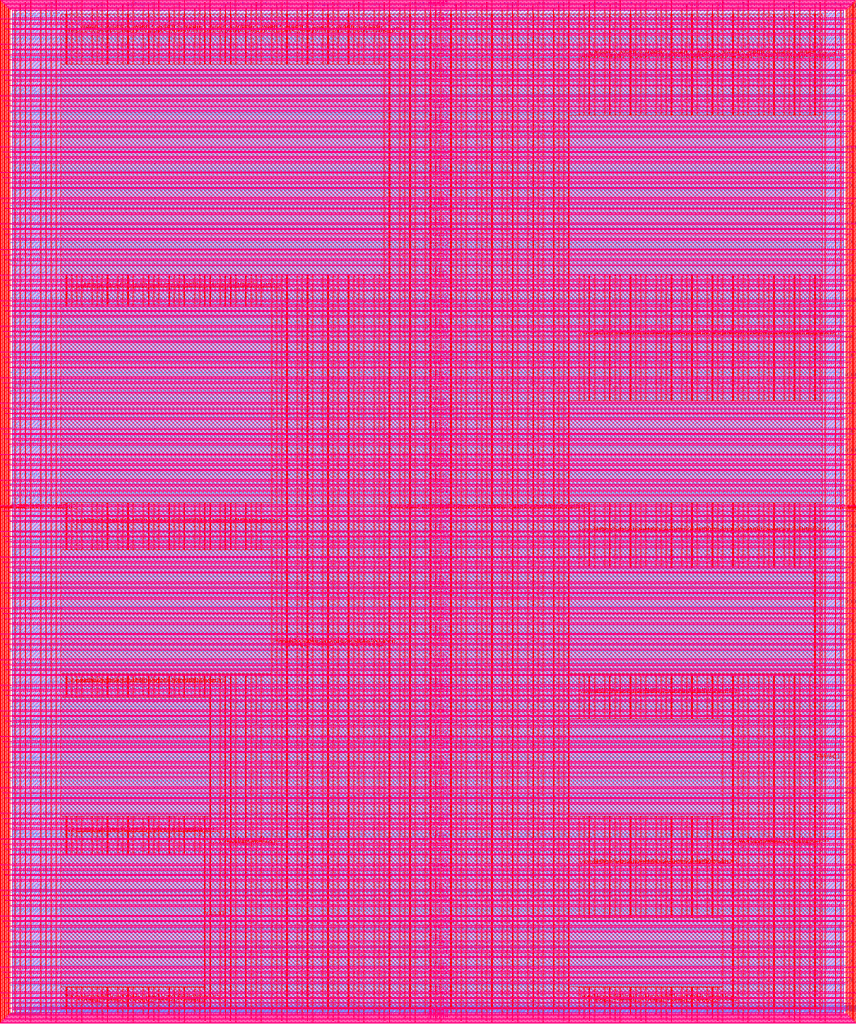
<source format=lef>
VERSION 5.7 ;
  NOWIREEXTENSIONATPIN ON ;
  DIVIDERCHAR "/" ;
  BUSBITCHARS "[]" ;
MACRO user_project_wrapper
  CLASS BLOCK ;
  FOREIGN user_project_wrapper ;
  ORIGIN 0.000 0.000 ;
  SIZE 2920.000 BY 3520.000 ;
  PIN analog_io[0]
    DIRECTION INOUT ;
    USE SIGNAL ;
    PORT
      LAYER met3 ;
        RECT 2917.600 1426.380 2924.800 1427.580 ;
    END
  END analog_io[0]
  PIN analog_io[10]
    DIRECTION INOUT ;
    USE SIGNAL ;
    PORT
      LAYER met2 ;
        RECT 2230.490 3517.600 2231.050 3524.800 ;
    END
  END analog_io[10]
  PIN analog_io[11]
    DIRECTION INOUT ;
    USE SIGNAL ;
    PORT
      LAYER met2 ;
        RECT 1905.730 3517.600 1906.290 3524.800 ;
    END
  END analog_io[11]
  PIN analog_io[12]
    DIRECTION INOUT ;
    USE SIGNAL ;
    PORT
      LAYER met2 ;
        RECT 1581.430 3517.600 1581.990 3524.800 ;
    END
  END analog_io[12]
  PIN analog_io[13]
    DIRECTION INOUT ;
    USE SIGNAL ;
    PORT
      LAYER met2 ;
        RECT 1257.130 3517.600 1257.690 3524.800 ;
    END
  END analog_io[13]
  PIN analog_io[14]
    DIRECTION INOUT ;
    USE SIGNAL ;
    PORT
      LAYER met2 ;
        RECT 932.370 3517.600 932.930 3524.800 ;
    END
  END analog_io[14]
  PIN analog_io[15]
    DIRECTION INOUT ;
    USE SIGNAL ;
    PORT
      LAYER met2 ;
        RECT 608.070 3517.600 608.630 3524.800 ;
    END
  END analog_io[15]
  PIN analog_io[16]
    DIRECTION INOUT ;
    USE SIGNAL ;
    PORT
      LAYER met2 ;
        RECT 283.770 3517.600 284.330 3524.800 ;
    END
  END analog_io[16]
  PIN analog_io[17]
    DIRECTION INOUT ;
    USE SIGNAL ;
    PORT
      LAYER met3 ;
        RECT -4.800 3486.100 2.400 3487.300 ;
    END
  END analog_io[17]
  PIN analog_io[18]
    DIRECTION INOUT ;
    USE SIGNAL ;
    PORT
      LAYER met3 ;
        RECT -4.800 3224.980 2.400 3226.180 ;
    END
  END analog_io[18]
  PIN analog_io[19]
    DIRECTION INOUT ;
    USE SIGNAL ;
    PORT
      LAYER met3 ;
        RECT -4.800 2964.540 2.400 2965.740 ;
    END
  END analog_io[19]
  PIN analog_io[1]
    DIRECTION INOUT ;
    USE SIGNAL ;
    PORT
      LAYER met3 ;
        RECT 2917.600 1692.260 2924.800 1693.460 ;
    END
  END analog_io[1]
  PIN analog_io[20]
    DIRECTION INOUT ;
    USE SIGNAL ;
    PORT
      LAYER met3 ;
        RECT -4.800 2703.420 2.400 2704.620 ;
    END
  END analog_io[20]
  PIN analog_io[21]
    DIRECTION INOUT ;
    USE SIGNAL ;
    PORT
      LAYER met3 ;
        RECT -4.800 2442.980 2.400 2444.180 ;
    END
  END analog_io[21]
  PIN analog_io[22]
    DIRECTION INOUT ;
    USE SIGNAL ;
    PORT
      LAYER met3 ;
        RECT -4.800 2182.540 2.400 2183.740 ;
    END
  END analog_io[22]
  PIN analog_io[23]
    DIRECTION INOUT ;
    USE SIGNAL ;
    PORT
      LAYER met3 ;
        RECT -4.800 1921.420 2.400 1922.620 ;
    END
  END analog_io[23]
  PIN analog_io[24]
    DIRECTION INOUT ;
    USE SIGNAL ;
    PORT
      LAYER met3 ;
        RECT -4.800 1660.980 2.400 1662.180 ;
    END
  END analog_io[24]
  PIN analog_io[25]
    DIRECTION INOUT ;
    USE SIGNAL ;
    PORT
      LAYER met3 ;
        RECT -4.800 1399.860 2.400 1401.060 ;
    END
  END analog_io[25]
  PIN analog_io[26]
    DIRECTION INOUT ;
    USE SIGNAL ;
    PORT
      LAYER met3 ;
        RECT -4.800 1139.420 2.400 1140.620 ;
    END
  END analog_io[26]
  PIN analog_io[27]
    DIRECTION INOUT ;
    USE SIGNAL ;
    PORT
      LAYER met3 ;
        RECT -4.800 878.980 2.400 880.180 ;
    END
  END analog_io[27]
  PIN analog_io[28]
    DIRECTION INOUT ;
    USE SIGNAL ;
    PORT
      LAYER met3 ;
        RECT -4.800 617.860 2.400 619.060 ;
    END
  END analog_io[28]
  PIN analog_io[2]
    DIRECTION INOUT ;
    USE SIGNAL ;
    PORT
      LAYER met3 ;
        RECT 2917.600 1958.140 2924.800 1959.340 ;
    END
  END analog_io[2]
  PIN analog_io[3]
    DIRECTION INOUT ;
    USE SIGNAL ;
    PORT
      LAYER met3 ;
        RECT 2917.600 2223.340 2924.800 2224.540 ;
    END
  END analog_io[3]
  PIN analog_io[4]
    DIRECTION INOUT ;
    USE SIGNAL ;
    PORT
      LAYER met3 ;
        RECT 2917.600 2489.220 2924.800 2490.420 ;
    END
  END analog_io[4]
  PIN analog_io[5]
    DIRECTION INOUT ;
    USE SIGNAL ;
    PORT
      LAYER met3 ;
        RECT 2917.600 2755.100 2924.800 2756.300 ;
    END
  END analog_io[5]
  PIN analog_io[6]
    DIRECTION INOUT ;
    USE SIGNAL ;
    PORT
      LAYER met3 ;
        RECT 2917.600 3020.300 2924.800 3021.500 ;
    END
  END analog_io[6]
  PIN analog_io[7]
    DIRECTION INOUT ;
    USE SIGNAL ;
    PORT
      LAYER met3 ;
        RECT 2917.600 3286.180 2924.800 3287.380 ;
    END
  END analog_io[7]
  PIN analog_io[8]
    DIRECTION INOUT ;
    USE SIGNAL ;
    PORT
      LAYER met2 ;
        RECT 2879.090 3517.600 2879.650 3524.800 ;
    END
  END analog_io[8]
  PIN analog_io[9]
    DIRECTION INOUT ;
    USE SIGNAL ;
    PORT
      LAYER met2 ;
        RECT 2554.790 3517.600 2555.350 3524.800 ;
    END
  END analog_io[9]
  PIN io_in[0]
    DIRECTION INPUT ;
    USE SIGNAL ;
    PORT
      LAYER met3 ;
        RECT 2917.600 32.380 2924.800 33.580 ;
    END
  END io_in[0]
  PIN io_in[10]
    DIRECTION INPUT ;
    USE SIGNAL ;
    PORT
      LAYER met3 ;
        RECT 2917.600 2289.980 2924.800 2291.180 ;
    END
  END io_in[10]
  PIN io_in[11]
    DIRECTION INPUT ;
    USE SIGNAL ;
    PORT
      LAYER met3 ;
        RECT 2917.600 2555.860 2924.800 2557.060 ;
    END
  END io_in[11]
  PIN io_in[12]
    DIRECTION INPUT ;
    USE SIGNAL ;
    PORT
      LAYER met3 ;
        RECT 2917.600 2821.060 2924.800 2822.260 ;
    END
  END io_in[12]
  PIN io_in[13]
    DIRECTION INPUT ;
    USE SIGNAL ;
    PORT
      LAYER met3 ;
        RECT 2917.600 3086.940 2924.800 3088.140 ;
    END
  END io_in[13]
  PIN io_in[14]
    DIRECTION INPUT ;
    USE SIGNAL ;
    PORT
      LAYER met3 ;
        RECT 2917.600 3352.820 2924.800 3354.020 ;
    END
  END io_in[14]
  PIN io_in[15]
    DIRECTION INPUT ;
    USE SIGNAL ;
    PORT
      LAYER met2 ;
        RECT 2798.130 3517.600 2798.690 3524.800 ;
    END
  END io_in[15]
  PIN io_in[16]
    DIRECTION INPUT ;
    USE SIGNAL ;
    PORT
      LAYER met2 ;
        RECT 2473.830 3517.600 2474.390 3524.800 ;
    END
  END io_in[16]
  PIN io_in[17]
    DIRECTION INPUT ;
    USE SIGNAL ;
    PORT
      LAYER met2 ;
        RECT 2149.070 3517.600 2149.630 3524.800 ;
    END
  END io_in[17]
  PIN io_in[18]
    DIRECTION INPUT ;
    USE SIGNAL ;
    PORT
      LAYER met2 ;
        RECT 1824.770 3517.600 1825.330 3524.800 ;
    END
  END io_in[18]
  PIN io_in[19]
    DIRECTION INPUT ;
    USE SIGNAL ;
    PORT
      LAYER met2 ;
        RECT 1500.470 3517.600 1501.030 3524.800 ;
    END
  END io_in[19]
  PIN io_in[1]
    DIRECTION INPUT ;
    USE SIGNAL ;
    PORT
      LAYER met3 ;
        RECT 2917.600 230.940 2924.800 232.140 ;
    END
  END io_in[1]
  PIN io_in[20]
    DIRECTION INPUT ;
    USE SIGNAL ;
    PORT
      LAYER met2 ;
        RECT 1175.710 3517.600 1176.270 3524.800 ;
    END
  END io_in[20]
  PIN io_in[21]
    DIRECTION INPUT ;
    USE SIGNAL ;
    PORT
      LAYER met2 ;
        RECT 851.410 3517.600 851.970 3524.800 ;
    END
  END io_in[21]
  PIN io_in[22]
    DIRECTION INPUT ;
    USE SIGNAL ;
    PORT
      LAYER met2 ;
        RECT 527.110 3517.600 527.670 3524.800 ;
    END
  END io_in[22]
  PIN io_in[23]
    DIRECTION INPUT ;
    USE SIGNAL ;
    PORT
      LAYER met2 ;
        RECT 202.350 3517.600 202.910 3524.800 ;
    END
  END io_in[23]
  PIN io_in[24]
    DIRECTION INPUT ;
    USE SIGNAL ;
    PORT
      LAYER met3 ;
        RECT -4.800 3420.820 2.400 3422.020 ;
    END
  END io_in[24]
  PIN io_in[25]
    DIRECTION INPUT ;
    USE SIGNAL ;
    PORT
      LAYER met3 ;
        RECT -4.800 3159.700 2.400 3160.900 ;
    END
  END io_in[25]
  PIN io_in[26]
    DIRECTION INPUT ;
    USE SIGNAL ;
    PORT
      LAYER met3 ;
        RECT -4.800 2899.260 2.400 2900.460 ;
    END
  END io_in[26]
  PIN io_in[27]
    DIRECTION INPUT ;
    USE SIGNAL ;
    PORT
      LAYER met3 ;
        RECT -4.800 2638.820 2.400 2640.020 ;
    END
  END io_in[27]
  PIN io_in[28]
    DIRECTION INPUT ;
    USE SIGNAL ;
    PORT
      LAYER met3 ;
        RECT -4.800 2377.700 2.400 2378.900 ;
    END
  END io_in[28]
  PIN io_in[29]
    DIRECTION INPUT ;
    USE SIGNAL ;
    PORT
      LAYER met3 ;
        RECT -4.800 2117.260 2.400 2118.460 ;
    END
  END io_in[29]
  PIN io_in[2]
    DIRECTION INPUT ;
    USE SIGNAL ;
    PORT
      LAYER met3 ;
        RECT 2917.600 430.180 2924.800 431.380 ;
    END
  END io_in[2]
  PIN io_in[30]
    DIRECTION INPUT ;
    USE SIGNAL ;
    PORT
      LAYER met3 ;
        RECT -4.800 1856.140 2.400 1857.340 ;
    END
  END io_in[30]
  PIN io_in[31]
    DIRECTION INPUT ;
    USE SIGNAL ;
    PORT
      LAYER met3 ;
        RECT -4.800 1595.700 2.400 1596.900 ;
    END
  END io_in[31]
  PIN io_in[32]
    DIRECTION INPUT ;
    USE SIGNAL ;
    PORT
      LAYER met3 ;
        RECT -4.800 1335.260 2.400 1336.460 ;
    END
  END io_in[32]
  PIN io_in[33]
    DIRECTION INPUT ;
    USE SIGNAL ;
    PORT
      LAYER met3 ;
        RECT -4.800 1074.140 2.400 1075.340 ;
    END
  END io_in[33]
  PIN io_in[34]
    DIRECTION INPUT ;
    USE SIGNAL ;
    PORT
      LAYER met3 ;
        RECT -4.800 813.700 2.400 814.900 ;
    END
  END io_in[34]
  PIN io_in[35]
    DIRECTION INPUT ;
    USE SIGNAL ;
    PORT
      LAYER met3 ;
        RECT -4.800 552.580 2.400 553.780 ;
    END
  END io_in[35]
  PIN io_in[36]
    DIRECTION INPUT ;
    USE SIGNAL ;
    PORT
      LAYER met3 ;
        RECT -4.800 357.420 2.400 358.620 ;
    END
  END io_in[36]
  PIN io_in[37]
    DIRECTION INPUT ;
    USE SIGNAL ;
    PORT
      LAYER met3 ;
        RECT -4.800 161.580 2.400 162.780 ;
    END
  END io_in[37]
  PIN io_in[3]
    DIRECTION INPUT ;
    USE SIGNAL ;
    PORT
      LAYER met3 ;
        RECT 2917.600 629.420 2924.800 630.620 ;
    END
  END io_in[3]
  PIN io_in[4]
    DIRECTION INPUT ;
    USE SIGNAL ;
    PORT
      LAYER met3 ;
        RECT 2917.600 828.660 2924.800 829.860 ;
    END
  END io_in[4]
  PIN io_in[5]
    DIRECTION INPUT ;
    USE SIGNAL ;
    PORT
      LAYER met3 ;
        RECT 2917.600 1027.900 2924.800 1029.100 ;
    END
  END io_in[5]
  PIN io_in[6]
    DIRECTION INPUT ;
    USE SIGNAL ;
    PORT
      LAYER met3 ;
        RECT 2917.600 1227.140 2924.800 1228.340 ;
    END
  END io_in[6]
  PIN io_in[7]
    DIRECTION INPUT ;
    USE SIGNAL ;
    PORT
      LAYER met3 ;
        RECT 2917.600 1493.020 2924.800 1494.220 ;
    END
  END io_in[7]
  PIN io_in[8]
    DIRECTION INPUT ;
    USE SIGNAL ;
    PORT
      LAYER met3 ;
        RECT 2917.600 1758.900 2924.800 1760.100 ;
    END
  END io_in[8]
  PIN io_in[9]
    DIRECTION INPUT ;
    USE SIGNAL ;
    PORT
      LAYER met3 ;
        RECT 2917.600 2024.100 2924.800 2025.300 ;
    END
  END io_in[9]
  PIN io_oeb[0]
    DIRECTION OUTPUT TRISTATE ;
    USE SIGNAL ;
    PORT
      LAYER met3 ;
        RECT 2917.600 164.980 2924.800 166.180 ;
    END
  END io_oeb[0]
  PIN io_oeb[10]
    DIRECTION OUTPUT TRISTATE ;
    USE SIGNAL ;
    PORT
      LAYER met3 ;
        RECT 2917.600 2422.580 2924.800 2423.780 ;
    END
  END io_oeb[10]
  PIN io_oeb[11]
    DIRECTION OUTPUT TRISTATE ;
    USE SIGNAL ;
    PORT
      LAYER met3 ;
        RECT 2917.600 2688.460 2924.800 2689.660 ;
    END
  END io_oeb[11]
  PIN io_oeb[12]
    DIRECTION OUTPUT TRISTATE ;
    USE SIGNAL ;
    PORT
      LAYER met3 ;
        RECT 2917.600 2954.340 2924.800 2955.540 ;
    END
  END io_oeb[12]
  PIN io_oeb[13]
    DIRECTION OUTPUT TRISTATE ;
    USE SIGNAL ;
    PORT
      LAYER met3 ;
        RECT 2917.600 3219.540 2924.800 3220.740 ;
    END
  END io_oeb[13]
  PIN io_oeb[14]
    DIRECTION OUTPUT TRISTATE ;
    USE SIGNAL ;
    PORT
      LAYER met3 ;
        RECT 2917.600 3485.420 2924.800 3486.620 ;
    END
  END io_oeb[14]
  PIN io_oeb[15]
    DIRECTION OUTPUT TRISTATE ;
    USE SIGNAL ;
    PORT
      LAYER met2 ;
        RECT 2635.750 3517.600 2636.310 3524.800 ;
    END
  END io_oeb[15]
  PIN io_oeb[16]
    DIRECTION OUTPUT TRISTATE ;
    USE SIGNAL ;
    PORT
      LAYER met2 ;
        RECT 2311.450 3517.600 2312.010 3524.800 ;
    END
  END io_oeb[16]
  PIN io_oeb[17]
    DIRECTION OUTPUT TRISTATE ;
    USE SIGNAL ;
    PORT
      LAYER met2 ;
        RECT 1987.150 3517.600 1987.710 3524.800 ;
    END
  END io_oeb[17]
  PIN io_oeb[18]
    DIRECTION OUTPUT TRISTATE ;
    USE SIGNAL ;
    PORT
      LAYER met2 ;
        RECT 1662.390 3517.600 1662.950 3524.800 ;
    END
  END io_oeb[18]
  PIN io_oeb[19]
    DIRECTION OUTPUT TRISTATE ;
    USE SIGNAL ;
    PORT
      LAYER met2 ;
        RECT 1338.090 3517.600 1338.650 3524.800 ;
    END
  END io_oeb[19]
  PIN io_oeb[1]
    DIRECTION OUTPUT TRISTATE ;
    USE SIGNAL ;
    PORT
      LAYER met3 ;
        RECT 2917.600 364.220 2924.800 365.420 ;
    END
  END io_oeb[1]
  PIN io_oeb[20]
    DIRECTION OUTPUT TRISTATE ;
    USE SIGNAL ;
    PORT
      LAYER met2 ;
        RECT 1013.790 3517.600 1014.350 3524.800 ;
    END
  END io_oeb[20]
  PIN io_oeb[21]
    DIRECTION OUTPUT TRISTATE ;
    USE SIGNAL ;
    PORT
      LAYER met2 ;
        RECT 689.030 3517.600 689.590 3524.800 ;
    END
  END io_oeb[21]
  PIN io_oeb[22]
    DIRECTION OUTPUT TRISTATE ;
    USE SIGNAL ;
    PORT
      LAYER met2 ;
        RECT 364.730 3517.600 365.290 3524.800 ;
    END
  END io_oeb[22]
  PIN io_oeb[23]
    DIRECTION OUTPUT TRISTATE ;
    USE SIGNAL ;
    PORT
      LAYER met2 ;
        RECT 40.430 3517.600 40.990 3524.800 ;
    END
  END io_oeb[23]
  PIN io_oeb[24]
    DIRECTION OUTPUT TRISTATE ;
    USE SIGNAL ;
    PORT
      LAYER met3 ;
        RECT -4.800 3290.260 2.400 3291.460 ;
    END
  END io_oeb[24]
  PIN io_oeb[25]
    DIRECTION OUTPUT TRISTATE ;
    USE SIGNAL ;
    PORT
      LAYER met3 ;
        RECT -4.800 3029.820 2.400 3031.020 ;
    END
  END io_oeb[25]
  PIN io_oeb[26]
    DIRECTION OUTPUT TRISTATE ;
    USE SIGNAL ;
    PORT
      LAYER met3 ;
        RECT -4.800 2768.700 2.400 2769.900 ;
    END
  END io_oeb[26]
  PIN io_oeb[27]
    DIRECTION OUTPUT TRISTATE ;
    USE SIGNAL ;
    PORT
      LAYER met3 ;
        RECT -4.800 2508.260 2.400 2509.460 ;
    END
  END io_oeb[27]
  PIN io_oeb[28]
    DIRECTION OUTPUT TRISTATE ;
    USE SIGNAL ;
    PORT
      LAYER met3 ;
        RECT -4.800 2247.140 2.400 2248.340 ;
    END
  END io_oeb[28]
  PIN io_oeb[29]
    DIRECTION OUTPUT TRISTATE ;
    USE SIGNAL ;
    PORT
      LAYER met3 ;
        RECT -4.800 1986.700 2.400 1987.900 ;
    END
  END io_oeb[29]
  PIN io_oeb[2]
    DIRECTION OUTPUT TRISTATE ;
    USE SIGNAL ;
    PORT
      LAYER met3 ;
        RECT 2917.600 563.460 2924.800 564.660 ;
    END
  END io_oeb[2]
  PIN io_oeb[30]
    DIRECTION OUTPUT TRISTATE ;
    USE SIGNAL ;
    PORT
      LAYER met3 ;
        RECT -4.800 1726.260 2.400 1727.460 ;
    END
  END io_oeb[30]
  PIN io_oeb[31]
    DIRECTION OUTPUT TRISTATE ;
    USE SIGNAL ;
    PORT
      LAYER met3 ;
        RECT -4.800 1465.140 2.400 1466.340 ;
    END
  END io_oeb[31]
  PIN io_oeb[32]
    DIRECTION OUTPUT TRISTATE ;
    USE SIGNAL ;
    PORT
      LAYER met3 ;
        RECT -4.800 1204.700 2.400 1205.900 ;
    END
  END io_oeb[32]
  PIN io_oeb[33]
    DIRECTION OUTPUT TRISTATE ;
    USE SIGNAL ;
    PORT
      LAYER met3 ;
        RECT -4.800 943.580 2.400 944.780 ;
    END
  END io_oeb[33]
  PIN io_oeb[34]
    DIRECTION OUTPUT TRISTATE ;
    USE SIGNAL ;
    PORT
      LAYER met3 ;
        RECT -4.800 683.140 2.400 684.340 ;
    END
  END io_oeb[34]
  PIN io_oeb[35]
    DIRECTION OUTPUT TRISTATE ;
    USE SIGNAL ;
    PORT
      LAYER met3 ;
        RECT -4.800 422.700 2.400 423.900 ;
    END
  END io_oeb[35]
  PIN io_oeb[36]
    DIRECTION OUTPUT TRISTATE ;
    USE SIGNAL ;
    PORT
      LAYER met3 ;
        RECT -4.800 226.860 2.400 228.060 ;
    END
  END io_oeb[36]
  PIN io_oeb[37]
    DIRECTION OUTPUT TRISTATE ;
    USE SIGNAL ;
    PORT
      LAYER met3 ;
        RECT -4.800 31.700 2.400 32.900 ;
    END
  END io_oeb[37]
  PIN io_oeb[3]
    DIRECTION OUTPUT TRISTATE ;
    USE SIGNAL ;
    PORT
      LAYER met3 ;
        RECT 2917.600 762.700 2924.800 763.900 ;
    END
  END io_oeb[3]
  PIN io_oeb[4]
    DIRECTION OUTPUT TRISTATE ;
    USE SIGNAL ;
    PORT
      LAYER met3 ;
        RECT 2917.600 961.940 2924.800 963.140 ;
    END
  END io_oeb[4]
  PIN io_oeb[5]
    DIRECTION OUTPUT TRISTATE ;
    USE SIGNAL ;
    PORT
      LAYER met3 ;
        RECT 2917.600 1161.180 2924.800 1162.380 ;
    END
  END io_oeb[5]
  PIN io_oeb[6]
    DIRECTION OUTPUT TRISTATE ;
    USE SIGNAL ;
    PORT
      LAYER met3 ;
        RECT 2917.600 1360.420 2924.800 1361.620 ;
    END
  END io_oeb[6]
  PIN io_oeb[7]
    DIRECTION OUTPUT TRISTATE ;
    USE SIGNAL ;
    PORT
      LAYER met3 ;
        RECT 2917.600 1625.620 2924.800 1626.820 ;
    END
  END io_oeb[7]
  PIN io_oeb[8]
    DIRECTION OUTPUT TRISTATE ;
    USE SIGNAL ;
    PORT
      LAYER met3 ;
        RECT 2917.600 1891.500 2924.800 1892.700 ;
    END
  END io_oeb[8]
  PIN io_oeb[9]
    DIRECTION OUTPUT TRISTATE ;
    USE SIGNAL ;
    PORT
      LAYER met3 ;
        RECT 2917.600 2157.380 2924.800 2158.580 ;
    END
  END io_oeb[9]
  PIN io_out[0]
    DIRECTION OUTPUT TRISTATE ;
    USE SIGNAL ;
    PORT
      LAYER met3 ;
        RECT 2917.600 98.340 2924.800 99.540 ;
    END
  END io_out[0]
  PIN io_out[10]
    DIRECTION OUTPUT TRISTATE ;
    USE SIGNAL ;
    PORT
      LAYER met3 ;
        RECT 2917.600 2356.620 2924.800 2357.820 ;
    END
  END io_out[10]
  PIN io_out[11]
    DIRECTION OUTPUT TRISTATE ;
    USE SIGNAL ;
    PORT
      LAYER met3 ;
        RECT 2917.600 2621.820 2924.800 2623.020 ;
    END
  END io_out[11]
  PIN io_out[12]
    DIRECTION OUTPUT TRISTATE ;
    USE SIGNAL ;
    PORT
      LAYER met3 ;
        RECT 2917.600 2887.700 2924.800 2888.900 ;
    END
  END io_out[12]
  PIN io_out[13]
    DIRECTION OUTPUT TRISTATE ;
    USE SIGNAL ;
    PORT
      LAYER met3 ;
        RECT 2917.600 3153.580 2924.800 3154.780 ;
    END
  END io_out[13]
  PIN io_out[14]
    DIRECTION OUTPUT TRISTATE ;
    USE SIGNAL ;
    PORT
      LAYER met3 ;
        RECT 2917.600 3418.780 2924.800 3419.980 ;
    END
  END io_out[14]
  PIN io_out[15]
    DIRECTION OUTPUT TRISTATE ;
    USE SIGNAL ;
    PORT
      LAYER met2 ;
        RECT 2717.170 3517.600 2717.730 3524.800 ;
    END
  END io_out[15]
  PIN io_out[16]
    DIRECTION OUTPUT TRISTATE ;
    USE SIGNAL ;
    PORT
      LAYER met2 ;
        RECT 2392.410 3517.600 2392.970 3524.800 ;
    END
  END io_out[16]
  PIN io_out[17]
    DIRECTION OUTPUT TRISTATE ;
    USE SIGNAL ;
    PORT
      LAYER met2 ;
        RECT 2068.110 3517.600 2068.670 3524.800 ;
    END
  END io_out[17]
  PIN io_out[18]
    DIRECTION OUTPUT TRISTATE ;
    USE SIGNAL ;
    PORT
      LAYER met2 ;
        RECT 1743.810 3517.600 1744.370 3524.800 ;
    END
  END io_out[18]
  PIN io_out[19]
    DIRECTION OUTPUT TRISTATE ;
    USE SIGNAL ;
    PORT
      LAYER met2 ;
        RECT 1419.050 3517.600 1419.610 3524.800 ;
    END
  END io_out[19]
  PIN io_out[1]
    DIRECTION OUTPUT TRISTATE ;
    USE SIGNAL ;
    PORT
      LAYER met3 ;
        RECT 2917.600 297.580 2924.800 298.780 ;
    END
  END io_out[1]
  PIN io_out[20]
    DIRECTION OUTPUT TRISTATE ;
    USE SIGNAL ;
    PORT
      LAYER met2 ;
        RECT 1094.750 3517.600 1095.310 3524.800 ;
    END
  END io_out[20]
  PIN io_out[21]
    DIRECTION OUTPUT TRISTATE ;
    USE SIGNAL ;
    PORT
      LAYER met2 ;
        RECT 770.450 3517.600 771.010 3524.800 ;
    END
  END io_out[21]
  PIN io_out[22]
    DIRECTION OUTPUT TRISTATE ;
    USE SIGNAL ;
    PORT
      LAYER met2 ;
        RECT 445.690 3517.600 446.250 3524.800 ;
    END
  END io_out[22]
  PIN io_out[23]
    DIRECTION OUTPUT TRISTATE ;
    USE SIGNAL ;
    PORT
      LAYER met2 ;
        RECT 121.390 3517.600 121.950 3524.800 ;
    END
  END io_out[23]
  PIN io_out[24]
    DIRECTION OUTPUT TRISTATE ;
    USE SIGNAL ;
    PORT
      LAYER met3 ;
        RECT -4.800 3355.540 2.400 3356.740 ;
    END
  END io_out[24]
  PIN io_out[25]
    DIRECTION OUTPUT TRISTATE ;
    USE SIGNAL ;
    PORT
      LAYER met3 ;
        RECT -4.800 3095.100 2.400 3096.300 ;
    END
  END io_out[25]
  PIN io_out[26]
    DIRECTION OUTPUT TRISTATE ;
    USE SIGNAL ;
    PORT
      LAYER met3 ;
        RECT -4.800 2833.980 2.400 2835.180 ;
    END
  END io_out[26]
  PIN io_out[27]
    DIRECTION OUTPUT TRISTATE ;
    USE SIGNAL ;
    PORT
      LAYER met3 ;
        RECT -4.800 2573.540 2.400 2574.740 ;
    END
  END io_out[27]
  PIN io_out[28]
    DIRECTION OUTPUT TRISTATE ;
    USE SIGNAL ;
    PORT
      LAYER met3 ;
        RECT -4.800 2312.420 2.400 2313.620 ;
    END
  END io_out[28]
  PIN io_out[29]
    DIRECTION OUTPUT TRISTATE ;
    USE SIGNAL ;
    PORT
      LAYER met3 ;
        RECT -4.800 2051.980 2.400 2053.180 ;
    END
  END io_out[29]
  PIN io_out[2]
    DIRECTION OUTPUT TRISTATE ;
    USE SIGNAL ;
    PORT
      LAYER met3 ;
        RECT 2917.600 496.820 2924.800 498.020 ;
    END
  END io_out[2]
  PIN io_out[30]
    DIRECTION OUTPUT TRISTATE ;
    USE SIGNAL ;
    PORT
      LAYER met3 ;
        RECT -4.800 1791.540 2.400 1792.740 ;
    END
  END io_out[30]
  PIN io_out[31]
    DIRECTION OUTPUT TRISTATE ;
    USE SIGNAL ;
    PORT
      LAYER met3 ;
        RECT -4.800 1530.420 2.400 1531.620 ;
    END
  END io_out[31]
  PIN io_out[32]
    DIRECTION OUTPUT TRISTATE ;
    USE SIGNAL ;
    PORT
      LAYER met3 ;
        RECT -4.800 1269.980 2.400 1271.180 ;
    END
  END io_out[32]
  PIN io_out[33]
    DIRECTION OUTPUT TRISTATE ;
    USE SIGNAL ;
    PORT
      LAYER met3 ;
        RECT -4.800 1008.860 2.400 1010.060 ;
    END
  END io_out[33]
  PIN io_out[34]
    DIRECTION OUTPUT TRISTATE ;
    USE SIGNAL ;
    PORT
      LAYER met3 ;
        RECT -4.800 748.420 2.400 749.620 ;
    END
  END io_out[34]
  PIN io_out[35]
    DIRECTION OUTPUT TRISTATE ;
    USE SIGNAL ;
    PORT
      LAYER met3 ;
        RECT -4.800 487.300 2.400 488.500 ;
    END
  END io_out[35]
  PIN io_out[36]
    DIRECTION OUTPUT TRISTATE ;
    USE SIGNAL ;
    PORT
      LAYER met3 ;
        RECT -4.800 292.140 2.400 293.340 ;
    END
  END io_out[36]
  PIN io_out[37]
    DIRECTION OUTPUT TRISTATE ;
    USE SIGNAL ;
    PORT
      LAYER met3 ;
        RECT -4.800 96.300 2.400 97.500 ;
    END
  END io_out[37]
  PIN io_out[3]
    DIRECTION OUTPUT TRISTATE ;
    USE SIGNAL ;
    PORT
      LAYER met3 ;
        RECT 2917.600 696.060 2924.800 697.260 ;
    END
  END io_out[3]
  PIN io_out[4]
    DIRECTION OUTPUT TRISTATE ;
    USE SIGNAL ;
    PORT
      LAYER met3 ;
        RECT 2917.600 895.300 2924.800 896.500 ;
    END
  END io_out[4]
  PIN io_out[5]
    DIRECTION OUTPUT TRISTATE ;
    USE SIGNAL ;
    PORT
      LAYER met3 ;
        RECT 2917.600 1094.540 2924.800 1095.740 ;
    END
  END io_out[5]
  PIN io_out[6]
    DIRECTION OUTPUT TRISTATE ;
    USE SIGNAL ;
    PORT
      LAYER met3 ;
        RECT 2917.600 1293.780 2924.800 1294.980 ;
    END
  END io_out[6]
  PIN io_out[7]
    DIRECTION OUTPUT TRISTATE ;
    USE SIGNAL ;
    PORT
      LAYER met3 ;
        RECT 2917.600 1559.660 2924.800 1560.860 ;
    END
  END io_out[7]
  PIN io_out[8]
    DIRECTION OUTPUT TRISTATE ;
    USE SIGNAL ;
    PORT
      LAYER met3 ;
        RECT 2917.600 1824.860 2924.800 1826.060 ;
    END
  END io_out[8]
  PIN io_out[9]
    DIRECTION OUTPUT TRISTATE ;
    USE SIGNAL ;
    PORT
      LAYER met3 ;
        RECT 2917.600 2090.740 2924.800 2091.940 ;
    END
  END io_out[9]
  PIN la_data_in[0]
    DIRECTION INPUT ;
    USE SIGNAL ;
    PORT
      LAYER met2 ;
        RECT 629.230 -4.800 629.790 2.400 ;
    END
  END la_data_in[0]
  PIN la_data_in[100]
    DIRECTION INPUT ;
    USE SIGNAL ;
    PORT
      LAYER met2 ;
        RECT 2402.530 -4.800 2403.090 2.400 ;
    END
  END la_data_in[100]
  PIN la_data_in[101]
    DIRECTION INPUT ;
    USE SIGNAL ;
    PORT
      LAYER met2 ;
        RECT 2420.010 -4.800 2420.570 2.400 ;
    END
  END la_data_in[101]
  PIN la_data_in[102]
    DIRECTION INPUT ;
    USE SIGNAL ;
    PORT
      LAYER met2 ;
        RECT 2437.950 -4.800 2438.510 2.400 ;
    END
  END la_data_in[102]
  PIN la_data_in[103]
    DIRECTION INPUT ;
    USE SIGNAL ;
    PORT
      LAYER met2 ;
        RECT 2455.430 -4.800 2455.990 2.400 ;
    END
  END la_data_in[103]
  PIN la_data_in[104]
    DIRECTION INPUT ;
    USE SIGNAL ;
    PORT
      LAYER met2 ;
        RECT 2473.370 -4.800 2473.930 2.400 ;
    END
  END la_data_in[104]
  PIN la_data_in[105]
    DIRECTION INPUT ;
    USE SIGNAL ;
    PORT
      LAYER met2 ;
        RECT 2490.850 -4.800 2491.410 2.400 ;
    END
  END la_data_in[105]
  PIN la_data_in[106]
    DIRECTION INPUT ;
    USE SIGNAL ;
    PORT
      LAYER met2 ;
        RECT 2508.790 -4.800 2509.350 2.400 ;
    END
  END la_data_in[106]
  PIN la_data_in[107]
    DIRECTION INPUT ;
    USE SIGNAL ;
    PORT
      LAYER met2 ;
        RECT 2526.730 -4.800 2527.290 2.400 ;
    END
  END la_data_in[107]
  PIN la_data_in[108]
    DIRECTION INPUT ;
    USE SIGNAL ;
    PORT
      LAYER met2 ;
        RECT 2544.210 -4.800 2544.770 2.400 ;
    END
  END la_data_in[108]
  PIN la_data_in[109]
    DIRECTION INPUT ;
    USE SIGNAL ;
    PORT
      LAYER met2 ;
        RECT 2562.150 -4.800 2562.710 2.400 ;
    END
  END la_data_in[109]
  PIN la_data_in[10]
    DIRECTION INPUT ;
    USE SIGNAL ;
    PORT
      LAYER met2 ;
        RECT 806.330 -4.800 806.890 2.400 ;
    END
  END la_data_in[10]
  PIN la_data_in[110]
    DIRECTION INPUT ;
    USE SIGNAL ;
    PORT
      LAYER met2 ;
        RECT 2579.630 -4.800 2580.190 2.400 ;
    END
  END la_data_in[110]
  PIN la_data_in[111]
    DIRECTION INPUT ;
    USE SIGNAL ;
    PORT
      LAYER met2 ;
        RECT 2597.570 -4.800 2598.130 2.400 ;
    END
  END la_data_in[111]
  PIN la_data_in[112]
    DIRECTION INPUT ;
    USE SIGNAL ;
    PORT
      LAYER met2 ;
        RECT 2615.050 -4.800 2615.610 2.400 ;
    END
  END la_data_in[112]
  PIN la_data_in[113]
    DIRECTION INPUT ;
    USE SIGNAL ;
    PORT
      LAYER met2 ;
        RECT 2632.990 -4.800 2633.550 2.400 ;
    END
  END la_data_in[113]
  PIN la_data_in[114]
    DIRECTION INPUT ;
    USE SIGNAL ;
    PORT
      LAYER met2 ;
        RECT 2650.470 -4.800 2651.030 2.400 ;
    END
  END la_data_in[114]
  PIN la_data_in[115]
    DIRECTION INPUT ;
    USE SIGNAL ;
    PORT
      LAYER met2 ;
        RECT 2668.410 -4.800 2668.970 2.400 ;
    END
  END la_data_in[115]
  PIN la_data_in[116]
    DIRECTION INPUT ;
    USE SIGNAL ;
    PORT
      LAYER met2 ;
        RECT 2685.890 -4.800 2686.450 2.400 ;
    END
  END la_data_in[116]
  PIN la_data_in[117]
    DIRECTION INPUT ;
    USE SIGNAL ;
    PORT
      LAYER met2 ;
        RECT 2703.830 -4.800 2704.390 2.400 ;
    END
  END la_data_in[117]
  PIN la_data_in[118]
    DIRECTION INPUT ;
    USE SIGNAL ;
    PORT
      LAYER met2 ;
        RECT 2721.770 -4.800 2722.330 2.400 ;
    END
  END la_data_in[118]
  PIN la_data_in[119]
    DIRECTION INPUT ;
    USE SIGNAL ;
    PORT
      LAYER met2 ;
        RECT 2739.250 -4.800 2739.810 2.400 ;
    END
  END la_data_in[119]
  PIN la_data_in[11]
    DIRECTION INPUT ;
    USE SIGNAL ;
    PORT
      LAYER met2 ;
        RECT 824.270 -4.800 824.830 2.400 ;
    END
  END la_data_in[11]
  PIN la_data_in[120]
    DIRECTION INPUT ;
    USE SIGNAL ;
    PORT
      LAYER met2 ;
        RECT 2757.190 -4.800 2757.750 2.400 ;
    END
  END la_data_in[120]
  PIN la_data_in[121]
    DIRECTION INPUT ;
    USE SIGNAL ;
    PORT
      LAYER met2 ;
        RECT 2774.670 -4.800 2775.230 2.400 ;
    END
  END la_data_in[121]
  PIN la_data_in[122]
    DIRECTION INPUT ;
    USE SIGNAL ;
    PORT
      LAYER met2 ;
        RECT 2792.610 -4.800 2793.170 2.400 ;
    END
  END la_data_in[122]
  PIN la_data_in[123]
    DIRECTION INPUT ;
    USE SIGNAL ;
    PORT
      LAYER met2 ;
        RECT 2810.090 -4.800 2810.650 2.400 ;
    END
  END la_data_in[123]
  PIN la_data_in[124]
    DIRECTION INPUT ;
    USE SIGNAL ;
    PORT
      LAYER met2 ;
        RECT 2828.030 -4.800 2828.590 2.400 ;
    END
  END la_data_in[124]
  PIN la_data_in[125]
    DIRECTION INPUT ;
    USE SIGNAL ;
    PORT
      LAYER met2 ;
        RECT 2845.510 -4.800 2846.070 2.400 ;
    END
  END la_data_in[125]
  PIN la_data_in[126]
    DIRECTION INPUT ;
    USE SIGNAL ;
    PORT
      LAYER met2 ;
        RECT 2863.450 -4.800 2864.010 2.400 ;
    END
  END la_data_in[126]
  PIN la_data_in[127]
    DIRECTION INPUT ;
    USE SIGNAL ;
    PORT
      LAYER met2 ;
        RECT 2881.390 -4.800 2881.950 2.400 ;
    END
  END la_data_in[127]
  PIN la_data_in[12]
    DIRECTION INPUT ;
    USE SIGNAL ;
    PORT
      LAYER met2 ;
        RECT 841.750 -4.800 842.310 2.400 ;
    END
  END la_data_in[12]
  PIN la_data_in[13]
    DIRECTION INPUT ;
    USE SIGNAL ;
    PORT
      LAYER met2 ;
        RECT 859.690 -4.800 860.250 2.400 ;
    END
  END la_data_in[13]
  PIN la_data_in[14]
    DIRECTION INPUT ;
    USE SIGNAL ;
    PORT
      LAYER met2 ;
        RECT 877.170 -4.800 877.730 2.400 ;
    END
  END la_data_in[14]
  PIN la_data_in[15]
    DIRECTION INPUT ;
    USE SIGNAL ;
    PORT
      LAYER met2 ;
        RECT 895.110 -4.800 895.670 2.400 ;
    END
  END la_data_in[15]
  PIN la_data_in[16]
    DIRECTION INPUT ;
    USE SIGNAL ;
    PORT
      LAYER met2 ;
        RECT 912.590 -4.800 913.150 2.400 ;
    END
  END la_data_in[16]
  PIN la_data_in[17]
    DIRECTION INPUT ;
    USE SIGNAL ;
    PORT
      LAYER met2 ;
        RECT 930.530 -4.800 931.090 2.400 ;
    END
  END la_data_in[17]
  PIN la_data_in[18]
    DIRECTION INPUT ;
    USE SIGNAL ;
    PORT
      LAYER met2 ;
        RECT 948.470 -4.800 949.030 2.400 ;
    END
  END la_data_in[18]
  PIN la_data_in[19]
    DIRECTION INPUT ;
    USE SIGNAL ;
    PORT
      LAYER met2 ;
        RECT 965.950 -4.800 966.510 2.400 ;
    END
  END la_data_in[19]
  PIN la_data_in[1]
    DIRECTION INPUT ;
    USE SIGNAL ;
    PORT
      LAYER met2 ;
        RECT 646.710 -4.800 647.270 2.400 ;
    END
  END la_data_in[1]
  PIN la_data_in[20]
    DIRECTION INPUT ;
    USE SIGNAL ;
    PORT
      LAYER met2 ;
        RECT 983.890 -4.800 984.450 2.400 ;
    END
  END la_data_in[20]
  PIN la_data_in[21]
    DIRECTION INPUT ;
    USE SIGNAL ;
    PORT
      LAYER met2 ;
        RECT 1001.370 -4.800 1001.930 2.400 ;
    END
  END la_data_in[21]
  PIN la_data_in[22]
    DIRECTION INPUT ;
    USE SIGNAL ;
    PORT
      LAYER met2 ;
        RECT 1019.310 -4.800 1019.870 2.400 ;
    END
  END la_data_in[22]
  PIN la_data_in[23]
    DIRECTION INPUT ;
    USE SIGNAL ;
    PORT
      LAYER met2 ;
        RECT 1036.790 -4.800 1037.350 2.400 ;
    END
  END la_data_in[23]
  PIN la_data_in[24]
    DIRECTION INPUT ;
    USE SIGNAL ;
    PORT
      LAYER met2 ;
        RECT 1054.730 -4.800 1055.290 2.400 ;
    END
  END la_data_in[24]
  PIN la_data_in[25]
    DIRECTION INPUT ;
    USE SIGNAL ;
    PORT
      LAYER met2 ;
        RECT 1072.210 -4.800 1072.770 2.400 ;
    END
  END la_data_in[25]
  PIN la_data_in[26]
    DIRECTION INPUT ;
    USE SIGNAL ;
    PORT
      LAYER met2 ;
        RECT 1090.150 -4.800 1090.710 2.400 ;
    END
  END la_data_in[26]
  PIN la_data_in[27]
    DIRECTION INPUT ;
    USE SIGNAL ;
    PORT
      LAYER met2 ;
        RECT 1107.630 -4.800 1108.190 2.400 ;
    END
  END la_data_in[27]
  PIN la_data_in[28]
    DIRECTION INPUT ;
    USE SIGNAL ;
    PORT
      LAYER met2 ;
        RECT 1125.570 -4.800 1126.130 2.400 ;
    END
  END la_data_in[28]
  PIN la_data_in[29]
    DIRECTION INPUT ;
    USE SIGNAL ;
    PORT
      LAYER met2 ;
        RECT 1143.510 -4.800 1144.070 2.400 ;
    END
  END la_data_in[29]
  PIN la_data_in[2]
    DIRECTION INPUT ;
    USE SIGNAL ;
    PORT
      LAYER met2 ;
        RECT 664.650 -4.800 665.210 2.400 ;
    END
  END la_data_in[2]
  PIN la_data_in[30]
    DIRECTION INPUT ;
    USE SIGNAL ;
    PORT
      LAYER met2 ;
        RECT 1160.990 -4.800 1161.550 2.400 ;
    END
  END la_data_in[30]
  PIN la_data_in[31]
    DIRECTION INPUT ;
    USE SIGNAL ;
    PORT
      LAYER met2 ;
        RECT 1178.930 -4.800 1179.490 2.400 ;
    END
  END la_data_in[31]
  PIN la_data_in[32]
    DIRECTION INPUT ;
    USE SIGNAL ;
    PORT
      LAYER met2 ;
        RECT 1196.410 -4.800 1196.970 2.400 ;
    END
  END la_data_in[32]
  PIN la_data_in[33]
    DIRECTION INPUT ;
    USE SIGNAL ;
    PORT
      LAYER met2 ;
        RECT 1214.350 -4.800 1214.910 2.400 ;
    END
  END la_data_in[33]
  PIN la_data_in[34]
    DIRECTION INPUT ;
    USE SIGNAL ;
    PORT
      LAYER met2 ;
        RECT 1231.830 -4.800 1232.390 2.400 ;
    END
  END la_data_in[34]
  PIN la_data_in[35]
    DIRECTION INPUT ;
    USE SIGNAL ;
    PORT
      LAYER met2 ;
        RECT 1249.770 -4.800 1250.330 2.400 ;
    END
  END la_data_in[35]
  PIN la_data_in[36]
    DIRECTION INPUT ;
    USE SIGNAL ;
    PORT
      LAYER met2 ;
        RECT 1267.250 -4.800 1267.810 2.400 ;
    END
  END la_data_in[36]
  PIN la_data_in[37]
    DIRECTION INPUT ;
    USE SIGNAL ;
    PORT
      LAYER met2 ;
        RECT 1285.190 -4.800 1285.750 2.400 ;
    END
  END la_data_in[37]
  PIN la_data_in[38]
    DIRECTION INPUT ;
    USE SIGNAL ;
    PORT
      LAYER met2 ;
        RECT 1303.130 -4.800 1303.690 2.400 ;
    END
  END la_data_in[38]
  PIN la_data_in[39]
    DIRECTION INPUT ;
    USE SIGNAL ;
    PORT
      LAYER met2 ;
        RECT 1320.610 -4.800 1321.170 2.400 ;
    END
  END la_data_in[39]
  PIN la_data_in[3]
    DIRECTION INPUT ;
    USE SIGNAL ;
    PORT
      LAYER met2 ;
        RECT 682.130 -4.800 682.690 2.400 ;
    END
  END la_data_in[3]
  PIN la_data_in[40]
    DIRECTION INPUT ;
    USE SIGNAL ;
    PORT
      LAYER met2 ;
        RECT 1338.550 -4.800 1339.110 2.400 ;
    END
  END la_data_in[40]
  PIN la_data_in[41]
    DIRECTION INPUT ;
    USE SIGNAL ;
    PORT
      LAYER met2 ;
        RECT 1356.030 -4.800 1356.590 2.400 ;
    END
  END la_data_in[41]
  PIN la_data_in[42]
    DIRECTION INPUT ;
    USE SIGNAL ;
    PORT
      LAYER met2 ;
        RECT 1373.970 -4.800 1374.530 2.400 ;
    END
  END la_data_in[42]
  PIN la_data_in[43]
    DIRECTION INPUT ;
    USE SIGNAL ;
    PORT
      LAYER met2 ;
        RECT 1391.450 -4.800 1392.010 2.400 ;
    END
  END la_data_in[43]
  PIN la_data_in[44]
    DIRECTION INPUT ;
    USE SIGNAL ;
    PORT
      LAYER met2 ;
        RECT 1409.390 -4.800 1409.950 2.400 ;
    END
  END la_data_in[44]
  PIN la_data_in[45]
    DIRECTION INPUT ;
    USE SIGNAL ;
    PORT
      LAYER met2 ;
        RECT 1426.870 -4.800 1427.430 2.400 ;
    END
  END la_data_in[45]
  PIN la_data_in[46]
    DIRECTION INPUT ;
    USE SIGNAL ;
    PORT
      LAYER met2 ;
        RECT 1444.810 -4.800 1445.370 2.400 ;
    END
  END la_data_in[46]
  PIN la_data_in[47]
    DIRECTION INPUT ;
    USE SIGNAL ;
    PORT
      LAYER met2 ;
        RECT 1462.750 -4.800 1463.310 2.400 ;
    END
  END la_data_in[47]
  PIN la_data_in[48]
    DIRECTION INPUT ;
    USE SIGNAL ;
    PORT
      LAYER met2 ;
        RECT 1480.230 -4.800 1480.790 2.400 ;
    END
  END la_data_in[48]
  PIN la_data_in[49]
    DIRECTION INPUT ;
    USE SIGNAL ;
    PORT
      LAYER met2 ;
        RECT 1498.170 -4.800 1498.730 2.400 ;
    END
  END la_data_in[49]
  PIN la_data_in[4]
    DIRECTION INPUT ;
    USE SIGNAL ;
    PORT
      LAYER met2 ;
        RECT 700.070 -4.800 700.630 2.400 ;
    END
  END la_data_in[4]
  PIN la_data_in[50]
    DIRECTION INPUT ;
    USE SIGNAL ;
    PORT
      LAYER met2 ;
        RECT 1515.650 -4.800 1516.210 2.400 ;
    END
  END la_data_in[50]
  PIN la_data_in[51]
    DIRECTION INPUT ;
    USE SIGNAL ;
    PORT
      LAYER met2 ;
        RECT 1533.590 -4.800 1534.150 2.400 ;
    END
  END la_data_in[51]
  PIN la_data_in[52]
    DIRECTION INPUT ;
    USE SIGNAL ;
    PORT
      LAYER met2 ;
        RECT 1551.070 -4.800 1551.630 2.400 ;
    END
  END la_data_in[52]
  PIN la_data_in[53]
    DIRECTION INPUT ;
    USE SIGNAL ;
    PORT
      LAYER met2 ;
        RECT 1569.010 -4.800 1569.570 2.400 ;
    END
  END la_data_in[53]
  PIN la_data_in[54]
    DIRECTION INPUT ;
    USE SIGNAL ;
    PORT
      LAYER met2 ;
        RECT 1586.490 -4.800 1587.050 2.400 ;
    END
  END la_data_in[54]
  PIN la_data_in[55]
    DIRECTION INPUT ;
    USE SIGNAL ;
    PORT
      LAYER met2 ;
        RECT 1604.430 -4.800 1604.990 2.400 ;
    END
  END la_data_in[55]
  PIN la_data_in[56]
    DIRECTION INPUT ;
    USE SIGNAL ;
    PORT
      LAYER met2 ;
        RECT 1621.910 -4.800 1622.470 2.400 ;
    END
  END la_data_in[56]
  PIN la_data_in[57]
    DIRECTION INPUT ;
    USE SIGNAL ;
    PORT
      LAYER met2 ;
        RECT 1639.850 -4.800 1640.410 2.400 ;
    END
  END la_data_in[57]
  PIN la_data_in[58]
    DIRECTION INPUT ;
    USE SIGNAL ;
    PORT
      LAYER met2 ;
        RECT 1657.790 -4.800 1658.350 2.400 ;
    END
  END la_data_in[58]
  PIN la_data_in[59]
    DIRECTION INPUT ;
    USE SIGNAL ;
    PORT
      LAYER met2 ;
        RECT 1675.270 -4.800 1675.830 2.400 ;
    END
  END la_data_in[59]
  PIN la_data_in[5]
    DIRECTION INPUT ;
    USE SIGNAL ;
    PORT
      LAYER met2 ;
        RECT 717.550 -4.800 718.110 2.400 ;
    END
  END la_data_in[5]
  PIN la_data_in[60]
    DIRECTION INPUT ;
    USE SIGNAL ;
    PORT
      LAYER met2 ;
        RECT 1693.210 -4.800 1693.770 2.400 ;
    END
  END la_data_in[60]
  PIN la_data_in[61]
    DIRECTION INPUT ;
    USE SIGNAL ;
    PORT
      LAYER met2 ;
        RECT 1710.690 -4.800 1711.250 2.400 ;
    END
  END la_data_in[61]
  PIN la_data_in[62]
    DIRECTION INPUT ;
    USE SIGNAL ;
    PORT
      LAYER met2 ;
        RECT 1728.630 -4.800 1729.190 2.400 ;
    END
  END la_data_in[62]
  PIN la_data_in[63]
    DIRECTION INPUT ;
    USE SIGNAL ;
    PORT
      LAYER met2 ;
        RECT 1746.110 -4.800 1746.670 2.400 ;
    END
  END la_data_in[63]
  PIN la_data_in[64]
    DIRECTION INPUT ;
    USE SIGNAL ;
    PORT
      LAYER met2 ;
        RECT 1764.050 -4.800 1764.610 2.400 ;
    END
  END la_data_in[64]
  PIN la_data_in[65]
    DIRECTION INPUT ;
    USE SIGNAL ;
    PORT
      LAYER met2 ;
        RECT 1781.530 -4.800 1782.090 2.400 ;
    END
  END la_data_in[65]
  PIN la_data_in[66]
    DIRECTION INPUT ;
    USE SIGNAL ;
    PORT
      LAYER met2 ;
        RECT 1799.470 -4.800 1800.030 2.400 ;
    END
  END la_data_in[66]
  PIN la_data_in[67]
    DIRECTION INPUT ;
    USE SIGNAL ;
    PORT
      LAYER met2 ;
        RECT 1817.410 -4.800 1817.970 2.400 ;
    END
  END la_data_in[67]
  PIN la_data_in[68]
    DIRECTION INPUT ;
    USE SIGNAL ;
    PORT
      LAYER met2 ;
        RECT 1834.890 -4.800 1835.450 2.400 ;
    END
  END la_data_in[68]
  PIN la_data_in[69]
    DIRECTION INPUT ;
    USE SIGNAL ;
    PORT
      LAYER met2 ;
        RECT 1852.830 -4.800 1853.390 2.400 ;
    END
  END la_data_in[69]
  PIN la_data_in[6]
    DIRECTION INPUT ;
    USE SIGNAL ;
    PORT
      LAYER met2 ;
        RECT 735.490 -4.800 736.050 2.400 ;
    END
  END la_data_in[6]
  PIN la_data_in[70]
    DIRECTION INPUT ;
    USE SIGNAL ;
    PORT
      LAYER met2 ;
        RECT 1870.310 -4.800 1870.870 2.400 ;
    END
  END la_data_in[70]
  PIN la_data_in[71]
    DIRECTION INPUT ;
    USE SIGNAL ;
    PORT
      LAYER met2 ;
        RECT 1888.250 -4.800 1888.810 2.400 ;
    END
  END la_data_in[71]
  PIN la_data_in[72]
    DIRECTION INPUT ;
    USE SIGNAL ;
    PORT
      LAYER met2 ;
        RECT 1905.730 -4.800 1906.290 2.400 ;
    END
  END la_data_in[72]
  PIN la_data_in[73]
    DIRECTION INPUT ;
    USE SIGNAL ;
    PORT
      LAYER met2 ;
        RECT 1923.670 -4.800 1924.230 2.400 ;
    END
  END la_data_in[73]
  PIN la_data_in[74]
    DIRECTION INPUT ;
    USE SIGNAL ;
    PORT
      LAYER met2 ;
        RECT 1941.150 -4.800 1941.710 2.400 ;
    END
  END la_data_in[74]
  PIN la_data_in[75]
    DIRECTION INPUT ;
    USE SIGNAL ;
    PORT
      LAYER met2 ;
        RECT 1959.090 -4.800 1959.650 2.400 ;
    END
  END la_data_in[75]
  PIN la_data_in[76]
    DIRECTION INPUT ;
    USE SIGNAL ;
    PORT
      LAYER met2 ;
        RECT 1976.570 -4.800 1977.130 2.400 ;
    END
  END la_data_in[76]
  PIN la_data_in[77]
    DIRECTION INPUT ;
    USE SIGNAL ;
    PORT
      LAYER met2 ;
        RECT 1994.510 -4.800 1995.070 2.400 ;
    END
  END la_data_in[77]
  PIN la_data_in[78]
    DIRECTION INPUT ;
    USE SIGNAL ;
    PORT
      LAYER met2 ;
        RECT 2012.450 -4.800 2013.010 2.400 ;
    END
  END la_data_in[78]
  PIN la_data_in[79]
    DIRECTION INPUT ;
    USE SIGNAL ;
    PORT
      LAYER met2 ;
        RECT 2029.930 -4.800 2030.490 2.400 ;
    END
  END la_data_in[79]
  PIN la_data_in[7]
    DIRECTION INPUT ;
    USE SIGNAL ;
    PORT
      LAYER met2 ;
        RECT 752.970 -4.800 753.530 2.400 ;
    END
  END la_data_in[7]
  PIN la_data_in[80]
    DIRECTION INPUT ;
    USE SIGNAL ;
    PORT
      LAYER met2 ;
        RECT 2047.870 -4.800 2048.430 2.400 ;
    END
  END la_data_in[80]
  PIN la_data_in[81]
    DIRECTION INPUT ;
    USE SIGNAL ;
    PORT
      LAYER met2 ;
        RECT 2065.350 -4.800 2065.910 2.400 ;
    END
  END la_data_in[81]
  PIN la_data_in[82]
    DIRECTION INPUT ;
    USE SIGNAL ;
    PORT
      LAYER met2 ;
        RECT 2083.290 -4.800 2083.850 2.400 ;
    END
  END la_data_in[82]
  PIN la_data_in[83]
    DIRECTION INPUT ;
    USE SIGNAL ;
    PORT
      LAYER met2 ;
        RECT 2100.770 -4.800 2101.330 2.400 ;
    END
  END la_data_in[83]
  PIN la_data_in[84]
    DIRECTION INPUT ;
    USE SIGNAL ;
    PORT
      LAYER met2 ;
        RECT 2118.710 -4.800 2119.270 2.400 ;
    END
  END la_data_in[84]
  PIN la_data_in[85]
    DIRECTION INPUT ;
    USE SIGNAL ;
    PORT
      LAYER met2 ;
        RECT 2136.190 -4.800 2136.750 2.400 ;
    END
  END la_data_in[85]
  PIN la_data_in[86]
    DIRECTION INPUT ;
    USE SIGNAL ;
    PORT
      LAYER met2 ;
        RECT 2154.130 -4.800 2154.690 2.400 ;
    END
  END la_data_in[86]
  PIN la_data_in[87]
    DIRECTION INPUT ;
    USE SIGNAL ;
    PORT
      LAYER met2 ;
        RECT 2172.070 -4.800 2172.630 2.400 ;
    END
  END la_data_in[87]
  PIN la_data_in[88]
    DIRECTION INPUT ;
    USE SIGNAL ;
    PORT
      LAYER met2 ;
        RECT 2189.550 -4.800 2190.110 2.400 ;
    END
  END la_data_in[88]
  PIN la_data_in[89]
    DIRECTION INPUT ;
    USE SIGNAL ;
    PORT
      LAYER met2 ;
        RECT 2207.490 -4.800 2208.050 2.400 ;
    END
  END la_data_in[89]
  PIN la_data_in[8]
    DIRECTION INPUT ;
    USE SIGNAL ;
    PORT
      LAYER met2 ;
        RECT 770.910 -4.800 771.470 2.400 ;
    END
  END la_data_in[8]
  PIN la_data_in[90]
    DIRECTION INPUT ;
    USE SIGNAL ;
    PORT
      LAYER met2 ;
        RECT 2224.970 -4.800 2225.530 2.400 ;
    END
  END la_data_in[90]
  PIN la_data_in[91]
    DIRECTION INPUT ;
    USE SIGNAL ;
    PORT
      LAYER met2 ;
        RECT 2242.910 -4.800 2243.470 2.400 ;
    END
  END la_data_in[91]
  PIN la_data_in[92]
    DIRECTION INPUT ;
    USE SIGNAL ;
    PORT
      LAYER met2 ;
        RECT 2260.390 -4.800 2260.950 2.400 ;
    END
  END la_data_in[92]
  PIN la_data_in[93]
    DIRECTION INPUT ;
    USE SIGNAL ;
    PORT
      LAYER met2 ;
        RECT 2278.330 -4.800 2278.890 2.400 ;
    END
  END la_data_in[93]
  PIN la_data_in[94]
    DIRECTION INPUT ;
    USE SIGNAL ;
    PORT
      LAYER met2 ;
        RECT 2295.810 -4.800 2296.370 2.400 ;
    END
  END la_data_in[94]
  PIN la_data_in[95]
    DIRECTION INPUT ;
    USE SIGNAL ;
    PORT
      LAYER met2 ;
        RECT 2313.750 -4.800 2314.310 2.400 ;
    END
  END la_data_in[95]
  PIN la_data_in[96]
    DIRECTION INPUT ;
    USE SIGNAL ;
    PORT
      LAYER met2 ;
        RECT 2331.230 -4.800 2331.790 2.400 ;
    END
  END la_data_in[96]
  PIN la_data_in[97]
    DIRECTION INPUT ;
    USE SIGNAL ;
    PORT
      LAYER met2 ;
        RECT 2349.170 -4.800 2349.730 2.400 ;
    END
  END la_data_in[97]
  PIN la_data_in[98]
    DIRECTION INPUT ;
    USE SIGNAL ;
    PORT
      LAYER met2 ;
        RECT 2367.110 -4.800 2367.670 2.400 ;
    END
  END la_data_in[98]
  PIN la_data_in[99]
    DIRECTION INPUT ;
    USE SIGNAL ;
    PORT
      LAYER met2 ;
        RECT 2384.590 -4.800 2385.150 2.400 ;
    END
  END la_data_in[99]
  PIN la_data_in[9]
    DIRECTION INPUT ;
    USE SIGNAL ;
    PORT
      LAYER met2 ;
        RECT 788.850 -4.800 789.410 2.400 ;
    END
  END la_data_in[9]
  PIN la_data_out[0]
    DIRECTION OUTPUT TRISTATE ;
    USE SIGNAL ;
    PORT
      LAYER met2 ;
        RECT 634.750 -4.800 635.310 2.400 ;
    END
  END la_data_out[0]
  PIN la_data_out[100]
    DIRECTION OUTPUT TRISTATE ;
    USE SIGNAL ;
    PORT
      LAYER met2 ;
        RECT 2408.510 -4.800 2409.070 2.400 ;
    END
  END la_data_out[100]
  PIN la_data_out[101]
    DIRECTION OUTPUT TRISTATE ;
    USE SIGNAL ;
    PORT
      LAYER met2 ;
        RECT 2425.990 -4.800 2426.550 2.400 ;
    END
  END la_data_out[101]
  PIN la_data_out[102]
    DIRECTION OUTPUT TRISTATE ;
    USE SIGNAL ;
    PORT
      LAYER met2 ;
        RECT 2443.930 -4.800 2444.490 2.400 ;
    END
  END la_data_out[102]
  PIN la_data_out[103]
    DIRECTION OUTPUT TRISTATE ;
    USE SIGNAL ;
    PORT
      LAYER met2 ;
        RECT 2461.410 -4.800 2461.970 2.400 ;
    END
  END la_data_out[103]
  PIN la_data_out[104]
    DIRECTION OUTPUT TRISTATE ;
    USE SIGNAL ;
    PORT
      LAYER met2 ;
        RECT 2479.350 -4.800 2479.910 2.400 ;
    END
  END la_data_out[104]
  PIN la_data_out[105]
    DIRECTION OUTPUT TRISTATE ;
    USE SIGNAL ;
    PORT
      LAYER met2 ;
        RECT 2496.830 -4.800 2497.390 2.400 ;
    END
  END la_data_out[105]
  PIN la_data_out[106]
    DIRECTION OUTPUT TRISTATE ;
    USE SIGNAL ;
    PORT
      LAYER met2 ;
        RECT 2514.770 -4.800 2515.330 2.400 ;
    END
  END la_data_out[106]
  PIN la_data_out[107]
    DIRECTION OUTPUT TRISTATE ;
    USE SIGNAL ;
    PORT
      LAYER met2 ;
        RECT 2532.250 -4.800 2532.810 2.400 ;
    END
  END la_data_out[107]
  PIN la_data_out[108]
    DIRECTION OUTPUT TRISTATE ;
    USE SIGNAL ;
    PORT
      LAYER met2 ;
        RECT 2550.190 -4.800 2550.750 2.400 ;
    END
  END la_data_out[108]
  PIN la_data_out[109]
    DIRECTION OUTPUT TRISTATE ;
    USE SIGNAL ;
    PORT
      LAYER met2 ;
        RECT 2567.670 -4.800 2568.230 2.400 ;
    END
  END la_data_out[109]
  PIN la_data_out[10]
    DIRECTION OUTPUT TRISTATE ;
    USE SIGNAL ;
    PORT
      LAYER met2 ;
        RECT 812.310 -4.800 812.870 2.400 ;
    END
  END la_data_out[10]
  PIN la_data_out[110]
    DIRECTION OUTPUT TRISTATE ;
    USE SIGNAL ;
    PORT
      LAYER met2 ;
        RECT 2585.610 -4.800 2586.170 2.400 ;
    END
  END la_data_out[110]
  PIN la_data_out[111]
    DIRECTION OUTPUT TRISTATE ;
    USE SIGNAL ;
    PORT
      LAYER met2 ;
        RECT 2603.550 -4.800 2604.110 2.400 ;
    END
  END la_data_out[111]
  PIN la_data_out[112]
    DIRECTION OUTPUT TRISTATE ;
    USE SIGNAL ;
    PORT
      LAYER met2 ;
        RECT 2621.030 -4.800 2621.590 2.400 ;
    END
  END la_data_out[112]
  PIN la_data_out[113]
    DIRECTION OUTPUT TRISTATE ;
    USE SIGNAL ;
    PORT
      LAYER met2 ;
        RECT 2638.970 -4.800 2639.530 2.400 ;
    END
  END la_data_out[113]
  PIN la_data_out[114]
    DIRECTION OUTPUT TRISTATE ;
    USE SIGNAL ;
    PORT
      LAYER met2 ;
        RECT 2656.450 -4.800 2657.010 2.400 ;
    END
  END la_data_out[114]
  PIN la_data_out[115]
    DIRECTION OUTPUT TRISTATE ;
    USE SIGNAL ;
    PORT
      LAYER met2 ;
        RECT 2674.390 -4.800 2674.950 2.400 ;
    END
  END la_data_out[115]
  PIN la_data_out[116]
    DIRECTION OUTPUT TRISTATE ;
    USE SIGNAL ;
    PORT
      LAYER met2 ;
        RECT 2691.870 -4.800 2692.430 2.400 ;
    END
  END la_data_out[116]
  PIN la_data_out[117]
    DIRECTION OUTPUT TRISTATE ;
    USE SIGNAL ;
    PORT
      LAYER met2 ;
        RECT 2709.810 -4.800 2710.370 2.400 ;
    END
  END la_data_out[117]
  PIN la_data_out[118]
    DIRECTION OUTPUT TRISTATE ;
    USE SIGNAL ;
    PORT
      LAYER met2 ;
        RECT 2727.290 -4.800 2727.850 2.400 ;
    END
  END la_data_out[118]
  PIN la_data_out[119]
    DIRECTION OUTPUT TRISTATE ;
    USE SIGNAL ;
    PORT
      LAYER met2 ;
        RECT 2745.230 -4.800 2745.790 2.400 ;
    END
  END la_data_out[119]
  PIN la_data_out[11]
    DIRECTION OUTPUT TRISTATE ;
    USE SIGNAL ;
    PORT
      LAYER met2 ;
        RECT 830.250 -4.800 830.810 2.400 ;
    END
  END la_data_out[11]
  PIN la_data_out[120]
    DIRECTION OUTPUT TRISTATE ;
    USE SIGNAL ;
    PORT
      LAYER met2 ;
        RECT 2763.170 -4.800 2763.730 2.400 ;
    END
  END la_data_out[120]
  PIN la_data_out[121]
    DIRECTION OUTPUT TRISTATE ;
    USE SIGNAL ;
    PORT
      LAYER met2 ;
        RECT 2780.650 -4.800 2781.210 2.400 ;
    END
  END la_data_out[121]
  PIN la_data_out[122]
    DIRECTION OUTPUT TRISTATE ;
    USE SIGNAL ;
    PORT
      LAYER met2 ;
        RECT 2798.590 -4.800 2799.150 2.400 ;
    END
  END la_data_out[122]
  PIN la_data_out[123]
    DIRECTION OUTPUT TRISTATE ;
    USE SIGNAL ;
    PORT
      LAYER met2 ;
        RECT 2816.070 -4.800 2816.630 2.400 ;
    END
  END la_data_out[123]
  PIN la_data_out[124]
    DIRECTION OUTPUT TRISTATE ;
    USE SIGNAL ;
    PORT
      LAYER met2 ;
        RECT 2834.010 -4.800 2834.570 2.400 ;
    END
  END la_data_out[124]
  PIN la_data_out[125]
    DIRECTION OUTPUT TRISTATE ;
    USE SIGNAL ;
    PORT
      LAYER met2 ;
        RECT 2851.490 -4.800 2852.050 2.400 ;
    END
  END la_data_out[125]
  PIN la_data_out[126]
    DIRECTION OUTPUT TRISTATE ;
    USE SIGNAL ;
    PORT
      LAYER met2 ;
        RECT 2869.430 -4.800 2869.990 2.400 ;
    END
  END la_data_out[126]
  PIN la_data_out[127]
    DIRECTION OUTPUT TRISTATE ;
    USE SIGNAL ;
    PORT
      LAYER met2 ;
        RECT 2886.910 -4.800 2887.470 2.400 ;
    END
  END la_data_out[127]
  PIN la_data_out[12]
    DIRECTION OUTPUT TRISTATE ;
    USE SIGNAL ;
    PORT
      LAYER met2 ;
        RECT 847.730 -4.800 848.290 2.400 ;
    END
  END la_data_out[12]
  PIN la_data_out[13]
    DIRECTION OUTPUT TRISTATE ;
    USE SIGNAL ;
    PORT
      LAYER met2 ;
        RECT 865.670 -4.800 866.230 2.400 ;
    END
  END la_data_out[13]
  PIN la_data_out[14]
    DIRECTION OUTPUT TRISTATE ;
    USE SIGNAL ;
    PORT
      LAYER met2 ;
        RECT 883.150 -4.800 883.710 2.400 ;
    END
  END la_data_out[14]
  PIN la_data_out[15]
    DIRECTION OUTPUT TRISTATE ;
    USE SIGNAL ;
    PORT
      LAYER met2 ;
        RECT 901.090 -4.800 901.650 2.400 ;
    END
  END la_data_out[15]
  PIN la_data_out[16]
    DIRECTION OUTPUT TRISTATE ;
    USE SIGNAL ;
    PORT
      LAYER met2 ;
        RECT 918.570 -4.800 919.130 2.400 ;
    END
  END la_data_out[16]
  PIN la_data_out[17]
    DIRECTION OUTPUT TRISTATE ;
    USE SIGNAL ;
    PORT
      LAYER met2 ;
        RECT 936.510 -4.800 937.070 2.400 ;
    END
  END la_data_out[17]
  PIN la_data_out[18]
    DIRECTION OUTPUT TRISTATE ;
    USE SIGNAL ;
    PORT
      LAYER met2 ;
        RECT 953.990 -4.800 954.550 2.400 ;
    END
  END la_data_out[18]
  PIN la_data_out[19]
    DIRECTION OUTPUT TRISTATE ;
    USE SIGNAL ;
    PORT
      LAYER met2 ;
        RECT 971.930 -4.800 972.490 2.400 ;
    END
  END la_data_out[19]
  PIN la_data_out[1]
    DIRECTION OUTPUT TRISTATE ;
    USE SIGNAL ;
    PORT
      LAYER met2 ;
        RECT 652.690 -4.800 653.250 2.400 ;
    END
  END la_data_out[1]
  PIN la_data_out[20]
    DIRECTION OUTPUT TRISTATE ;
    USE SIGNAL ;
    PORT
      LAYER met2 ;
        RECT 989.410 -4.800 989.970 2.400 ;
    END
  END la_data_out[20]
  PIN la_data_out[21]
    DIRECTION OUTPUT TRISTATE ;
    USE SIGNAL ;
    PORT
      LAYER met2 ;
        RECT 1007.350 -4.800 1007.910 2.400 ;
    END
  END la_data_out[21]
  PIN la_data_out[22]
    DIRECTION OUTPUT TRISTATE ;
    USE SIGNAL ;
    PORT
      LAYER met2 ;
        RECT 1025.290 -4.800 1025.850 2.400 ;
    END
  END la_data_out[22]
  PIN la_data_out[23]
    DIRECTION OUTPUT TRISTATE ;
    USE SIGNAL ;
    PORT
      LAYER met2 ;
        RECT 1042.770 -4.800 1043.330 2.400 ;
    END
  END la_data_out[23]
  PIN la_data_out[24]
    DIRECTION OUTPUT TRISTATE ;
    USE SIGNAL ;
    PORT
      LAYER met2 ;
        RECT 1060.710 -4.800 1061.270 2.400 ;
    END
  END la_data_out[24]
  PIN la_data_out[25]
    DIRECTION OUTPUT TRISTATE ;
    USE SIGNAL ;
    PORT
      LAYER met2 ;
        RECT 1078.190 -4.800 1078.750 2.400 ;
    END
  END la_data_out[25]
  PIN la_data_out[26]
    DIRECTION OUTPUT TRISTATE ;
    USE SIGNAL ;
    PORT
      LAYER met2 ;
        RECT 1096.130 -4.800 1096.690 2.400 ;
    END
  END la_data_out[26]
  PIN la_data_out[27]
    DIRECTION OUTPUT TRISTATE ;
    USE SIGNAL ;
    PORT
      LAYER met2 ;
        RECT 1113.610 -4.800 1114.170 2.400 ;
    END
  END la_data_out[27]
  PIN la_data_out[28]
    DIRECTION OUTPUT TRISTATE ;
    USE SIGNAL ;
    PORT
      LAYER met2 ;
        RECT 1131.550 -4.800 1132.110 2.400 ;
    END
  END la_data_out[28]
  PIN la_data_out[29]
    DIRECTION OUTPUT TRISTATE ;
    USE SIGNAL ;
    PORT
      LAYER met2 ;
        RECT 1149.030 -4.800 1149.590 2.400 ;
    END
  END la_data_out[29]
  PIN la_data_out[2]
    DIRECTION OUTPUT TRISTATE ;
    USE SIGNAL ;
    PORT
      LAYER met2 ;
        RECT 670.630 -4.800 671.190 2.400 ;
    END
  END la_data_out[2]
  PIN la_data_out[30]
    DIRECTION OUTPUT TRISTATE ;
    USE SIGNAL ;
    PORT
      LAYER met2 ;
        RECT 1166.970 -4.800 1167.530 2.400 ;
    END
  END la_data_out[30]
  PIN la_data_out[31]
    DIRECTION OUTPUT TRISTATE ;
    USE SIGNAL ;
    PORT
      LAYER met2 ;
        RECT 1184.910 -4.800 1185.470 2.400 ;
    END
  END la_data_out[31]
  PIN la_data_out[32]
    DIRECTION OUTPUT TRISTATE ;
    USE SIGNAL ;
    PORT
      LAYER met2 ;
        RECT 1202.390 -4.800 1202.950 2.400 ;
    END
  END la_data_out[32]
  PIN la_data_out[33]
    DIRECTION OUTPUT TRISTATE ;
    USE SIGNAL ;
    PORT
      LAYER met2 ;
        RECT 1220.330 -4.800 1220.890 2.400 ;
    END
  END la_data_out[33]
  PIN la_data_out[34]
    DIRECTION OUTPUT TRISTATE ;
    USE SIGNAL ;
    PORT
      LAYER met2 ;
        RECT 1237.810 -4.800 1238.370 2.400 ;
    END
  END la_data_out[34]
  PIN la_data_out[35]
    DIRECTION OUTPUT TRISTATE ;
    USE SIGNAL ;
    PORT
      LAYER met2 ;
        RECT 1255.750 -4.800 1256.310 2.400 ;
    END
  END la_data_out[35]
  PIN la_data_out[36]
    DIRECTION OUTPUT TRISTATE ;
    USE SIGNAL ;
    PORT
      LAYER met2 ;
        RECT 1273.230 -4.800 1273.790 2.400 ;
    END
  END la_data_out[36]
  PIN la_data_out[37]
    DIRECTION OUTPUT TRISTATE ;
    USE SIGNAL ;
    PORT
      LAYER met2 ;
        RECT 1291.170 -4.800 1291.730 2.400 ;
    END
  END la_data_out[37]
  PIN la_data_out[38]
    DIRECTION OUTPUT TRISTATE ;
    USE SIGNAL ;
    PORT
      LAYER met2 ;
        RECT 1308.650 -4.800 1309.210 2.400 ;
    END
  END la_data_out[38]
  PIN la_data_out[39]
    DIRECTION OUTPUT TRISTATE ;
    USE SIGNAL ;
    PORT
      LAYER met2 ;
        RECT 1326.590 -4.800 1327.150 2.400 ;
    END
  END la_data_out[39]
  PIN la_data_out[3]
    DIRECTION OUTPUT TRISTATE ;
    USE SIGNAL ;
    PORT
      LAYER met2 ;
        RECT 688.110 -4.800 688.670 2.400 ;
    END
  END la_data_out[3]
  PIN la_data_out[40]
    DIRECTION OUTPUT TRISTATE ;
    USE SIGNAL ;
    PORT
      LAYER met2 ;
        RECT 1344.070 -4.800 1344.630 2.400 ;
    END
  END la_data_out[40]
  PIN la_data_out[41]
    DIRECTION OUTPUT TRISTATE ;
    USE SIGNAL ;
    PORT
      LAYER met2 ;
        RECT 1362.010 -4.800 1362.570 2.400 ;
    END
  END la_data_out[41]
  PIN la_data_out[42]
    DIRECTION OUTPUT TRISTATE ;
    USE SIGNAL ;
    PORT
      LAYER met2 ;
        RECT 1379.950 -4.800 1380.510 2.400 ;
    END
  END la_data_out[42]
  PIN la_data_out[43]
    DIRECTION OUTPUT TRISTATE ;
    USE SIGNAL ;
    PORT
      LAYER met2 ;
        RECT 1397.430 -4.800 1397.990 2.400 ;
    END
  END la_data_out[43]
  PIN la_data_out[44]
    DIRECTION OUTPUT TRISTATE ;
    USE SIGNAL ;
    PORT
      LAYER met2 ;
        RECT 1415.370 -4.800 1415.930 2.400 ;
    END
  END la_data_out[44]
  PIN la_data_out[45]
    DIRECTION OUTPUT TRISTATE ;
    USE SIGNAL ;
    PORT
      LAYER met2 ;
        RECT 1432.850 -4.800 1433.410 2.400 ;
    END
  END la_data_out[45]
  PIN la_data_out[46]
    DIRECTION OUTPUT TRISTATE ;
    USE SIGNAL ;
    PORT
      LAYER met2 ;
        RECT 1450.790 -4.800 1451.350 2.400 ;
    END
  END la_data_out[46]
  PIN la_data_out[47]
    DIRECTION OUTPUT TRISTATE ;
    USE SIGNAL ;
    PORT
      LAYER met2 ;
        RECT 1468.270 -4.800 1468.830 2.400 ;
    END
  END la_data_out[47]
  PIN la_data_out[48]
    DIRECTION OUTPUT TRISTATE ;
    USE SIGNAL ;
    PORT
      LAYER met2 ;
        RECT 1486.210 -4.800 1486.770 2.400 ;
    END
  END la_data_out[48]
  PIN la_data_out[49]
    DIRECTION OUTPUT TRISTATE ;
    USE SIGNAL ;
    PORT
      LAYER met2 ;
        RECT 1503.690 -4.800 1504.250 2.400 ;
    END
  END la_data_out[49]
  PIN la_data_out[4]
    DIRECTION OUTPUT TRISTATE ;
    USE SIGNAL ;
    PORT
      LAYER met2 ;
        RECT 706.050 -4.800 706.610 2.400 ;
    END
  END la_data_out[4]
  PIN la_data_out[50]
    DIRECTION OUTPUT TRISTATE ;
    USE SIGNAL ;
    PORT
      LAYER met2 ;
        RECT 1521.630 -4.800 1522.190 2.400 ;
    END
  END la_data_out[50]
  PIN la_data_out[51]
    DIRECTION OUTPUT TRISTATE ;
    USE SIGNAL ;
    PORT
      LAYER met2 ;
        RECT 1539.570 -4.800 1540.130 2.400 ;
    END
  END la_data_out[51]
  PIN la_data_out[52]
    DIRECTION OUTPUT TRISTATE ;
    USE SIGNAL ;
    PORT
      LAYER met2 ;
        RECT 1557.050 -4.800 1557.610 2.400 ;
    END
  END la_data_out[52]
  PIN la_data_out[53]
    DIRECTION OUTPUT TRISTATE ;
    USE SIGNAL ;
    PORT
      LAYER met2 ;
        RECT 1574.990 -4.800 1575.550 2.400 ;
    END
  END la_data_out[53]
  PIN la_data_out[54]
    DIRECTION OUTPUT TRISTATE ;
    USE SIGNAL ;
    PORT
      LAYER met2 ;
        RECT 1592.470 -4.800 1593.030 2.400 ;
    END
  END la_data_out[54]
  PIN la_data_out[55]
    DIRECTION OUTPUT TRISTATE ;
    USE SIGNAL ;
    PORT
      LAYER met2 ;
        RECT 1610.410 -4.800 1610.970 2.400 ;
    END
  END la_data_out[55]
  PIN la_data_out[56]
    DIRECTION OUTPUT TRISTATE ;
    USE SIGNAL ;
    PORT
      LAYER met2 ;
        RECT 1627.890 -4.800 1628.450 2.400 ;
    END
  END la_data_out[56]
  PIN la_data_out[57]
    DIRECTION OUTPUT TRISTATE ;
    USE SIGNAL ;
    PORT
      LAYER met2 ;
        RECT 1645.830 -4.800 1646.390 2.400 ;
    END
  END la_data_out[57]
  PIN la_data_out[58]
    DIRECTION OUTPUT TRISTATE ;
    USE SIGNAL ;
    PORT
      LAYER met2 ;
        RECT 1663.310 -4.800 1663.870 2.400 ;
    END
  END la_data_out[58]
  PIN la_data_out[59]
    DIRECTION OUTPUT TRISTATE ;
    USE SIGNAL ;
    PORT
      LAYER met2 ;
        RECT 1681.250 -4.800 1681.810 2.400 ;
    END
  END la_data_out[59]
  PIN la_data_out[5]
    DIRECTION OUTPUT TRISTATE ;
    USE SIGNAL ;
    PORT
      LAYER met2 ;
        RECT 723.530 -4.800 724.090 2.400 ;
    END
  END la_data_out[5]
  PIN la_data_out[60]
    DIRECTION OUTPUT TRISTATE ;
    USE SIGNAL ;
    PORT
      LAYER met2 ;
        RECT 1699.190 -4.800 1699.750 2.400 ;
    END
  END la_data_out[60]
  PIN la_data_out[61]
    DIRECTION OUTPUT TRISTATE ;
    USE SIGNAL ;
    PORT
      LAYER met2 ;
        RECT 1716.670 -4.800 1717.230 2.400 ;
    END
  END la_data_out[61]
  PIN la_data_out[62]
    DIRECTION OUTPUT TRISTATE ;
    USE SIGNAL ;
    PORT
      LAYER met2 ;
        RECT 1734.610 -4.800 1735.170 2.400 ;
    END
  END la_data_out[62]
  PIN la_data_out[63]
    DIRECTION OUTPUT TRISTATE ;
    USE SIGNAL ;
    PORT
      LAYER met2 ;
        RECT 1752.090 -4.800 1752.650 2.400 ;
    END
  END la_data_out[63]
  PIN la_data_out[64]
    DIRECTION OUTPUT TRISTATE ;
    USE SIGNAL ;
    PORT
      LAYER met2 ;
        RECT 1770.030 -4.800 1770.590 2.400 ;
    END
  END la_data_out[64]
  PIN la_data_out[65]
    DIRECTION OUTPUT TRISTATE ;
    USE SIGNAL ;
    PORT
      LAYER met2 ;
        RECT 1787.510 -4.800 1788.070 2.400 ;
    END
  END la_data_out[65]
  PIN la_data_out[66]
    DIRECTION OUTPUT TRISTATE ;
    USE SIGNAL ;
    PORT
      LAYER met2 ;
        RECT 1805.450 -4.800 1806.010 2.400 ;
    END
  END la_data_out[66]
  PIN la_data_out[67]
    DIRECTION OUTPUT TRISTATE ;
    USE SIGNAL ;
    PORT
      LAYER met2 ;
        RECT 1822.930 -4.800 1823.490 2.400 ;
    END
  END la_data_out[67]
  PIN la_data_out[68]
    DIRECTION OUTPUT TRISTATE ;
    USE SIGNAL ;
    PORT
      LAYER met2 ;
        RECT 1840.870 -4.800 1841.430 2.400 ;
    END
  END la_data_out[68]
  PIN la_data_out[69]
    DIRECTION OUTPUT TRISTATE ;
    USE SIGNAL ;
    PORT
      LAYER met2 ;
        RECT 1858.350 -4.800 1858.910 2.400 ;
    END
  END la_data_out[69]
  PIN la_data_out[6]
    DIRECTION OUTPUT TRISTATE ;
    USE SIGNAL ;
    PORT
      LAYER met2 ;
        RECT 741.470 -4.800 742.030 2.400 ;
    END
  END la_data_out[6]
  PIN la_data_out[70]
    DIRECTION OUTPUT TRISTATE ;
    USE SIGNAL ;
    PORT
      LAYER met2 ;
        RECT 1876.290 -4.800 1876.850 2.400 ;
    END
  END la_data_out[70]
  PIN la_data_out[71]
    DIRECTION OUTPUT TRISTATE ;
    USE SIGNAL ;
    PORT
      LAYER met2 ;
        RECT 1894.230 -4.800 1894.790 2.400 ;
    END
  END la_data_out[71]
  PIN la_data_out[72]
    DIRECTION OUTPUT TRISTATE ;
    USE SIGNAL ;
    PORT
      LAYER met2 ;
        RECT 1911.710 -4.800 1912.270 2.400 ;
    END
  END la_data_out[72]
  PIN la_data_out[73]
    DIRECTION OUTPUT TRISTATE ;
    USE SIGNAL ;
    PORT
      LAYER met2 ;
        RECT 1929.650 -4.800 1930.210 2.400 ;
    END
  END la_data_out[73]
  PIN la_data_out[74]
    DIRECTION OUTPUT TRISTATE ;
    USE SIGNAL ;
    PORT
      LAYER met2 ;
        RECT 1947.130 -4.800 1947.690 2.400 ;
    END
  END la_data_out[74]
  PIN la_data_out[75]
    DIRECTION OUTPUT TRISTATE ;
    USE SIGNAL ;
    PORT
      LAYER met2 ;
        RECT 1965.070 -4.800 1965.630 2.400 ;
    END
  END la_data_out[75]
  PIN la_data_out[76]
    DIRECTION OUTPUT TRISTATE ;
    USE SIGNAL ;
    PORT
      LAYER met2 ;
        RECT 1982.550 -4.800 1983.110 2.400 ;
    END
  END la_data_out[76]
  PIN la_data_out[77]
    DIRECTION OUTPUT TRISTATE ;
    USE SIGNAL ;
    PORT
      LAYER met2 ;
        RECT 2000.490 -4.800 2001.050 2.400 ;
    END
  END la_data_out[77]
  PIN la_data_out[78]
    DIRECTION OUTPUT TRISTATE ;
    USE SIGNAL ;
    PORT
      LAYER met2 ;
        RECT 2017.970 -4.800 2018.530 2.400 ;
    END
  END la_data_out[78]
  PIN la_data_out[79]
    DIRECTION OUTPUT TRISTATE ;
    USE SIGNAL ;
    PORT
      LAYER met2 ;
        RECT 2035.910 -4.800 2036.470 2.400 ;
    END
  END la_data_out[79]
  PIN la_data_out[7]
    DIRECTION OUTPUT TRISTATE ;
    USE SIGNAL ;
    PORT
      LAYER met2 ;
        RECT 758.950 -4.800 759.510 2.400 ;
    END
  END la_data_out[7]
  PIN la_data_out[80]
    DIRECTION OUTPUT TRISTATE ;
    USE SIGNAL ;
    PORT
      LAYER met2 ;
        RECT 2053.850 -4.800 2054.410 2.400 ;
    END
  END la_data_out[80]
  PIN la_data_out[81]
    DIRECTION OUTPUT TRISTATE ;
    USE SIGNAL ;
    PORT
      LAYER met2 ;
        RECT 2071.330 -4.800 2071.890 2.400 ;
    END
  END la_data_out[81]
  PIN la_data_out[82]
    DIRECTION OUTPUT TRISTATE ;
    USE SIGNAL ;
    PORT
      LAYER met2 ;
        RECT 2089.270 -4.800 2089.830 2.400 ;
    END
  END la_data_out[82]
  PIN la_data_out[83]
    DIRECTION OUTPUT TRISTATE ;
    USE SIGNAL ;
    PORT
      LAYER met2 ;
        RECT 2106.750 -4.800 2107.310 2.400 ;
    END
  END la_data_out[83]
  PIN la_data_out[84]
    DIRECTION OUTPUT TRISTATE ;
    USE SIGNAL ;
    PORT
      LAYER met2 ;
        RECT 2124.690 -4.800 2125.250 2.400 ;
    END
  END la_data_out[84]
  PIN la_data_out[85]
    DIRECTION OUTPUT TRISTATE ;
    USE SIGNAL ;
    PORT
      LAYER met2 ;
        RECT 2142.170 -4.800 2142.730 2.400 ;
    END
  END la_data_out[85]
  PIN la_data_out[86]
    DIRECTION OUTPUT TRISTATE ;
    USE SIGNAL ;
    PORT
      LAYER met2 ;
        RECT 2160.110 -4.800 2160.670 2.400 ;
    END
  END la_data_out[86]
  PIN la_data_out[87]
    DIRECTION OUTPUT TRISTATE ;
    USE SIGNAL ;
    PORT
      LAYER met2 ;
        RECT 2177.590 -4.800 2178.150 2.400 ;
    END
  END la_data_out[87]
  PIN la_data_out[88]
    DIRECTION OUTPUT TRISTATE ;
    USE SIGNAL ;
    PORT
      LAYER met2 ;
        RECT 2195.530 -4.800 2196.090 2.400 ;
    END
  END la_data_out[88]
  PIN la_data_out[89]
    DIRECTION OUTPUT TRISTATE ;
    USE SIGNAL ;
    PORT
      LAYER met2 ;
        RECT 2213.010 -4.800 2213.570 2.400 ;
    END
  END la_data_out[89]
  PIN la_data_out[8]
    DIRECTION OUTPUT TRISTATE ;
    USE SIGNAL ;
    PORT
      LAYER met2 ;
        RECT 776.890 -4.800 777.450 2.400 ;
    END
  END la_data_out[8]
  PIN la_data_out[90]
    DIRECTION OUTPUT TRISTATE ;
    USE SIGNAL ;
    PORT
      LAYER met2 ;
        RECT 2230.950 -4.800 2231.510 2.400 ;
    END
  END la_data_out[90]
  PIN la_data_out[91]
    DIRECTION OUTPUT TRISTATE ;
    USE SIGNAL ;
    PORT
      LAYER met2 ;
        RECT 2248.890 -4.800 2249.450 2.400 ;
    END
  END la_data_out[91]
  PIN la_data_out[92]
    DIRECTION OUTPUT TRISTATE ;
    USE SIGNAL ;
    PORT
      LAYER met2 ;
        RECT 2266.370 -4.800 2266.930 2.400 ;
    END
  END la_data_out[92]
  PIN la_data_out[93]
    DIRECTION OUTPUT TRISTATE ;
    USE SIGNAL ;
    PORT
      LAYER met2 ;
        RECT 2284.310 -4.800 2284.870 2.400 ;
    END
  END la_data_out[93]
  PIN la_data_out[94]
    DIRECTION OUTPUT TRISTATE ;
    USE SIGNAL ;
    PORT
      LAYER met2 ;
        RECT 2301.790 -4.800 2302.350 2.400 ;
    END
  END la_data_out[94]
  PIN la_data_out[95]
    DIRECTION OUTPUT TRISTATE ;
    USE SIGNAL ;
    PORT
      LAYER met2 ;
        RECT 2319.730 -4.800 2320.290 2.400 ;
    END
  END la_data_out[95]
  PIN la_data_out[96]
    DIRECTION OUTPUT TRISTATE ;
    USE SIGNAL ;
    PORT
      LAYER met2 ;
        RECT 2337.210 -4.800 2337.770 2.400 ;
    END
  END la_data_out[96]
  PIN la_data_out[97]
    DIRECTION OUTPUT TRISTATE ;
    USE SIGNAL ;
    PORT
      LAYER met2 ;
        RECT 2355.150 -4.800 2355.710 2.400 ;
    END
  END la_data_out[97]
  PIN la_data_out[98]
    DIRECTION OUTPUT TRISTATE ;
    USE SIGNAL ;
    PORT
      LAYER met2 ;
        RECT 2372.630 -4.800 2373.190 2.400 ;
    END
  END la_data_out[98]
  PIN la_data_out[99]
    DIRECTION OUTPUT TRISTATE ;
    USE SIGNAL ;
    PORT
      LAYER met2 ;
        RECT 2390.570 -4.800 2391.130 2.400 ;
    END
  END la_data_out[99]
  PIN la_data_out[9]
    DIRECTION OUTPUT TRISTATE ;
    USE SIGNAL ;
    PORT
      LAYER met2 ;
        RECT 794.370 -4.800 794.930 2.400 ;
    END
  END la_data_out[9]
  PIN la_oenb[0]
    DIRECTION INPUT ;
    USE SIGNAL ;
    PORT
      LAYER met2 ;
        RECT 640.730 -4.800 641.290 2.400 ;
    END
  END la_oenb[0]
  PIN la_oenb[100]
    DIRECTION INPUT ;
    USE SIGNAL ;
    PORT
      LAYER met2 ;
        RECT 2414.030 -4.800 2414.590 2.400 ;
    END
  END la_oenb[100]
  PIN la_oenb[101]
    DIRECTION INPUT ;
    USE SIGNAL ;
    PORT
      LAYER met2 ;
        RECT 2431.970 -4.800 2432.530 2.400 ;
    END
  END la_oenb[101]
  PIN la_oenb[102]
    DIRECTION INPUT ;
    USE SIGNAL ;
    PORT
      LAYER met2 ;
        RECT 2449.450 -4.800 2450.010 2.400 ;
    END
  END la_oenb[102]
  PIN la_oenb[103]
    DIRECTION INPUT ;
    USE SIGNAL ;
    PORT
      LAYER met2 ;
        RECT 2467.390 -4.800 2467.950 2.400 ;
    END
  END la_oenb[103]
  PIN la_oenb[104]
    DIRECTION INPUT ;
    USE SIGNAL ;
    PORT
      LAYER met2 ;
        RECT 2485.330 -4.800 2485.890 2.400 ;
    END
  END la_oenb[104]
  PIN la_oenb[105]
    DIRECTION INPUT ;
    USE SIGNAL ;
    PORT
      LAYER met2 ;
        RECT 2502.810 -4.800 2503.370 2.400 ;
    END
  END la_oenb[105]
  PIN la_oenb[106]
    DIRECTION INPUT ;
    USE SIGNAL ;
    PORT
      LAYER met2 ;
        RECT 2520.750 -4.800 2521.310 2.400 ;
    END
  END la_oenb[106]
  PIN la_oenb[107]
    DIRECTION INPUT ;
    USE SIGNAL ;
    PORT
      LAYER met2 ;
        RECT 2538.230 -4.800 2538.790 2.400 ;
    END
  END la_oenb[107]
  PIN la_oenb[108]
    DIRECTION INPUT ;
    USE SIGNAL ;
    PORT
      LAYER met2 ;
        RECT 2556.170 -4.800 2556.730 2.400 ;
    END
  END la_oenb[108]
  PIN la_oenb[109]
    DIRECTION INPUT ;
    USE SIGNAL ;
    PORT
      LAYER met2 ;
        RECT 2573.650 -4.800 2574.210 2.400 ;
    END
  END la_oenb[109]
  PIN la_oenb[10]
    DIRECTION INPUT ;
    USE SIGNAL ;
    PORT
      LAYER met2 ;
        RECT 818.290 -4.800 818.850 2.400 ;
    END
  END la_oenb[10]
  PIN la_oenb[110]
    DIRECTION INPUT ;
    USE SIGNAL ;
    PORT
      LAYER met2 ;
        RECT 2591.590 -4.800 2592.150 2.400 ;
    END
  END la_oenb[110]
  PIN la_oenb[111]
    DIRECTION INPUT ;
    USE SIGNAL ;
    PORT
      LAYER met2 ;
        RECT 2609.070 -4.800 2609.630 2.400 ;
    END
  END la_oenb[111]
  PIN la_oenb[112]
    DIRECTION INPUT ;
    USE SIGNAL ;
    PORT
      LAYER met2 ;
        RECT 2627.010 -4.800 2627.570 2.400 ;
    END
  END la_oenb[112]
  PIN la_oenb[113]
    DIRECTION INPUT ;
    USE SIGNAL ;
    PORT
      LAYER met2 ;
        RECT 2644.950 -4.800 2645.510 2.400 ;
    END
  END la_oenb[113]
  PIN la_oenb[114]
    DIRECTION INPUT ;
    USE SIGNAL ;
    PORT
      LAYER met2 ;
        RECT 2662.430 -4.800 2662.990 2.400 ;
    END
  END la_oenb[114]
  PIN la_oenb[115]
    DIRECTION INPUT ;
    USE SIGNAL ;
    PORT
      LAYER met2 ;
        RECT 2680.370 -4.800 2680.930 2.400 ;
    END
  END la_oenb[115]
  PIN la_oenb[116]
    DIRECTION INPUT ;
    USE SIGNAL ;
    PORT
      LAYER met2 ;
        RECT 2697.850 -4.800 2698.410 2.400 ;
    END
  END la_oenb[116]
  PIN la_oenb[117]
    DIRECTION INPUT ;
    USE SIGNAL ;
    PORT
      LAYER met2 ;
        RECT 2715.790 -4.800 2716.350 2.400 ;
    END
  END la_oenb[117]
  PIN la_oenb[118]
    DIRECTION INPUT ;
    USE SIGNAL ;
    PORT
      LAYER met2 ;
        RECT 2733.270 -4.800 2733.830 2.400 ;
    END
  END la_oenb[118]
  PIN la_oenb[119]
    DIRECTION INPUT ;
    USE SIGNAL ;
    PORT
      LAYER met2 ;
        RECT 2751.210 -4.800 2751.770 2.400 ;
    END
  END la_oenb[119]
  PIN la_oenb[11]
    DIRECTION INPUT ;
    USE SIGNAL ;
    PORT
      LAYER met2 ;
        RECT 835.770 -4.800 836.330 2.400 ;
    END
  END la_oenb[11]
  PIN la_oenb[120]
    DIRECTION INPUT ;
    USE SIGNAL ;
    PORT
      LAYER met2 ;
        RECT 2768.690 -4.800 2769.250 2.400 ;
    END
  END la_oenb[120]
  PIN la_oenb[121]
    DIRECTION INPUT ;
    USE SIGNAL ;
    PORT
      LAYER met2 ;
        RECT 2786.630 -4.800 2787.190 2.400 ;
    END
  END la_oenb[121]
  PIN la_oenb[122]
    DIRECTION INPUT ;
    USE SIGNAL ;
    PORT
      LAYER met2 ;
        RECT 2804.110 -4.800 2804.670 2.400 ;
    END
  END la_oenb[122]
  PIN la_oenb[123]
    DIRECTION INPUT ;
    USE SIGNAL ;
    PORT
      LAYER met2 ;
        RECT 2822.050 -4.800 2822.610 2.400 ;
    END
  END la_oenb[123]
  PIN la_oenb[124]
    DIRECTION INPUT ;
    USE SIGNAL ;
    PORT
      LAYER met2 ;
        RECT 2839.990 -4.800 2840.550 2.400 ;
    END
  END la_oenb[124]
  PIN la_oenb[125]
    DIRECTION INPUT ;
    USE SIGNAL ;
    PORT
      LAYER met2 ;
        RECT 2857.470 -4.800 2858.030 2.400 ;
    END
  END la_oenb[125]
  PIN la_oenb[126]
    DIRECTION INPUT ;
    USE SIGNAL ;
    PORT
      LAYER met2 ;
        RECT 2875.410 -4.800 2875.970 2.400 ;
    END
  END la_oenb[126]
  PIN la_oenb[127]
    DIRECTION INPUT ;
    USE SIGNAL ;
    PORT
      LAYER met2 ;
        RECT 2892.890 -4.800 2893.450 2.400 ;
    END
  END la_oenb[127]
  PIN la_oenb[12]
    DIRECTION INPUT ;
    USE SIGNAL ;
    PORT
      LAYER met2 ;
        RECT 853.710 -4.800 854.270 2.400 ;
    END
  END la_oenb[12]
  PIN la_oenb[13]
    DIRECTION INPUT ;
    USE SIGNAL ;
    PORT
      LAYER met2 ;
        RECT 871.190 -4.800 871.750 2.400 ;
    END
  END la_oenb[13]
  PIN la_oenb[14]
    DIRECTION INPUT ;
    USE SIGNAL ;
    PORT
      LAYER met2 ;
        RECT 889.130 -4.800 889.690 2.400 ;
    END
  END la_oenb[14]
  PIN la_oenb[15]
    DIRECTION INPUT ;
    USE SIGNAL ;
    PORT
      LAYER met2 ;
        RECT 907.070 -4.800 907.630 2.400 ;
    END
  END la_oenb[15]
  PIN la_oenb[16]
    DIRECTION INPUT ;
    USE SIGNAL ;
    PORT
      LAYER met2 ;
        RECT 924.550 -4.800 925.110 2.400 ;
    END
  END la_oenb[16]
  PIN la_oenb[17]
    DIRECTION INPUT ;
    USE SIGNAL ;
    PORT
      LAYER met2 ;
        RECT 942.490 -4.800 943.050 2.400 ;
    END
  END la_oenb[17]
  PIN la_oenb[18]
    DIRECTION INPUT ;
    USE SIGNAL ;
    PORT
      LAYER met2 ;
        RECT 959.970 -4.800 960.530 2.400 ;
    END
  END la_oenb[18]
  PIN la_oenb[19]
    DIRECTION INPUT ;
    USE SIGNAL ;
    PORT
      LAYER met2 ;
        RECT 977.910 -4.800 978.470 2.400 ;
    END
  END la_oenb[19]
  PIN la_oenb[1]
    DIRECTION INPUT ;
    USE SIGNAL ;
    PORT
      LAYER met2 ;
        RECT 658.670 -4.800 659.230 2.400 ;
    END
  END la_oenb[1]
  PIN la_oenb[20]
    DIRECTION INPUT ;
    USE SIGNAL ;
    PORT
      LAYER met2 ;
        RECT 995.390 -4.800 995.950 2.400 ;
    END
  END la_oenb[20]
  PIN la_oenb[21]
    DIRECTION INPUT ;
    USE SIGNAL ;
    PORT
      LAYER met2 ;
        RECT 1013.330 -4.800 1013.890 2.400 ;
    END
  END la_oenb[21]
  PIN la_oenb[22]
    DIRECTION INPUT ;
    USE SIGNAL ;
    PORT
      LAYER met2 ;
        RECT 1030.810 -4.800 1031.370 2.400 ;
    END
  END la_oenb[22]
  PIN la_oenb[23]
    DIRECTION INPUT ;
    USE SIGNAL ;
    PORT
      LAYER met2 ;
        RECT 1048.750 -4.800 1049.310 2.400 ;
    END
  END la_oenb[23]
  PIN la_oenb[24]
    DIRECTION INPUT ;
    USE SIGNAL ;
    PORT
      LAYER met2 ;
        RECT 1066.690 -4.800 1067.250 2.400 ;
    END
  END la_oenb[24]
  PIN la_oenb[25]
    DIRECTION INPUT ;
    USE SIGNAL ;
    PORT
      LAYER met2 ;
        RECT 1084.170 -4.800 1084.730 2.400 ;
    END
  END la_oenb[25]
  PIN la_oenb[26]
    DIRECTION INPUT ;
    USE SIGNAL ;
    PORT
      LAYER met2 ;
        RECT 1102.110 -4.800 1102.670 2.400 ;
    END
  END la_oenb[26]
  PIN la_oenb[27]
    DIRECTION INPUT ;
    USE SIGNAL ;
    PORT
      LAYER met2 ;
        RECT 1119.590 -4.800 1120.150 2.400 ;
    END
  END la_oenb[27]
  PIN la_oenb[28]
    DIRECTION INPUT ;
    USE SIGNAL ;
    PORT
      LAYER met2 ;
        RECT 1137.530 -4.800 1138.090 2.400 ;
    END
  END la_oenb[28]
  PIN la_oenb[29]
    DIRECTION INPUT ;
    USE SIGNAL ;
    PORT
      LAYER met2 ;
        RECT 1155.010 -4.800 1155.570 2.400 ;
    END
  END la_oenb[29]
  PIN la_oenb[2]
    DIRECTION INPUT ;
    USE SIGNAL ;
    PORT
      LAYER met2 ;
        RECT 676.150 -4.800 676.710 2.400 ;
    END
  END la_oenb[2]
  PIN la_oenb[30]
    DIRECTION INPUT ;
    USE SIGNAL ;
    PORT
      LAYER met2 ;
        RECT 1172.950 -4.800 1173.510 2.400 ;
    END
  END la_oenb[30]
  PIN la_oenb[31]
    DIRECTION INPUT ;
    USE SIGNAL ;
    PORT
      LAYER met2 ;
        RECT 1190.430 -4.800 1190.990 2.400 ;
    END
  END la_oenb[31]
  PIN la_oenb[32]
    DIRECTION INPUT ;
    USE SIGNAL ;
    PORT
      LAYER met2 ;
        RECT 1208.370 -4.800 1208.930 2.400 ;
    END
  END la_oenb[32]
  PIN la_oenb[33]
    DIRECTION INPUT ;
    USE SIGNAL ;
    PORT
      LAYER met2 ;
        RECT 1225.850 -4.800 1226.410 2.400 ;
    END
  END la_oenb[33]
  PIN la_oenb[34]
    DIRECTION INPUT ;
    USE SIGNAL ;
    PORT
      LAYER met2 ;
        RECT 1243.790 -4.800 1244.350 2.400 ;
    END
  END la_oenb[34]
  PIN la_oenb[35]
    DIRECTION INPUT ;
    USE SIGNAL ;
    PORT
      LAYER met2 ;
        RECT 1261.730 -4.800 1262.290 2.400 ;
    END
  END la_oenb[35]
  PIN la_oenb[36]
    DIRECTION INPUT ;
    USE SIGNAL ;
    PORT
      LAYER met2 ;
        RECT 1279.210 -4.800 1279.770 2.400 ;
    END
  END la_oenb[36]
  PIN la_oenb[37]
    DIRECTION INPUT ;
    USE SIGNAL ;
    PORT
      LAYER met2 ;
        RECT 1297.150 -4.800 1297.710 2.400 ;
    END
  END la_oenb[37]
  PIN la_oenb[38]
    DIRECTION INPUT ;
    USE SIGNAL ;
    PORT
      LAYER met2 ;
        RECT 1314.630 -4.800 1315.190 2.400 ;
    END
  END la_oenb[38]
  PIN la_oenb[39]
    DIRECTION INPUT ;
    USE SIGNAL ;
    PORT
      LAYER met2 ;
        RECT 1332.570 -4.800 1333.130 2.400 ;
    END
  END la_oenb[39]
  PIN la_oenb[3]
    DIRECTION INPUT ;
    USE SIGNAL ;
    PORT
      LAYER met2 ;
        RECT 694.090 -4.800 694.650 2.400 ;
    END
  END la_oenb[3]
  PIN la_oenb[40]
    DIRECTION INPUT ;
    USE SIGNAL ;
    PORT
      LAYER met2 ;
        RECT 1350.050 -4.800 1350.610 2.400 ;
    END
  END la_oenb[40]
  PIN la_oenb[41]
    DIRECTION INPUT ;
    USE SIGNAL ;
    PORT
      LAYER met2 ;
        RECT 1367.990 -4.800 1368.550 2.400 ;
    END
  END la_oenb[41]
  PIN la_oenb[42]
    DIRECTION INPUT ;
    USE SIGNAL ;
    PORT
      LAYER met2 ;
        RECT 1385.470 -4.800 1386.030 2.400 ;
    END
  END la_oenb[42]
  PIN la_oenb[43]
    DIRECTION INPUT ;
    USE SIGNAL ;
    PORT
      LAYER met2 ;
        RECT 1403.410 -4.800 1403.970 2.400 ;
    END
  END la_oenb[43]
  PIN la_oenb[44]
    DIRECTION INPUT ;
    USE SIGNAL ;
    PORT
      LAYER met2 ;
        RECT 1421.350 -4.800 1421.910 2.400 ;
    END
  END la_oenb[44]
  PIN la_oenb[45]
    DIRECTION INPUT ;
    USE SIGNAL ;
    PORT
      LAYER met2 ;
        RECT 1438.830 -4.800 1439.390 2.400 ;
    END
  END la_oenb[45]
  PIN la_oenb[46]
    DIRECTION INPUT ;
    USE SIGNAL ;
    PORT
      LAYER met2 ;
        RECT 1456.770 -4.800 1457.330 2.400 ;
    END
  END la_oenb[46]
  PIN la_oenb[47]
    DIRECTION INPUT ;
    USE SIGNAL ;
    PORT
      LAYER met2 ;
        RECT 1474.250 -4.800 1474.810 2.400 ;
    END
  END la_oenb[47]
  PIN la_oenb[48]
    DIRECTION INPUT ;
    USE SIGNAL ;
    PORT
      LAYER met2 ;
        RECT 1492.190 -4.800 1492.750 2.400 ;
    END
  END la_oenb[48]
  PIN la_oenb[49]
    DIRECTION INPUT ;
    USE SIGNAL ;
    PORT
      LAYER met2 ;
        RECT 1509.670 -4.800 1510.230 2.400 ;
    END
  END la_oenb[49]
  PIN la_oenb[4]
    DIRECTION INPUT ;
    USE SIGNAL ;
    PORT
      LAYER met2 ;
        RECT 712.030 -4.800 712.590 2.400 ;
    END
  END la_oenb[4]
  PIN la_oenb[50]
    DIRECTION INPUT ;
    USE SIGNAL ;
    PORT
      LAYER met2 ;
        RECT 1527.610 -4.800 1528.170 2.400 ;
    END
  END la_oenb[50]
  PIN la_oenb[51]
    DIRECTION INPUT ;
    USE SIGNAL ;
    PORT
      LAYER met2 ;
        RECT 1545.090 -4.800 1545.650 2.400 ;
    END
  END la_oenb[51]
  PIN la_oenb[52]
    DIRECTION INPUT ;
    USE SIGNAL ;
    PORT
      LAYER met2 ;
        RECT 1563.030 -4.800 1563.590 2.400 ;
    END
  END la_oenb[52]
  PIN la_oenb[53]
    DIRECTION INPUT ;
    USE SIGNAL ;
    PORT
      LAYER met2 ;
        RECT 1580.970 -4.800 1581.530 2.400 ;
    END
  END la_oenb[53]
  PIN la_oenb[54]
    DIRECTION INPUT ;
    USE SIGNAL ;
    PORT
      LAYER met2 ;
        RECT 1598.450 -4.800 1599.010 2.400 ;
    END
  END la_oenb[54]
  PIN la_oenb[55]
    DIRECTION INPUT ;
    USE SIGNAL ;
    PORT
      LAYER met2 ;
        RECT 1616.390 -4.800 1616.950 2.400 ;
    END
  END la_oenb[55]
  PIN la_oenb[56]
    DIRECTION INPUT ;
    USE SIGNAL ;
    PORT
      LAYER met2 ;
        RECT 1633.870 -4.800 1634.430 2.400 ;
    END
  END la_oenb[56]
  PIN la_oenb[57]
    DIRECTION INPUT ;
    USE SIGNAL ;
    PORT
      LAYER met2 ;
        RECT 1651.810 -4.800 1652.370 2.400 ;
    END
  END la_oenb[57]
  PIN la_oenb[58]
    DIRECTION INPUT ;
    USE SIGNAL ;
    PORT
      LAYER met2 ;
        RECT 1669.290 -4.800 1669.850 2.400 ;
    END
  END la_oenb[58]
  PIN la_oenb[59]
    DIRECTION INPUT ;
    USE SIGNAL ;
    PORT
      LAYER met2 ;
        RECT 1687.230 -4.800 1687.790 2.400 ;
    END
  END la_oenb[59]
  PIN la_oenb[5]
    DIRECTION INPUT ;
    USE SIGNAL ;
    PORT
      LAYER met2 ;
        RECT 729.510 -4.800 730.070 2.400 ;
    END
  END la_oenb[5]
  PIN la_oenb[60]
    DIRECTION INPUT ;
    USE SIGNAL ;
    PORT
      LAYER met2 ;
        RECT 1704.710 -4.800 1705.270 2.400 ;
    END
  END la_oenb[60]
  PIN la_oenb[61]
    DIRECTION INPUT ;
    USE SIGNAL ;
    PORT
      LAYER met2 ;
        RECT 1722.650 -4.800 1723.210 2.400 ;
    END
  END la_oenb[61]
  PIN la_oenb[62]
    DIRECTION INPUT ;
    USE SIGNAL ;
    PORT
      LAYER met2 ;
        RECT 1740.130 -4.800 1740.690 2.400 ;
    END
  END la_oenb[62]
  PIN la_oenb[63]
    DIRECTION INPUT ;
    USE SIGNAL ;
    PORT
      LAYER met2 ;
        RECT 1758.070 -4.800 1758.630 2.400 ;
    END
  END la_oenb[63]
  PIN la_oenb[64]
    DIRECTION INPUT ;
    USE SIGNAL ;
    PORT
      LAYER met2 ;
        RECT 1776.010 -4.800 1776.570 2.400 ;
    END
  END la_oenb[64]
  PIN la_oenb[65]
    DIRECTION INPUT ;
    USE SIGNAL ;
    PORT
      LAYER met2 ;
        RECT 1793.490 -4.800 1794.050 2.400 ;
    END
  END la_oenb[65]
  PIN la_oenb[66]
    DIRECTION INPUT ;
    USE SIGNAL ;
    PORT
      LAYER met2 ;
        RECT 1811.430 -4.800 1811.990 2.400 ;
    END
  END la_oenb[66]
  PIN la_oenb[67]
    DIRECTION INPUT ;
    USE SIGNAL ;
    PORT
      LAYER met2 ;
        RECT 1828.910 -4.800 1829.470 2.400 ;
    END
  END la_oenb[67]
  PIN la_oenb[68]
    DIRECTION INPUT ;
    USE SIGNAL ;
    PORT
      LAYER met2 ;
        RECT 1846.850 -4.800 1847.410 2.400 ;
    END
  END la_oenb[68]
  PIN la_oenb[69]
    DIRECTION INPUT ;
    USE SIGNAL ;
    PORT
      LAYER met2 ;
        RECT 1864.330 -4.800 1864.890 2.400 ;
    END
  END la_oenb[69]
  PIN la_oenb[6]
    DIRECTION INPUT ;
    USE SIGNAL ;
    PORT
      LAYER met2 ;
        RECT 747.450 -4.800 748.010 2.400 ;
    END
  END la_oenb[6]
  PIN la_oenb[70]
    DIRECTION INPUT ;
    USE SIGNAL ;
    PORT
      LAYER met2 ;
        RECT 1882.270 -4.800 1882.830 2.400 ;
    END
  END la_oenb[70]
  PIN la_oenb[71]
    DIRECTION INPUT ;
    USE SIGNAL ;
    PORT
      LAYER met2 ;
        RECT 1899.750 -4.800 1900.310 2.400 ;
    END
  END la_oenb[71]
  PIN la_oenb[72]
    DIRECTION INPUT ;
    USE SIGNAL ;
    PORT
      LAYER met2 ;
        RECT 1917.690 -4.800 1918.250 2.400 ;
    END
  END la_oenb[72]
  PIN la_oenb[73]
    DIRECTION INPUT ;
    USE SIGNAL ;
    PORT
      LAYER met2 ;
        RECT 1935.630 -4.800 1936.190 2.400 ;
    END
  END la_oenb[73]
  PIN la_oenb[74]
    DIRECTION INPUT ;
    USE SIGNAL ;
    PORT
      LAYER met2 ;
        RECT 1953.110 -4.800 1953.670 2.400 ;
    END
  END la_oenb[74]
  PIN la_oenb[75]
    DIRECTION INPUT ;
    USE SIGNAL ;
    PORT
      LAYER met2 ;
        RECT 1971.050 -4.800 1971.610 2.400 ;
    END
  END la_oenb[75]
  PIN la_oenb[76]
    DIRECTION INPUT ;
    USE SIGNAL ;
    PORT
      LAYER met2 ;
        RECT 1988.530 -4.800 1989.090 2.400 ;
    END
  END la_oenb[76]
  PIN la_oenb[77]
    DIRECTION INPUT ;
    USE SIGNAL ;
    PORT
      LAYER met2 ;
        RECT 2006.470 -4.800 2007.030 2.400 ;
    END
  END la_oenb[77]
  PIN la_oenb[78]
    DIRECTION INPUT ;
    USE SIGNAL ;
    PORT
      LAYER met2 ;
        RECT 2023.950 -4.800 2024.510 2.400 ;
    END
  END la_oenb[78]
  PIN la_oenb[79]
    DIRECTION INPUT ;
    USE SIGNAL ;
    PORT
      LAYER met2 ;
        RECT 2041.890 -4.800 2042.450 2.400 ;
    END
  END la_oenb[79]
  PIN la_oenb[7]
    DIRECTION INPUT ;
    USE SIGNAL ;
    PORT
      LAYER met2 ;
        RECT 764.930 -4.800 765.490 2.400 ;
    END
  END la_oenb[7]
  PIN la_oenb[80]
    DIRECTION INPUT ;
    USE SIGNAL ;
    PORT
      LAYER met2 ;
        RECT 2059.370 -4.800 2059.930 2.400 ;
    END
  END la_oenb[80]
  PIN la_oenb[81]
    DIRECTION INPUT ;
    USE SIGNAL ;
    PORT
      LAYER met2 ;
        RECT 2077.310 -4.800 2077.870 2.400 ;
    END
  END la_oenb[81]
  PIN la_oenb[82]
    DIRECTION INPUT ;
    USE SIGNAL ;
    PORT
      LAYER met2 ;
        RECT 2094.790 -4.800 2095.350 2.400 ;
    END
  END la_oenb[82]
  PIN la_oenb[83]
    DIRECTION INPUT ;
    USE SIGNAL ;
    PORT
      LAYER met2 ;
        RECT 2112.730 -4.800 2113.290 2.400 ;
    END
  END la_oenb[83]
  PIN la_oenb[84]
    DIRECTION INPUT ;
    USE SIGNAL ;
    PORT
      LAYER met2 ;
        RECT 2130.670 -4.800 2131.230 2.400 ;
    END
  END la_oenb[84]
  PIN la_oenb[85]
    DIRECTION INPUT ;
    USE SIGNAL ;
    PORT
      LAYER met2 ;
        RECT 2148.150 -4.800 2148.710 2.400 ;
    END
  END la_oenb[85]
  PIN la_oenb[86]
    DIRECTION INPUT ;
    USE SIGNAL ;
    PORT
      LAYER met2 ;
        RECT 2166.090 -4.800 2166.650 2.400 ;
    END
  END la_oenb[86]
  PIN la_oenb[87]
    DIRECTION INPUT ;
    USE SIGNAL ;
    PORT
      LAYER met2 ;
        RECT 2183.570 -4.800 2184.130 2.400 ;
    END
  END la_oenb[87]
  PIN la_oenb[88]
    DIRECTION INPUT ;
    USE SIGNAL ;
    PORT
      LAYER met2 ;
        RECT 2201.510 -4.800 2202.070 2.400 ;
    END
  END la_oenb[88]
  PIN la_oenb[89]
    DIRECTION INPUT ;
    USE SIGNAL ;
    PORT
      LAYER met2 ;
        RECT 2218.990 -4.800 2219.550 2.400 ;
    END
  END la_oenb[89]
  PIN la_oenb[8]
    DIRECTION INPUT ;
    USE SIGNAL ;
    PORT
      LAYER met2 ;
        RECT 782.870 -4.800 783.430 2.400 ;
    END
  END la_oenb[8]
  PIN la_oenb[90]
    DIRECTION INPUT ;
    USE SIGNAL ;
    PORT
      LAYER met2 ;
        RECT 2236.930 -4.800 2237.490 2.400 ;
    END
  END la_oenb[90]
  PIN la_oenb[91]
    DIRECTION INPUT ;
    USE SIGNAL ;
    PORT
      LAYER met2 ;
        RECT 2254.410 -4.800 2254.970 2.400 ;
    END
  END la_oenb[91]
  PIN la_oenb[92]
    DIRECTION INPUT ;
    USE SIGNAL ;
    PORT
      LAYER met2 ;
        RECT 2272.350 -4.800 2272.910 2.400 ;
    END
  END la_oenb[92]
  PIN la_oenb[93]
    DIRECTION INPUT ;
    USE SIGNAL ;
    PORT
      LAYER met2 ;
        RECT 2290.290 -4.800 2290.850 2.400 ;
    END
  END la_oenb[93]
  PIN la_oenb[94]
    DIRECTION INPUT ;
    USE SIGNAL ;
    PORT
      LAYER met2 ;
        RECT 2307.770 -4.800 2308.330 2.400 ;
    END
  END la_oenb[94]
  PIN la_oenb[95]
    DIRECTION INPUT ;
    USE SIGNAL ;
    PORT
      LAYER met2 ;
        RECT 2325.710 -4.800 2326.270 2.400 ;
    END
  END la_oenb[95]
  PIN la_oenb[96]
    DIRECTION INPUT ;
    USE SIGNAL ;
    PORT
      LAYER met2 ;
        RECT 2343.190 -4.800 2343.750 2.400 ;
    END
  END la_oenb[96]
  PIN la_oenb[97]
    DIRECTION INPUT ;
    USE SIGNAL ;
    PORT
      LAYER met2 ;
        RECT 2361.130 -4.800 2361.690 2.400 ;
    END
  END la_oenb[97]
  PIN la_oenb[98]
    DIRECTION INPUT ;
    USE SIGNAL ;
    PORT
      LAYER met2 ;
        RECT 2378.610 -4.800 2379.170 2.400 ;
    END
  END la_oenb[98]
  PIN la_oenb[99]
    DIRECTION INPUT ;
    USE SIGNAL ;
    PORT
      LAYER met2 ;
        RECT 2396.550 -4.800 2397.110 2.400 ;
    END
  END la_oenb[99]
  PIN la_oenb[9]
    DIRECTION INPUT ;
    USE SIGNAL ;
    PORT
      LAYER met2 ;
        RECT 800.350 -4.800 800.910 2.400 ;
    END
  END la_oenb[9]
  PIN user_clock2
    DIRECTION INPUT ;
    USE SIGNAL ;
    PORT
      LAYER met2 ;
        RECT 2898.870 -4.800 2899.430 2.400 ;
    END
  END user_clock2
  PIN user_irq[0]
    DIRECTION OUTPUT TRISTATE ;
    USE SIGNAL ;
    PORT
      LAYER met2 ;
        RECT 2904.850 -4.800 2905.410 2.400 ;
    END
  END user_irq[0]
  PIN user_irq[1]
    DIRECTION OUTPUT TRISTATE ;
    USE SIGNAL ;
    PORT
      LAYER met2 ;
        RECT 2910.830 -4.800 2911.390 2.400 ;
    END
  END user_irq[1]
  PIN user_irq[2]
    DIRECTION OUTPUT TRISTATE ;
    USE SIGNAL ;
    PORT
      LAYER met2 ;
        RECT 2916.810 -4.800 2917.370 2.400 ;
    END
  END user_irq[2]
  PIN wb_clk_i
    DIRECTION INPUT ;
    USE SIGNAL ;
    PORT
      LAYER met2 ;
        RECT 2.710 -4.800 3.270 2.400 ;
    END
  END wb_clk_i
  PIN wb_rst_i
    DIRECTION INPUT ;
    USE SIGNAL ;
    PORT
      LAYER met2 ;
        RECT 8.230 -4.800 8.790 2.400 ;
    END
  END wb_rst_i
  PIN wbs_ack_o
    DIRECTION OUTPUT TRISTATE ;
    USE SIGNAL ;
    PORT
      LAYER met2 ;
        RECT 14.210 -4.800 14.770 2.400 ;
    END
  END wbs_ack_o
  PIN wbs_adr_i[0]
    DIRECTION INPUT ;
    USE SIGNAL ;
    PORT
      LAYER met2 ;
        RECT 38.130 -4.800 38.690 2.400 ;
    END
  END wbs_adr_i[0]
  PIN wbs_adr_i[10]
    DIRECTION INPUT ;
    USE SIGNAL ;
    PORT
      LAYER met2 ;
        RECT 239.150 -4.800 239.710 2.400 ;
    END
  END wbs_adr_i[10]
  PIN wbs_adr_i[11]
    DIRECTION INPUT ;
    USE SIGNAL ;
    PORT
      LAYER met2 ;
        RECT 256.630 -4.800 257.190 2.400 ;
    END
  END wbs_adr_i[11]
  PIN wbs_adr_i[12]
    DIRECTION INPUT ;
    USE SIGNAL ;
    PORT
      LAYER met2 ;
        RECT 274.570 -4.800 275.130 2.400 ;
    END
  END wbs_adr_i[12]
  PIN wbs_adr_i[13]
    DIRECTION INPUT ;
    USE SIGNAL ;
    PORT
      LAYER met2 ;
        RECT 292.050 -4.800 292.610 2.400 ;
    END
  END wbs_adr_i[13]
  PIN wbs_adr_i[14]
    DIRECTION INPUT ;
    USE SIGNAL ;
    PORT
      LAYER met2 ;
        RECT 309.990 -4.800 310.550 2.400 ;
    END
  END wbs_adr_i[14]
  PIN wbs_adr_i[15]
    DIRECTION INPUT ;
    USE SIGNAL ;
    PORT
      LAYER met2 ;
        RECT 327.470 -4.800 328.030 2.400 ;
    END
  END wbs_adr_i[15]
  PIN wbs_adr_i[16]
    DIRECTION INPUT ;
    USE SIGNAL ;
    PORT
      LAYER met2 ;
        RECT 345.410 -4.800 345.970 2.400 ;
    END
  END wbs_adr_i[16]
  PIN wbs_adr_i[17]
    DIRECTION INPUT ;
    USE SIGNAL ;
    PORT
      LAYER met2 ;
        RECT 362.890 -4.800 363.450 2.400 ;
    END
  END wbs_adr_i[17]
  PIN wbs_adr_i[18]
    DIRECTION INPUT ;
    USE SIGNAL ;
    PORT
      LAYER met2 ;
        RECT 380.830 -4.800 381.390 2.400 ;
    END
  END wbs_adr_i[18]
  PIN wbs_adr_i[19]
    DIRECTION INPUT ;
    USE SIGNAL ;
    PORT
      LAYER met2 ;
        RECT 398.310 -4.800 398.870 2.400 ;
    END
  END wbs_adr_i[19]
  PIN wbs_adr_i[1]
    DIRECTION INPUT ;
    USE SIGNAL ;
    PORT
      LAYER met2 ;
        RECT 61.590 -4.800 62.150 2.400 ;
    END
  END wbs_adr_i[1]
  PIN wbs_adr_i[20]
    DIRECTION INPUT ;
    USE SIGNAL ;
    PORT
      LAYER met2 ;
        RECT 416.250 -4.800 416.810 2.400 ;
    END
  END wbs_adr_i[20]
  PIN wbs_adr_i[21]
    DIRECTION INPUT ;
    USE SIGNAL ;
    PORT
      LAYER met2 ;
        RECT 434.190 -4.800 434.750 2.400 ;
    END
  END wbs_adr_i[21]
  PIN wbs_adr_i[22]
    DIRECTION INPUT ;
    USE SIGNAL ;
    PORT
      LAYER met2 ;
        RECT 451.670 -4.800 452.230 2.400 ;
    END
  END wbs_adr_i[22]
  PIN wbs_adr_i[23]
    DIRECTION INPUT ;
    USE SIGNAL ;
    PORT
      LAYER met2 ;
        RECT 469.610 -4.800 470.170 2.400 ;
    END
  END wbs_adr_i[23]
  PIN wbs_adr_i[24]
    DIRECTION INPUT ;
    USE SIGNAL ;
    PORT
      LAYER met2 ;
        RECT 487.090 -4.800 487.650 2.400 ;
    END
  END wbs_adr_i[24]
  PIN wbs_adr_i[25]
    DIRECTION INPUT ;
    USE SIGNAL ;
    PORT
      LAYER met2 ;
        RECT 505.030 -4.800 505.590 2.400 ;
    END
  END wbs_adr_i[25]
  PIN wbs_adr_i[26]
    DIRECTION INPUT ;
    USE SIGNAL ;
    PORT
      LAYER met2 ;
        RECT 522.510 -4.800 523.070 2.400 ;
    END
  END wbs_adr_i[26]
  PIN wbs_adr_i[27]
    DIRECTION INPUT ;
    USE SIGNAL ;
    PORT
      LAYER met2 ;
        RECT 540.450 -4.800 541.010 2.400 ;
    END
  END wbs_adr_i[27]
  PIN wbs_adr_i[28]
    DIRECTION INPUT ;
    USE SIGNAL ;
    PORT
      LAYER met2 ;
        RECT 557.930 -4.800 558.490 2.400 ;
    END
  END wbs_adr_i[28]
  PIN wbs_adr_i[29]
    DIRECTION INPUT ;
    USE SIGNAL ;
    PORT
      LAYER met2 ;
        RECT 575.870 -4.800 576.430 2.400 ;
    END
  END wbs_adr_i[29]
  PIN wbs_adr_i[2]
    DIRECTION INPUT ;
    USE SIGNAL ;
    PORT
      LAYER met2 ;
        RECT 85.050 -4.800 85.610 2.400 ;
    END
  END wbs_adr_i[2]
  PIN wbs_adr_i[30]
    DIRECTION INPUT ;
    USE SIGNAL ;
    PORT
      LAYER met2 ;
        RECT 593.810 -4.800 594.370 2.400 ;
    END
  END wbs_adr_i[30]
  PIN wbs_adr_i[31]
    DIRECTION INPUT ;
    USE SIGNAL ;
    PORT
      LAYER met2 ;
        RECT 611.290 -4.800 611.850 2.400 ;
    END
  END wbs_adr_i[31]
  PIN wbs_adr_i[3]
    DIRECTION INPUT ;
    USE SIGNAL ;
    PORT
      LAYER met2 ;
        RECT 108.970 -4.800 109.530 2.400 ;
    END
  END wbs_adr_i[3]
  PIN wbs_adr_i[4]
    DIRECTION INPUT ;
    USE SIGNAL ;
    PORT
      LAYER met2 ;
        RECT 132.430 -4.800 132.990 2.400 ;
    END
  END wbs_adr_i[4]
  PIN wbs_adr_i[5]
    DIRECTION INPUT ;
    USE SIGNAL ;
    PORT
      LAYER met2 ;
        RECT 150.370 -4.800 150.930 2.400 ;
    END
  END wbs_adr_i[5]
  PIN wbs_adr_i[6]
    DIRECTION INPUT ;
    USE SIGNAL ;
    PORT
      LAYER met2 ;
        RECT 167.850 -4.800 168.410 2.400 ;
    END
  END wbs_adr_i[6]
  PIN wbs_adr_i[7]
    DIRECTION INPUT ;
    USE SIGNAL ;
    PORT
      LAYER met2 ;
        RECT 185.790 -4.800 186.350 2.400 ;
    END
  END wbs_adr_i[7]
  PIN wbs_adr_i[8]
    DIRECTION INPUT ;
    USE SIGNAL ;
    PORT
      LAYER met2 ;
        RECT 203.270 -4.800 203.830 2.400 ;
    END
  END wbs_adr_i[8]
  PIN wbs_adr_i[9]
    DIRECTION INPUT ;
    USE SIGNAL ;
    PORT
      LAYER met2 ;
        RECT 221.210 -4.800 221.770 2.400 ;
    END
  END wbs_adr_i[9]
  PIN wbs_cyc_i
    DIRECTION INPUT ;
    USE SIGNAL ;
    PORT
      LAYER met2 ;
        RECT 20.190 -4.800 20.750 2.400 ;
    END
  END wbs_cyc_i
  PIN wbs_dat_i[0]
    DIRECTION INPUT ;
    USE SIGNAL ;
    PORT
      LAYER met2 ;
        RECT 43.650 -4.800 44.210 2.400 ;
    END
  END wbs_dat_i[0]
  PIN wbs_dat_i[10]
    DIRECTION INPUT ;
    USE SIGNAL ;
    PORT
      LAYER met2 ;
        RECT 244.670 -4.800 245.230 2.400 ;
    END
  END wbs_dat_i[10]
  PIN wbs_dat_i[11]
    DIRECTION INPUT ;
    USE SIGNAL ;
    PORT
      LAYER met2 ;
        RECT 262.610 -4.800 263.170 2.400 ;
    END
  END wbs_dat_i[11]
  PIN wbs_dat_i[12]
    DIRECTION INPUT ;
    USE SIGNAL ;
    PORT
      LAYER met2 ;
        RECT 280.090 -4.800 280.650 2.400 ;
    END
  END wbs_dat_i[12]
  PIN wbs_dat_i[13]
    DIRECTION INPUT ;
    USE SIGNAL ;
    PORT
      LAYER met2 ;
        RECT 298.030 -4.800 298.590 2.400 ;
    END
  END wbs_dat_i[13]
  PIN wbs_dat_i[14]
    DIRECTION INPUT ;
    USE SIGNAL ;
    PORT
      LAYER met2 ;
        RECT 315.970 -4.800 316.530 2.400 ;
    END
  END wbs_dat_i[14]
  PIN wbs_dat_i[15]
    DIRECTION INPUT ;
    USE SIGNAL ;
    PORT
      LAYER met2 ;
        RECT 333.450 -4.800 334.010 2.400 ;
    END
  END wbs_dat_i[15]
  PIN wbs_dat_i[16]
    DIRECTION INPUT ;
    USE SIGNAL ;
    PORT
      LAYER met2 ;
        RECT 351.390 -4.800 351.950 2.400 ;
    END
  END wbs_dat_i[16]
  PIN wbs_dat_i[17]
    DIRECTION INPUT ;
    USE SIGNAL ;
    PORT
      LAYER met2 ;
        RECT 368.870 -4.800 369.430 2.400 ;
    END
  END wbs_dat_i[17]
  PIN wbs_dat_i[18]
    DIRECTION INPUT ;
    USE SIGNAL ;
    PORT
      LAYER met2 ;
        RECT 386.810 -4.800 387.370 2.400 ;
    END
  END wbs_dat_i[18]
  PIN wbs_dat_i[19]
    DIRECTION INPUT ;
    USE SIGNAL ;
    PORT
      LAYER met2 ;
        RECT 404.290 -4.800 404.850 2.400 ;
    END
  END wbs_dat_i[19]
  PIN wbs_dat_i[1]
    DIRECTION INPUT ;
    USE SIGNAL ;
    PORT
      LAYER met2 ;
        RECT 67.570 -4.800 68.130 2.400 ;
    END
  END wbs_dat_i[1]
  PIN wbs_dat_i[20]
    DIRECTION INPUT ;
    USE SIGNAL ;
    PORT
      LAYER met2 ;
        RECT 422.230 -4.800 422.790 2.400 ;
    END
  END wbs_dat_i[20]
  PIN wbs_dat_i[21]
    DIRECTION INPUT ;
    USE SIGNAL ;
    PORT
      LAYER met2 ;
        RECT 439.710 -4.800 440.270 2.400 ;
    END
  END wbs_dat_i[21]
  PIN wbs_dat_i[22]
    DIRECTION INPUT ;
    USE SIGNAL ;
    PORT
      LAYER met2 ;
        RECT 457.650 -4.800 458.210 2.400 ;
    END
  END wbs_dat_i[22]
  PIN wbs_dat_i[23]
    DIRECTION INPUT ;
    USE SIGNAL ;
    PORT
      LAYER met2 ;
        RECT 475.590 -4.800 476.150 2.400 ;
    END
  END wbs_dat_i[23]
  PIN wbs_dat_i[24]
    DIRECTION INPUT ;
    USE SIGNAL ;
    PORT
      LAYER met2 ;
        RECT 493.070 -4.800 493.630 2.400 ;
    END
  END wbs_dat_i[24]
  PIN wbs_dat_i[25]
    DIRECTION INPUT ;
    USE SIGNAL ;
    PORT
      LAYER met2 ;
        RECT 511.010 -4.800 511.570 2.400 ;
    END
  END wbs_dat_i[25]
  PIN wbs_dat_i[26]
    DIRECTION INPUT ;
    USE SIGNAL ;
    PORT
      LAYER met2 ;
        RECT 528.490 -4.800 529.050 2.400 ;
    END
  END wbs_dat_i[26]
  PIN wbs_dat_i[27]
    DIRECTION INPUT ;
    USE SIGNAL ;
    PORT
      LAYER met2 ;
        RECT 546.430 -4.800 546.990 2.400 ;
    END
  END wbs_dat_i[27]
  PIN wbs_dat_i[28]
    DIRECTION INPUT ;
    USE SIGNAL ;
    PORT
      LAYER met2 ;
        RECT 563.910 -4.800 564.470 2.400 ;
    END
  END wbs_dat_i[28]
  PIN wbs_dat_i[29]
    DIRECTION INPUT ;
    USE SIGNAL ;
    PORT
      LAYER met2 ;
        RECT 581.850 -4.800 582.410 2.400 ;
    END
  END wbs_dat_i[29]
  PIN wbs_dat_i[2]
    DIRECTION INPUT ;
    USE SIGNAL ;
    PORT
      LAYER met2 ;
        RECT 91.030 -4.800 91.590 2.400 ;
    END
  END wbs_dat_i[2]
  PIN wbs_dat_i[30]
    DIRECTION INPUT ;
    USE SIGNAL ;
    PORT
      LAYER met2 ;
        RECT 599.330 -4.800 599.890 2.400 ;
    END
  END wbs_dat_i[30]
  PIN wbs_dat_i[31]
    DIRECTION INPUT ;
    USE SIGNAL ;
    PORT
      LAYER met2 ;
        RECT 617.270 -4.800 617.830 2.400 ;
    END
  END wbs_dat_i[31]
  PIN wbs_dat_i[3]
    DIRECTION INPUT ;
    USE SIGNAL ;
    PORT
      LAYER met2 ;
        RECT 114.950 -4.800 115.510 2.400 ;
    END
  END wbs_dat_i[3]
  PIN wbs_dat_i[4]
    DIRECTION INPUT ;
    USE SIGNAL ;
    PORT
      LAYER met2 ;
        RECT 138.410 -4.800 138.970 2.400 ;
    END
  END wbs_dat_i[4]
  PIN wbs_dat_i[5]
    DIRECTION INPUT ;
    USE SIGNAL ;
    PORT
      LAYER met2 ;
        RECT 156.350 -4.800 156.910 2.400 ;
    END
  END wbs_dat_i[5]
  PIN wbs_dat_i[6]
    DIRECTION INPUT ;
    USE SIGNAL ;
    PORT
      LAYER met2 ;
        RECT 173.830 -4.800 174.390 2.400 ;
    END
  END wbs_dat_i[6]
  PIN wbs_dat_i[7]
    DIRECTION INPUT ;
    USE SIGNAL ;
    PORT
      LAYER met2 ;
        RECT 191.770 -4.800 192.330 2.400 ;
    END
  END wbs_dat_i[7]
  PIN wbs_dat_i[8]
    DIRECTION INPUT ;
    USE SIGNAL ;
    PORT
      LAYER met2 ;
        RECT 209.250 -4.800 209.810 2.400 ;
    END
  END wbs_dat_i[8]
  PIN wbs_dat_i[9]
    DIRECTION INPUT ;
    USE SIGNAL ;
    PORT
      LAYER met2 ;
        RECT 227.190 -4.800 227.750 2.400 ;
    END
  END wbs_dat_i[9]
  PIN wbs_dat_o[0]
    DIRECTION OUTPUT TRISTATE ;
    USE SIGNAL ;
    PORT
      LAYER met2 ;
        RECT 49.630 -4.800 50.190 2.400 ;
    END
  END wbs_dat_o[0]
  PIN wbs_dat_o[10]
    DIRECTION OUTPUT TRISTATE ;
    USE SIGNAL ;
    PORT
      LAYER met2 ;
        RECT 250.650 -4.800 251.210 2.400 ;
    END
  END wbs_dat_o[10]
  PIN wbs_dat_o[11]
    DIRECTION OUTPUT TRISTATE ;
    USE SIGNAL ;
    PORT
      LAYER met2 ;
        RECT 268.590 -4.800 269.150 2.400 ;
    END
  END wbs_dat_o[11]
  PIN wbs_dat_o[12]
    DIRECTION OUTPUT TRISTATE ;
    USE SIGNAL ;
    PORT
      LAYER met2 ;
        RECT 286.070 -4.800 286.630 2.400 ;
    END
  END wbs_dat_o[12]
  PIN wbs_dat_o[13]
    DIRECTION OUTPUT TRISTATE ;
    USE SIGNAL ;
    PORT
      LAYER met2 ;
        RECT 304.010 -4.800 304.570 2.400 ;
    END
  END wbs_dat_o[13]
  PIN wbs_dat_o[14]
    DIRECTION OUTPUT TRISTATE ;
    USE SIGNAL ;
    PORT
      LAYER met2 ;
        RECT 321.490 -4.800 322.050 2.400 ;
    END
  END wbs_dat_o[14]
  PIN wbs_dat_o[15]
    DIRECTION OUTPUT TRISTATE ;
    USE SIGNAL ;
    PORT
      LAYER met2 ;
        RECT 339.430 -4.800 339.990 2.400 ;
    END
  END wbs_dat_o[15]
  PIN wbs_dat_o[16]
    DIRECTION OUTPUT TRISTATE ;
    USE SIGNAL ;
    PORT
      LAYER met2 ;
        RECT 357.370 -4.800 357.930 2.400 ;
    END
  END wbs_dat_o[16]
  PIN wbs_dat_o[17]
    DIRECTION OUTPUT TRISTATE ;
    USE SIGNAL ;
    PORT
      LAYER met2 ;
        RECT 374.850 -4.800 375.410 2.400 ;
    END
  END wbs_dat_o[17]
  PIN wbs_dat_o[18]
    DIRECTION OUTPUT TRISTATE ;
    USE SIGNAL ;
    PORT
      LAYER met2 ;
        RECT 392.790 -4.800 393.350 2.400 ;
    END
  END wbs_dat_o[18]
  PIN wbs_dat_o[19]
    DIRECTION OUTPUT TRISTATE ;
    USE SIGNAL ;
    PORT
      LAYER met2 ;
        RECT 410.270 -4.800 410.830 2.400 ;
    END
  END wbs_dat_o[19]
  PIN wbs_dat_o[1]
    DIRECTION OUTPUT TRISTATE ;
    USE SIGNAL ;
    PORT
      LAYER met2 ;
        RECT 73.550 -4.800 74.110 2.400 ;
    END
  END wbs_dat_o[1]
  PIN wbs_dat_o[20]
    DIRECTION OUTPUT TRISTATE ;
    USE SIGNAL ;
    PORT
      LAYER met2 ;
        RECT 428.210 -4.800 428.770 2.400 ;
    END
  END wbs_dat_o[20]
  PIN wbs_dat_o[21]
    DIRECTION OUTPUT TRISTATE ;
    USE SIGNAL ;
    PORT
      LAYER met2 ;
        RECT 445.690 -4.800 446.250 2.400 ;
    END
  END wbs_dat_o[21]
  PIN wbs_dat_o[22]
    DIRECTION OUTPUT TRISTATE ;
    USE SIGNAL ;
    PORT
      LAYER met2 ;
        RECT 463.630 -4.800 464.190 2.400 ;
    END
  END wbs_dat_o[22]
  PIN wbs_dat_o[23]
    DIRECTION OUTPUT TRISTATE ;
    USE SIGNAL ;
    PORT
      LAYER met2 ;
        RECT 481.110 -4.800 481.670 2.400 ;
    END
  END wbs_dat_o[23]
  PIN wbs_dat_o[24]
    DIRECTION OUTPUT TRISTATE ;
    USE SIGNAL ;
    PORT
      LAYER met2 ;
        RECT 499.050 -4.800 499.610 2.400 ;
    END
  END wbs_dat_o[24]
  PIN wbs_dat_o[25]
    DIRECTION OUTPUT TRISTATE ;
    USE SIGNAL ;
    PORT
      LAYER met2 ;
        RECT 516.530 -4.800 517.090 2.400 ;
    END
  END wbs_dat_o[25]
  PIN wbs_dat_o[26]
    DIRECTION OUTPUT TRISTATE ;
    USE SIGNAL ;
    PORT
      LAYER met2 ;
        RECT 534.470 -4.800 535.030 2.400 ;
    END
  END wbs_dat_o[26]
  PIN wbs_dat_o[27]
    DIRECTION OUTPUT TRISTATE ;
    USE SIGNAL ;
    PORT
      LAYER met2 ;
        RECT 552.410 -4.800 552.970 2.400 ;
    END
  END wbs_dat_o[27]
  PIN wbs_dat_o[28]
    DIRECTION OUTPUT TRISTATE ;
    USE SIGNAL ;
    PORT
      LAYER met2 ;
        RECT 569.890 -4.800 570.450 2.400 ;
    END
  END wbs_dat_o[28]
  PIN wbs_dat_o[29]
    DIRECTION OUTPUT TRISTATE ;
    USE SIGNAL ;
    PORT
      LAYER met2 ;
        RECT 587.830 -4.800 588.390 2.400 ;
    END
  END wbs_dat_o[29]
  PIN wbs_dat_o[2]
    DIRECTION OUTPUT TRISTATE ;
    USE SIGNAL ;
    PORT
      LAYER met2 ;
        RECT 97.010 -4.800 97.570 2.400 ;
    END
  END wbs_dat_o[2]
  PIN wbs_dat_o[30]
    DIRECTION OUTPUT TRISTATE ;
    USE SIGNAL ;
    PORT
      LAYER met2 ;
        RECT 605.310 -4.800 605.870 2.400 ;
    END
  END wbs_dat_o[30]
  PIN wbs_dat_o[31]
    DIRECTION OUTPUT TRISTATE ;
    USE SIGNAL ;
    PORT
      LAYER met2 ;
        RECT 623.250 -4.800 623.810 2.400 ;
    END
  END wbs_dat_o[31]
  PIN wbs_dat_o[3]
    DIRECTION OUTPUT TRISTATE ;
    USE SIGNAL ;
    PORT
      LAYER met2 ;
        RECT 120.930 -4.800 121.490 2.400 ;
    END
  END wbs_dat_o[3]
  PIN wbs_dat_o[4]
    DIRECTION OUTPUT TRISTATE ;
    USE SIGNAL ;
    PORT
      LAYER met2 ;
        RECT 144.390 -4.800 144.950 2.400 ;
    END
  END wbs_dat_o[4]
  PIN wbs_dat_o[5]
    DIRECTION OUTPUT TRISTATE ;
    USE SIGNAL ;
    PORT
      LAYER met2 ;
        RECT 161.870 -4.800 162.430 2.400 ;
    END
  END wbs_dat_o[5]
  PIN wbs_dat_o[6]
    DIRECTION OUTPUT TRISTATE ;
    USE SIGNAL ;
    PORT
      LAYER met2 ;
        RECT 179.810 -4.800 180.370 2.400 ;
    END
  END wbs_dat_o[6]
  PIN wbs_dat_o[7]
    DIRECTION OUTPUT TRISTATE ;
    USE SIGNAL ;
    PORT
      LAYER met2 ;
        RECT 197.750 -4.800 198.310 2.400 ;
    END
  END wbs_dat_o[7]
  PIN wbs_dat_o[8]
    DIRECTION OUTPUT TRISTATE ;
    USE SIGNAL ;
    PORT
      LAYER met2 ;
        RECT 215.230 -4.800 215.790 2.400 ;
    END
  END wbs_dat_o[8]
  PIN wbs_dat_o[9]
    DIRECTION OUTPUT TRISTATE ;
    USE SIGNAL ;
    PORT
      LAYER met2 ;
        RECT 233.170 -4.800 233.730 2.400 ;
    END
  END wbs_dat_o[9]
  PIN wbs_sel_i[0]
    DIRECTION INPUT ;
    USE SIGNAL ;
    PORT
      LAYER met2 ;
        RECT 55.610 -4.800 56.170 2.400 ;
    END
  END wbs_sel_i[0]
  PIN wbs_sel_i[1]
    DIRECTION INPUT ;
    USE SIGNAL ;
    PORT
      LAYER met2 ;
        RECT 79.530 -4.800 80.090 2.400 ;
    END
  END wbs_sel_i[1]
  PIN wbs_sel_i[2]
    DIRECTION INPUT ;
    USE SIGNAL ;
    PORT
      LAYER met2 ;
        RECT 102.990 -4.800 103.550 2.400 ;
    END
  END wbs_sel_i[2]
  PIN wbs_sel_i[3]
    DIRECTION INPUT ;
    USE SIGNAL ;
    PORT
      LAYER met2 ;
        RECT 126.450 -4.800 127.010 2.400 ;
    END
  END wbs_sel_i[3]
  PIN wbs_stb_i
    DIRECTION INPUT ;
    USE SIGNAL ;
    PORT
      LAYER met2 ;
        RECT 26.170 -4.800 26.730 2.400 ;
    END
  END wbs_stb_i
  PIN wbs_we_i
    DIRECTION INPUT ;
    USE SIGNAL ;
    PORT
      LAYER met2 ;
        RECT 32.150 -4.800 32.710 2.400 ;
    END
  END wbs_we_i
  PIN vccd1
    DIRECTION INOUT ;
    USE POWER ;
    PORT
      LAYER met4 ;
        RECT 2889.020 -9.320 2892.020 3529.000 ;
    END
  END vccd1
  PIN vccd1
    DIRECTION INOUT ;
    USE POWER ;
    PORT
      LAYER met4 ;
        RECT 2709.020 3151.420 2712.020 3529.000 ;
    END
  END vccd1
  PIN vccd1
    DIRECTION INOUT ;
    USE POWER ;
    PORT
      LAYER met4 ;
        RECT 2529.020 3151.420 2532.020 3529.000 ;
    END
  END vccd1
  PIN vccd1
    DIRECTION INOUT ;
    USE POWER ;
    PORT
      LAYER met4 ;
        RECT 2349.020 3151.420 2352.020 3529.000 ;
    END
  END vccd1
  PIN vccd1
    DIRECTION INOUT ;
    USE POWER ;
    PORT
      LAYER met4 ;
        RECT 2169.020 3151.420 2172.020 3529.000 ;
    END
  END vccd1
  PIN vccd1
    DIRECTION INOUT ;
    USE POWER ;
    PORT
      LAYER met4 ;
        RECT 1989.020 3151.420 1992.020 3529.000 ;
    END
  END vccd1
  PIN vccd1
    DIRECTION INOUT ;
    USE POWER ;
    PORT
      LAYER met4 ;
        RECT 1809.020 -9.320 1812.020 3529.000 ;
    END
  END vccd1
  PIN vccd1
    DIRECTION INOUT ;
    USE POWER ;
    PORT
      LAYER met4 ;
        RECT 1629.020 -9.320 1632.020 3529.000 ;
    END
  END vccd1
  PIN vccd1
    DIRECTION INOUT ;
    USE POWER ;
    PORT
      LAYER met4 ;
        RECT 1449.020 -9.320 1452.020 3529.000 ;
    END
  END vccd1
  PIN vccd1
    DIRECTION INOUT ;
    USE POWER ;
    PORT
      LAYER met4 ;
        RECT 1269.020 3330.260 1272.020 3529.000 ;
    END
  END vccd1
  PIN vccd1
    DIRECTION INOUT ;
    USE POWER ;
    PORT
      LAYER met4 ;
        RECT 1089.020 3330.260 1092.020 3529.000 ;
    END
  END vccd1
  PIN vccd1
    DIRECTION INOUT ;
    USE POWER ;
    PORT
      LAYER met4 ;
        RECT 909.020 3330.260 912.020 3529.000 ;
    END
  END vccd1
  PIN vccd1
    DIRECTION INOUT ;
    USE POWER ;
    PORT
      LAYER met4 ;
        RECT 729.020 3330.260 732.020 3529.000 ;
    END
  END vccd1
  PIN vccd1
    DIRECTION INOUT ;
    USE POWER ;
    PORT
      LAYER met4 ;
        RECT 549.020 3330.260 552.020 3529.000 ;
    END
  END vccd1
  PIN vccd1
    DIRECTION INOUT ;
    USE POWER ;
    PORT
      LAYER met4 ;
        RECT 369.020 3330.260 372.020 3529.000 ;
    END
  END vccd1
  PIN vccd1
    DIRECTION INOUT ;
    USE POWER ;
    PORT
      LAYER met4 ;
        RECT 189.020 3330.260 192.020 3529.000 ;
    END
  END vccd1
  PIN vccd1
    DIRECTION INOUT ;
    USE POWER ;
    PORT
      LAYER met4 ;
        RECT 9.020 -9.320 12.020 3529.000 ;
    END
  END vccd1
  PIN vccd1
    DIRECTION INOUT ;
    USE POWER ;
    PORT
      LAYER met4 ;
        RECT 2926.600 -4.620 2929.600 3524.300 ;
    END
  END vccd1
  PIN vccd1
    DIRECTION INOUT ;
    USE POWER ;
    PORT
      LAYER met4 ;
        RECT -9.980 -4.620 -6.980 3524.300 ;
    END
  END vccd1
  PIN vccd1
    DIRECTION INOUT ;
    USE POWER ;
    PORT
      LAYER met4 ;
        RECT 2709.020 2148.780 2712.020 2590.240 ;
    END
  END vccd1
  PIN vccd1
    DIRECTION INOUT ;
    USE POWER ;
    PORT
      LAYER met4 ;
        RECT 2529.020 2148.780 2532.020 2590.240 ;
    END
  END vccd1
  PIN vccd1
    DIRECTION INOUT ;
    USE POWER ;
    PORT
      LAYER met4 ;
        RECT 2349.020 2148.780 2352.020 2590.240 ;
    END
  END vccd1
  PIN vccd1
    DIRECTION INOUT ;
    USE POWER ;
    PORT
      LAYER met4 ;
        RECT 2169.020 2148.780 2172.020 2590.240 ;
    END
  END vccd1
  PIN vccd1
    DIRECTION INOUT ;
    USE POWER ;
    PORT
      LAYER met4 ;
        RECT 1989.020 2148.780 1992.020 2590.240 ;
    END
  END vccd1
  PIN vccd1
    DIRECTION INOUT ;
    USE POWER ;
    PORT
      LAYER met4 ;
        RECT 1269.020 -9.320 1272.020 2590.240 ;
    END
  END vccd1
  PIN vccd1
    DIRECTION INOUT ;
    USE POWER ;
    PORT
      LAYER met4 ;
        RECT 1089.020 -9.320 1092.020 2590.240 ;
    END
  END vccd1
  PIN vccd1
    DIRECTION INOUT ;
    USE POWER ;
    PORT
      LAYER met4 ;
        RECT 909.020 -9.320 912.020 2590.240 ;
    END
  END vccd1
  PIN vccd1
    DIRECTION INOUT ;
    USE POWER ;
    PORT
      LAYER met4 ;
        RECT 729.020 2478.580 732.020 2590.240 ;
    END
  END vccd1
  PIN vccd1
    DIRECTION INOUT ;
    USE POWER ;
    PORT
      LAYER met4 ;
        RECT 549.020 2478.580 552.020 2590.240 ;
    END
  END vccd1
  PIN vccd1
    DIRECTION INOUT ;
    USE POWER ;
    PORT
      LAYER met4 ;
        RECT 369.020 2478.580 372.020 2590.240 ;
    END
  END vccd1
  PIN vccd1
    DIRECTION INOUT ;
    USE POWER ;
    PORT
      LAYER met4 ;
        RECT 189.020 2478.580 192.020 2590.240 ;
    END
  END vccd1
  PIN vccd1
    DIRECTION INOUT ;
    USE POWER ;
    PORT
      LAYER met4 ;
        RECT 2709.020 1561.020 2712.020 1790.240 ;
    END
  END vccd1
  PIN vccd1
    DIRECTION INOUT ;
    USE POWER ;
    PORT
      LAYER met4 ;
        RECT 2529.020 1561.020 2532.020 1790.240 ;
    END
  END vccd1
  PIN vccd1
    DIRECTION INOUT ;
    USE POWER ;
    PORT
      LAYER met4 ;
        RECT 2349.020 1561.020 2352.020 1790.240 ;
    END
  END vccd1
  PIN vccd1
    DIRECTION INOUT ;
    USE POWER ;
    PORT
      LAYER met4 ;
        RECT 2169.020 1561.020 2172.020 1790.240 ;
    END
  END vccd1
  PIN vccd1
    DIRECTION INOUT ;
    USE POWER ;
    PORT
      LAYER met4 ;
        RECT 1989.020 1561.020 1992.020 1790.240 ;
    END
  END vccd1
  PIN vccd1
    DIRECTION INOUT ;
    USE POWER ;
    PORT
      LAYER met4 ;
        RECT 729.020 1626.300 732.020 1790.240 ;
    END
  END vccd1
  PIN vccd1
    DIRECTION INOUT ;
    USE POWER ;
    PORT
      LAYER met4 ;
        RECT 549.020 1626.300 552.020 1790.240 ;
    END
  END vccd1
  PIN vccd1
    DIRECTION INOUT ;
    USE POWER ;
    PORT
      LAYER met4 ;
        RECT 369.020 1626.300 372.020 1790.240 ;
    END
  END vccd1
  PIN vccd1
    DIRECTION INOUT ;
    USE POWER ;
    PORT
      LAYER met4 ;
        RECT 189.020 1626.300 192.020 1790.240 ;
    END
  END vccd1
  PIN vccd1
    DIRECTION INOUT ;
    USE POWER ;
    PORT
      LAYER met4 ;
        RECT 2709.020 -9.320 2712.020 1190.240 ;
    END
  END vccd1
  PIN vccd1
    DIRECTION INOUT ;
    USE POWER ;
    PORT
      LAYER met4 ;
        RECT 2529.020 -9.320 2532.020 1190.240 ;
    END
  END vccd1
  PIN vccd1
    DIRECTION INOUT ;
    USE POWER ;
    PORT
      LAYER met4 ;
        RECT 2349.020 1032.460 2352.020 1190.240 ;
    END
  END vccd1
  PIN vccd1
    DIRECTION INOUT ;
    USE POWER ;
    PORT
      LAYER met4 ;
        RECT 2169.020 1032.460 2172.020 1190.240 ;
    END
  END vccd1
  PIN vccd1
    DIRECTION INOUT ;
    USE POWER ;
    PORT
      LAYER met4 ;
        RECT 1989.020 1032.460 1992.020 1190.240 ;
    END
  END vccd1
  PIN vccd1
    DIRECTION INOUT ;
    USE POWER ;
    PORT
      LAYER met4 ;
        RECT 729.020 -9.320 732.020 1190.240 ;
    END
  END vccd1
  PIN vccd1
    DIRECTION INOUT ;
    USE POWER ;
    PORT
      LAYER met4 ;
        RECT 549.020 1107.260 552.020 1190.240 ;
    END
  END vccd1
  PIN vccd1
    DIRECTION INOUT ;
    USE POWER ;
    PORT
      LAYER met4 ;
        RECT 369.020 1107.260 372.020 1190.240 ;
    END
  END vccd1
  PIN vccd1
    DIRECTION INOUT ;
    USE POWER ;
    PORT
      LAYER met4 ;
        RECT 189.020 1107.260 192.020 1190.240 ;
    END
  END vccd1
  PIN vccd1
    DIRECTION INOUT ;
    USE POWER ;
    PORT
      LAYER met4 ;
        RECT 2349.020 333.180 2352.020 690.240 ;
    END
  END vccd1
  PIN vccd1
    DIRECTION INOUT ;
    USE POWER ;
    PORT
      LAYER met4 ;
        RECT 2169.020 333.180 2172.020 690.240 ;
    END
  END vccd1
  PIN vccd1
    DIRECTION INOUT ;
    USE POWER ;
    PORT
      LAYER met4 ;
        RECT 1989.020 333.180 1992.020 690.240 ;
    END
  END vccd1
  PIN vccd1
    DIRECTION INOUT ;
    USE POWER ;
    PORT
      LAYER met4 ;
        RECT 549.020 556.220 552.020 690.240 ;
    END
  END vccd1
  PIN vccd1
    DIRECTION INOUT ;
    USE POWER ;
    PORT
      LAYER met4 ;
        RECT 369.020 556.220 372.020 690.240 ;
    END
  END vccd1
  PIN vccd1
    DIRECTION INOUT ;
    USE POWER ;
    PORT
      LAYER met4 ;
        RECT 189.020 556.220 192.020 690.240 ;
    END
  END vccd1
  PIN vccd1
    DIRECTION INOUT ;
    USE POWER ;
    PORT
      LAYER met4 ;
        RECT 2349.020 -9.320 2352.020 90.240 ;
    END
  END vccd1
  PIN vccd1
    DIRECTION INOUT ;
    USE POWER ;
    PORT
      LAYER met4 ;
        RECT 2169.020 -9.320 2172.020 90.240 ;
    END
  END vccd1
  PIN vccd1
    DIRECTION INOUT ;
    USE POWER ;
    PORT
      LAYER met4 ;
        RECT 1989.020 -9.320 1992.020 90.240 ;
    END
  END vccd1
  PIN vccd1
    DIRECTION INOUT ;
    USE POWER ;
    PORT
      LAYER met4 ;
        RECT 549.020 -9.320 552.020 90.240 ;
    END
  END vccd1
  PIN vccd1
    DIRECTION INOUT ;
    USE POWER ;
    PORT
      LAYER met4 ;
        RECT 369.020 -9.320 372.020 90.240 ;
    END
  END vccd1
  PIN vccd1
    DIRECTION INOUT ;
    USE POWER ;
    PORT
      LAYER met4 ;
        RECT 189.020 -9.320 192.020 90.240 ;
    END
  END vccd1
  PIN vccd1
    DIRECTION INOUT ;
    USE POWER ;
    PORT
      LAYER met5 ;
        RECT -9.980 3521.300 2929.600 3524.300 ;
    END
  END vccd1
  PIN vccd1
    DIRECTION INOUT ;
    USE POWER ;
    PORT
      LAYER met5 ;
        RECT -14.680 3434.140 2934.300 3437.140 ;
    END
  END vccd1
  PIN vccd1
    DIRECTION INOUT ;
    USE POWER ;
    PORT
      LAYER met5 ;
        RECT -14.680 3254.140 2934.300 3257.140 ;
    END
  END vccd1
  PIN vccd1
    DIRECTION INOUT ;
    USE POWER ;
    PORT
      LAYER met5 ;
        RECT -14.680 3074.140 2934.300 3077.140 ;
    END
  END vccd1
  PIN vccd1
    DIRECTION INOUT ;
    USE POWER ;
    PORT
      LAYER met5 ;
        RECT -14.680 2894.140 2934.300 2897.140 ;
    END
  END vccd1
  PIN vccd1
    DIRECTION INOUT ;
    USE POWER ;
    PORT
      LAYER met5 ;
        RECT -14.680 2714.140 2934.300 2717.140 ;
    END
  END vccd1
  PIN vccd1
    DIRECTION INOUT ;
    USE POWER ;
    PORT
      LAYER met5 ;
        RECT -14.680 2534.140 2934.300 2537.140 ;
    END
  END vccd1
  PIN vccd1
    DIRECTION INOUT ;
    USE POWER ;
    PORT
      LAYER met5 ;
        RECT -14.680 2354.140 2934.300 2357.140 ;
    END
  END vccd1
  PIN vccd1
    DIRECTION INOUT ;
    USE POWER ;
    PORT
      LAYER met5 ;
        RECT -14.680 2174.140 2934.300 2177.140 ;
    END
  END vccd1
  PIN vccd1
    DIRECTION INOUT ;
    USE POWER ;
    PORT
      LAYER met5 ;
        RECT -14.680 1994.140 2934.300 1997.140 ;
    END
  END vccd1
  PIN vccd1
    DIRECTION INOUT ;
    USE POWER ;
    PORT
      LAYER met5 ;
        RECT -14.680 1814.140 2934.300 1817.140 ;
    END
  END vccd1
  PIN vccd1
    DIRECTION INOUT ;
    USE POWER ;
    PORT
      LAYER met5 ;
        RECT -14.680 1634.140 2934.300 1637.140 ;
    END
  END vccd1
  PIN vccd1
    DIRECTION INOUT ;
    USE POWER ;
    PORT
      LAYER met5 ;
        RECT -14.680 1454.140 2934.300 1457.140 ;
    END
  END vccd1
  PIN vccd1
    DIRECTION INOUT ;
    USE POWER ;
    PORT
      LAYER met5 ;
        RECT -14.680 1274.140 2934.300 1277.140 ;
    END
  END vccd1
  PIN vccd1
    DIRECTION INOUT ;
    USE POWER ;
    PORT
      LAYER met5 ;
        RECT -14.680 1094.140 2934.300 1097.140 ;
    END
  END vccd1
  PIN vccd1
    DIRECTION INOUT ;
    USE POWER ;
    PORT
      LAYER met5 ;
        RECT -14.680 914.140 2934.300 917.140 ;
    END
  END vccd1
  PIN vccd1
    DIRECTION INOUT ;
    USE POWER ;
    PORT
      LAYER met5 ;
        RECT -14.680 734.140 2934.300 737.140 ;
    END
  END vccd1
  PIN vccd1
    DIRECTION INOUT ;
    USE POWER ;
    PORT
      LAYER met5 ;
        RECT -14.680 554.140 2934.300 557.140 ;
    END
  END vccd1
  PIN vccd1
    DIRECTION INOUT ;
    USE POWER ;
    PORT
      LAYER met5 ;
        RECT -14.680 374.140 2934.300 377.140 ;
    END
  END vccd1
  PIN vccd1
    DIRECTION INOUT ;
    USE POWER ;
    PORT
      LAYER met5 ;
        RECT -14.680 194.140 2934.300 197.140 ;
    END
  END vccd1
  PIN vccd1
    DIRECTION INOUT ;
    USE POWER ;
    PORT
      LAYER met5 ;
        RECT -14.680 14.140 2934.300 17.140 ;
    END
  END vccd1
  PIN vccd1
    DIRECTION INOUT ;
    USE POWER ;
    PORT
      LAYER met5 ;
        RECT -9.980 -4.620 2929.600 -1.620 ;
    END
  END vccd1
  PIN vssd1
    DIRECTION INOUT ;
    USE GROUND ;
    PORT
      LAYER met4 ;
        RECT 2931.300 -9.320 2934.300 3529.000 ;
    END
  END vssd1
  PIN vssd1
    DIRECTION INOUT ;
    USE GROUND ;
    PORT
      LAYER met4 ;
        RECT 2799.020 3151.420 2802.020 3529.000 ;
    END
  END vssd1
  PIN vssd1
    DIRECTION INOUT ;
    USE GROUND ;
    PORT
      LAYER met4 ;
        RECT 2619.020 3151.420 2622.020 3529.000 ;
    END
  END vssd1
  PIN vssd1
    DIRECTION INOUT ;
    USE GROUND ;
    PORT
      LAYER met4 ;
        RECT 2439.020 3151.420 2442.020 3529.000 ;
    END
  END vssd1
  PIN vssd1
    DIRECTION INOUT ;
    USE GROUND ;
    PORT
      LAYER met4 ;
        RECT 2259.020 3151.420 2262.020 3529.000 ;
    END
  END vssd1
  PIN vssd1
    DIRECTION INOUT ;
    USE GROUND ;
    PORT
      LAYER met4 ;
        RECT 2079.020 3151.420 2082.020 3529.000 ;
    END
  END vssd1
  PIN vssd1
    DIRECTION INOUT ;
    USE GROUND ;
    PORT
      LAYER met4 ;
        RECT 1899.020 -9.320 1902.020 3529.000 ;
    END
  END vssd1
  PIN vssd1
    DIRECTION INOUT ;
    USE GROUND ;
    PORT
      LAYER met4 ;
        RECT 1719.020 -9.320 1722.020 3529.000 ;
    END
  END vssd1
  PIN vssd1
    DIRECTION INOUT ;
    USE GROUND ;
    PORT
      LAYER met4 ;
        RECT 1539.020 -9.320 1542.020 3529.000 ;
    END
  END vssd1
  PIN vssd1
    DIRECTION INOUT ;
    USE GROUND ;
    PORT
      LAYER met4 ;
        RECT 1359.020 -9.320 1362.020 3529.000 ;
    END
  END vssd1
  PIN vssd1
    DIRECTION INOUT ;
    USE GROUND ;
    PORT
      LAYER met4 ;
        RECT 1179.020 3330.260 1182.020 3529.000 ;
    END
  END vssd1
  PIN vssd1
    DIRECTION INOUT ;
    USE GROUND ;
    PORT
      LAYER met4 ;
        RECT 999.020 3330.260 1002.020 3529.000 ;
    END
  END vssd1
  PIN vssd1
    DIRECTION INOUT ;
    USE GROUND ;
    PORT
      LAYER met4 ;
        RECT 819.020 3330.260 822.020 3529.000 ;
    END
  END vssd1
  PIN vssd1
    DIRECTION INOUT ;
    USE GROUND ;
    PORT
      LAYER met4 ;
        RECT 639.020 3330.260 642.020 3529.000 ;
    END
  END vssd1
  PIN vssd1
    DIRECTION INOUT ;
    USE GROUND ;
    PORT
      LAYER met4 ;
        RECT 459.020 3330.260 462.020 3529.000 ;
    END
  END vssd1
  PIN vssd1
    DIRECTION INOUT ;
    USE GROUND ;
    PORT
      LAYER met4 ;
        RECT 279.020 3330.260 282.020 3529.000 ;
    END
  END vssd1
  PIN vssd1
    DIRECTION INOUT ;
    USE GROUND ;
    PORT
      LAYER met4 ;
        RECT 99.020 -9.320 102.020 3529.000 ;
    END
  END vssd1
  PIN vssd1
    DIRECTION INOUT ;
    USE GROUND ;
    PORT
      LAYER met4 ;
        RECT -14.680 -9.320 -11.680 3529.000 ;
    END
  END vssd1
  PIN vssd1
    DIRECTION INOUT ;
    USE GROUND ;
    PORT
      LAYER met4 ;
        RECT 2799.020 2148.780 2802.020 2590.240 ;
    END
  END vssd1
  PIN vssd1
    DIRECTION INOUT ;
    USE GROUND ;
    PORT
      LAYER met4 ;
        RECT 2619.020 2148.780 2622.020 2590.240 ;
    END
  END vssd1
  PIN vssd1
    DIRECTION INOUT ;
    USE GROUND ;
    PORT
      LAYER met4 ;
        RECT 2439.020 2148.780 2442.020 2590.240 ;
    END
  END vssd1
  PIN vssd1
    DIRECTION INOUT ;
    USE GROUND ;
    PORT
      LAYER met4 ;
        RECT 2259.020 2148.780 2262.020 2590.240 ;
    END
  END vssd1
  PIN vssd1
    DIRECTION INOUT ;
    USE GROUND ;
    PORT
      LAYER met4 ;
        RECT 2079.020 2148.780 2082.020 2590.240 ;
    END
  END vssd1
  PIN vssd1
    DIRECTION INOUT ;
    USE GROUND ;
    PORT
      LAYER met4 ;
        RECT 1179.020 -9.320 1182.020 2590.240 ;
    END
  END vssd1
  PIN vssd1
    DIRECTION INOUT ;
    USE GROUND ;
    PORT
      LAYER met4 ;
        RECT 999.020 -9.320 1002.020 2590.240 ;
    END
  END vssd1
  PIN vssd1
    DIRECTION INOUT ;
    USE GROUND ;
    PORT
      LAYER met4 ;
        RECT 819.020 2478.580 822.020 2590.240 ;
    END
  END vssd1
  PIN vssd1
    DIRECTION INOUT ;
    USE GROUND ;
    PORT
      LAYER met4 ;
        RECT 639.020 2478.580 642.020 2590.240 ;
    END
  END vssd1
  PIN vssd1
    DIRECTION INOUT ;
    USE GROUND ;
    PORT
      LAYER met4 ;
        RECT 459.020 2478.580 462.020 2590.240 ;
    END
  END vssd1
  PIN vssd1
    DIRECTION INOUT ;
    USE GROUND ;
    PORT
      LAYER met4 ;
        RECT 279.020 2478.580 282.020 2590.240 ;
    END
  END vssd1
  PIN vssd1
    DIRECTION INOUT ;
    USE GROUND ;
    PORT
      LAYER met4 ;
        RECT 2799.020 1561.020 2802.020 1790.240 ;
    END
  END vssd1
  PIN vssd1
    DIRECTION INOUT ;
    USE GROUND ;
    PORT
      LAYER met4 ;
        RECT 2619.020 1561.020 2622.020 1790.240 ;
    END
  END vssd1
  PIN vssd1
    DIRECTION INOUT ;
    USE GROUND ;
    PORT
      LAYER met4 ;
        RECT 2439.020 1561.020 2442.020 1790.240 ;
    END
  END vssd1
  PIN vssd1
    DIRECTION INOUT ;
    USE GROUND ;
    PORT
      LAYER met4 ;
        RECT 2259.020 1561.020 2262.020 1790.240 ;
    END
  END vssd1
  PIN vssd1
    DIRECTION INOUT ;
    USE GROUND ;
    PORT
      LAYER met4 ;
        RECT 2079.020 1561.020 2082.020 1790.240 ;
    END
  END vssd1
  PIN vssd1
    DIRECTION INOUT ;
    USE GROUND ;
    PORT
      LAYER met4 ;
        RECT 819.020 1626.300 822.020 1790.240 ;
    END
  END vssd1
  PIN vssd1
    DIRECTION INOUT ;
    USE GROUND ;
    PORT
      LAYER met4 ;
        RECT 639.020 1626.300 642.020 1790.240 ;
    END
  END vssd1
  PIN vssd1
    DIRECTION INOUT ;
    USE GROUND ;
    PORT
      LAYER met4 ;
        RECT 459.020 1626.300 462.020 1790.240 ;
    END
  END vssd1
  PIN vssd1
    DIRECTION INOUT ;
    USE GROUND ;
    PORT
      LAYER met4 ;
        RECT 279.020 1626.300 282.020 1790.240 ;
    END
  END vssd1
  PIN vssd1
    DIRECTION INOUT ;
    USE GROUND ;
    PORT
      LAYER met4 ;
        RECT 2799.020 -9.320 2802.020 1190.240 ;
    END
  END vssd1
  PIN vssd1
    DIRECTION INOUT ;
    USE GROUND ;
    PORT
      LAYER met4 ;
        RECT 2619.020 -9.320 2622.020 1190.240 ;
    END
  END vssd1
  PIN vssd1
    DIRECTION INOUT ;
    USE GROUND ;
    PORT
      LAYER met4 ;
        RECT 2439.020 1032.460 2442.020 1190.240 ;
    END
  END vssd1
  PIN vssd1
    DIRECTION INOUT ;
    USE GROUND ;
    PORT
      LAYER met4 ;
        RECT 2259.020 1032.460 2262.020 1190.240 ;
    END
  END vssd1
  PIN vssd1
    DIRECTION INOUT ;
    USE GROUND ;
    PORT
      LAYER met4 ;
        RECT 2079.020 1032.460 2082.020 1190.240 ;
    END
  END vssd1
  PIN vssd1
    DIRECTION INOUT ;
    USE GROUND ;
    PORT
      LAYER met4 ;
        RECT 819.020 -9.320 822.020 1190.240 ;
    END
  END vssd1
  PIN vssd1
    DIRECTION INOUT ;
    USE GROUND ;
    PORT
      LAYER met4 ;
        RECT 639.020 1107.260 642.020 1190.240 ;
    END
  END vssd1
  PIN vssd1
    DIRECTION INOUT ;
    USE GROUND ;
    PORT
      LAYER met4 ;
        RECT 459.020 1107.260 462.020 1190.240 ;
    END
  END vssd1
  PIN vssd1
    DIRECTION INOUT ;
    USE GROUND ;
    PORT
      LAYER met4 ;
        RECT 279.020 1107.260 282.020 1190.240 ;
    END
  END vssd1
  PIN vssd1
    DIRECTION INOUT ;
    USE GROUND ;
    PORT
      LAYER met4 ;
        RECT 2439.020 333.180 2442.020 690.240 ;
    END
  END vssd1
  PIN vssd1
    DIRECTION INOUT ;
    USE GROUND ;
    PORT
      LAYER met4 ;
        RECT 2259.020 333.180 2262.020 690.240 ;
    END
  END vssd1
  PIN vssd1
    DIRECTION INOUT ;
    USE GROUND ;
    PORT
      LAYER met4 ;
        RECT 2079.020 333.180 2082.020 690.240 ;
    END
  END vssd1
  PIN vssd1
    DIRECTION INOUT ;
    USE GROUND ;
    PORT
      LAYER met4 ;
        RECT 639.020 556.220 642.020 690.240 ;
    END
  END vssd1
  PIN vssd1
    DIRECTION INOUT ;
    USE GROUND ;
    PORT
      LAYER met4 ;
        RECT 459.020 556.220 462.020 690.240 ;
    END
  END vssd1
  PIN vssd1
    DIRECTION INOUT ;
    USE GROUND ;
    PORT
      LAYER met4 ;
        RECT 279.020 556.220 282.020 690.240 ;
    END
  END vssd1
  PIN vssd1
    DIRECTION INOUT ;
    USE GROUND ;
    PORT
      LAYER met4 ;
        RECT 2439.020 -9.320 2442.020 90.240 ;
    END
  END vssd1
  PIN vssd1
    DIRECTION INOUT ;
    USE GROUND ;
    PORT
      LAYER met4 ;
        RECT 2259.020 -9.320 2262.020 90.240 ;
    END
  END vssd1
  PIN vssd1
    DIRECTION INOUT ;
    USE GROUND ;
    PORT
      LAYER met4 ;
        RECT 2079.020 -9.320 2082.020 90.240 ;
    END
  END vssd1
  PIN vssd1
    DIRECTION INOUT ;
    USE GROUND ;
    PORT
      LAYER met4 ;
        RECT 639.020 -9.320 642.020 90.240 ;
    END
  END vssd1
  PIN vssd1
    DIRECTION INOUT ;
    USE GROUND ;
    PORT
      LAYER met4 ;
        RECT 459.020 -9.320 462.020 90.240 ;
    END
  END vssd1
  PIN vssd1
    DIRECTION INOUT ;
    USE GROUND ;
    PORT
      LAYER met4 ;
        RECT 279.020 -9.320 282.020 90.240 ;
    END
  END vssd1
  PIN vssd1
    DIRECTION INOUT ;
    USE GROUND ;
    PORT
      LAYER met5 ;
        RECT -14.680 3526.000 2934.300 3529.000 ;
    END
  END vssd1
  PIN vssd1
    DIRECTION INOUT ;
    USE GROUND ;
    PORT
      LAYER met5 ;
        RECT -14.680 3344.140 2934.300 3347.140 ;
    END
  END vssd1
  PIN vssd1
    DIRECTION INOUT ;
    USE GROUND ;
    PORT
      LAYER met5 ;
        RECT -14.680 3164.140 2934.300 3167.140 ;
    END
  END vssd1
  PIN vssd1
    DIRECTION INOUT ;
    USE GROUND ;
    PORT
      LAYER met5 ;
        RECT -14.680 2984.140 2934.300 2987.140 ;
    END
  END vssd1
  PIN vssd1
    DIRECTION INOUT ;
    USE GROUND ;
    PORT
      LAYER met5 ;
        RECT -14.680 2804.140 2934.300 2807.140 ;
    END
  END vssd1
  PIN vssd1
    DIRECTION INOUT ;
    USE GROUND ;
    PORT
      LAYER met5 ;
        RECT -14.680 2624.140 2934.300 2627.140 ;
    END
  END vssd1
  PIN vssd1
    DIRECTION INOUT ;
    USE GROUND ;
    PORT
      LAYER met5 ;
        RECT -14.680 2444.140 2934.300 2447.140 ;
    END
  END vssd1
  PIN vssd1
    DIRECTION INOUT ;
    USE GROUND ;
    PORT
      LAYER met5 ;
        RECT -14.680 2264.140 2934.300 2267.140 ;
    END
  END vssd1
  PIN vssd1
    DIRECTION INOUT ;
    USE GROUND ;
    PORT
      LAYER met5 ;
        RECT -14.680 2084.140 2934.300 2087.140 ;
    END
  END vssd1
  PIN vssd1
    DIRECTION INOUT ;
    USE GROUND ;
    PORT
      LAYER met5 ;
        RECT -14.680 1904.140 2934.300 1907.140 ;
    END
  END vssd1
  PIN vssd1
    DIRECTION INOUT ;
    USE GROUND ;
    PORT
      LAYER met5 ;
        RECT -14.680 1724.140 2934.300 1727.140 ;
    END
  END vssd1
  PIN vssd1
    DIRECTION INOUT ;
    USE GROUND ;
    PORT
      LAYER met5 ;
        RECT -14.680 1544.140 2934.300 1547.140 ;
    END
  END vssd1
  PIN vssd1
    DIRECTION INOUT ;
    USE GROUND ;
    PORT
      LAYER met5 ;
        RECT -14.680 1364.140 2934.300 1367.140 ;
    END
  END vssd1
  PIN vssd1
    DIRECTION INOUT ;
    USE GROUND ;
    PORT
      LAYER met5 ;
        RECT -14.680 1184.140 2934.300 1187.140 ;
    END
  END vssd1
  PIN vssd1
    DIRECTION INOUT ;
    USE GROUND ;
    PORT
      LAYER met5 ;
        RECT -14.680 1004.140 2934.300 1007.140 ;
    END
  END vssd1
  PIN vssd1
    DIRECTION INOUT ;
    USE GROUND ;
    PORT
      LAYER met5 ;
        RECT -14.680 824.140 2934.300 827.140 ;
    END
  END vssd1
  PIN vssd1
    DIRECTION INOUT ;
    USE GROUND ;
    PORT
      LAYER met5 ;
        RECT -14.680 644.140 2934.300 647.140 ;
    END
  END vssd1
  PIN vssd1
    DIRECTION INOUT ;
    USE GROUND ;
    PORT
      LAYER met5 ;
        RECT -14.680 464.140 2934.300 467.140 ;
    END
  END vssd1
  PIN vssd1
    DIRECTION INOUT ;
    USE GROUND ;
    PORT
      LAYER met5 ;
        RECT -14.680 284.140 2934.300 287.140 ;
    END
  END vssd1
  PIN vssd1
    DIRECTION INOUT ;
    USE GROUND ;
    PORT
      LAYER met5 ;
        RECT -14.680 104.140 2934.300 107.140 ;
    END
  END vssd1
  PIN vssd1
    DIRECTION INOUT ;
    USE GROUND ;
    PORT
      LAYER met5 ;
        RECT -14.680 -9.320 2934.300 -6.320 ;
    END
  END vssd1
  PIN vccd2
    DIRECTION INOUT ;
    USE POWER ;
    PORT
      LAYER met4 ;
        RECT 2907.020 -18.720 2910.020 3538.400 ;
    END
  END vccd2
  PIN vccd2
    DIRECTION INOUT ;
    USE POWER ;
    PORT
      LAYER met4 ;
        RECT 2727.020 3151.660 2730.020 3538.400 ;
    END
  END vccd2
  PIN vccd2
    DIRECTION INOUT ;
    USE POWER ;
    PORT
      LAYER met4 ;
        RECT 2547.020 3151.660 2550.020 3538.400 ;
    END
  END vccd2
  PIN vccd2
    DIRECTION INOUT ;
    USE POWER ;
    PORT
      LAYER met4 ;
        RECT 2367.020 3151.660 2370.020 3538.400 ;
    END
  END vccd2
  PIN vccd2
    DIRECTION INOUT ;
    USE POWER ;
    PORT
      LAYER met4 ;
        RECT 2187.020 3151.660 2190.020 3538.400 ;
    END
  END vccd2
  PIN vccd2
    DIRECTION INOUT ;
    USE POWER ;
    PORT
      LAYER met4 ;
        RECT 2007.020 3151.660 2010.020 3538.400 ;
    END
  END vccd2
  PIN vccd2
    DIRECTION INOUT ;
    USE POWER ;
    PORT
      LAYER met4 ;
        RECT 1827.020 -18.720 1830.020 3538.400 ;
    END
  END vccd2
  PIN vccd2
    DIRECTION INOUT ;
    USE POWER ;
    PORT
      LAYER met4 ;
        RECT 1647.020 -18.720 1650.020 3538.400 ;
    END
  END vccd2
  PIN vccd2
    DIRECTION INOUT ;
    USE POWER ;
    PORT
      LAYER met4 ;
        RECT 1467.020 -18.720 1470.020 3538.400 ;
    END
  END vccd2
  PIN vccd2
    DIRECTION INOUT ;
    USE POWER ;
    PORT
      LAYER met4 ;
        RECT 1287.020 3330.500 1290.020 3538.400 ;
    END
  END vccd2
  PIN vccd2
    DIRECTION INOUT ;
    USE POWER ;
    PORT
      LAYER met4 ;
        RECT 1107.020 3330.500 1110.020 3538.400 ;
    END
  END vccd2
  PIN vccd2
    DIRECTION INOUT ;
    USE POWER ;
    PORT
      LAYER met4 ;
        RECT 927.020 3330.500 930.020 3538.400 ;
    END
  END vccd2
  PIN vccd2
    DIRECTION INOUT ;
    USE POWER ;
    PORT
      LAYER met4 ;
        RECT 747.020 3330.500 750.020 3538.400 ;
    END
  END vccd2
  PIN vccd2
    DIRECTION INOUT ;
    USE POWER ;
    PORT
      LAYER met4 ;
        RECT 567.020 3330.500 570.020 3538.400 ;
    END
  END vccd2
  PIN vccd2
    DIRECTION INOUT ;
    USE POWER ;
    PORT
      LAYER met4 ;
        RECT 387.020 3330.500 390.020 3538.400 ;
    END
  END vccd2
  PIN vccd2
    DIRECTION INOUT ;
    USE POWER ;
    PORT
      LAYER met4 ;
        RECT 207.020 3330.500 210.020 3538.400 ;
    END
  END vccd2
  PIN vccd2
    DIRECTION INOUT ;
    USE POWER ;
    PORT
      LAYER met4 ;
        RECT 27.020 -18.720 30.020 3538.400 ;
    END
  END vccd2
  PIN vccd2
    DIRECTION INOUT ;
    USE POWER ;
    PORT
      LAYER met4 ;
        RECT 2936.000 -14.020 2939.000 3533.700 ;
    END
  END vccd2
  PIN vccd2
    DIRECTION INOUT ;
    USE POWER ;
    PORT
      LAYER met4 ;
        RECT -19.380 -14.020 -16.380 3533.700 ;
    END
  END vccd2
  PIN vccd2
    DIRECTION INOUT ;
    USE POWER ;
    PORT
      LAYER met4 ;
        RECT 2727.020 2149.020 2730.020 2590.000 ;
    END
  END vccd2
  PIN vccd2
    DIRECTION INOUT ;
    USE POWER ;
    PORT
      LAYER met4 ;
        RECT 2547.020 2149.020 2550.020 2590.000 ;
    END
  END vccd2
  PIN vccd2
    DIRECTION INOUT ;
    USE POWER ;
    PORT
      LAYER met4 ;
        RECT 2367.020 2149.020 2370.020 2590.000 ;
    END
  END vccd2
  PIN vccd2
    DIRECTION INOUT ;
    USE POWER ;
    PORT
      LAYER met4 ;
        RECT 2187.020 2149.020 2190.020 2590.000 ;
    END
  END vccd2
  PIN vccd2
    DIRECTION INOUT ;
    USE POWER ;
    PORT
      LAYER met4 ;
        RECT 2007.020 2149.020 2010.020 2590.000 ;
    END
  END vccd2
  PIN vccd2
    DIRECTION INOUT ;
    USE POWER ;
    PORT
      LAYER met4 ;
        RECT 1287.020 -18.720 1290.020 2590.000 ;
    END
  END vccd2
  PIN vccd2
    DIRECTION INOUT ;
    USE POWER ;
    PORT
      LAYER met4 ;
        RECT 1107.020 -18.720 1110.020 2590.000 ;
    END
  END vccd2
  PIN vccd2
    DIRECTION INOUT ;
    USE POWER ;
    PORT
      LAYER met4 ;
        RECT 927.020 -18.720 930.020 2590.000 ;
    END
  END vccd2
  PIN vccd2
    DIRECTION INOUT ;
    USE POWER ;
    PORT
      LAYER met4 ;
        RECT 747.020 2478.820 750.020 2590.000 ;
    END
  END vccd2
  PIN vccd2
    DIRECTION INOUT ;
    USE POWER ;
    PORT
      LAYER met4 ;
        RECT 567.020 2478.820 570.020 2590.000 ;
    END
  END vccd2
  PIN vccd2
    DIRECTION INOUT ;
    USE POWER ;
    PORT
      LAYER met4 ;
        RECT 387.020 2478.820 390.020 2590.000 ;
    END
  END vccd2
  PIN vccd2
    DIRECTION INOUT ;
    USE POWER ;
    PORT
      LAYER met4 ;
        RECT 207.020 2478.820 210.020 2590.000 ;
    END
  END vccd2
  PIN vccd2
    DIRECTION INOUT ;
    USE POWER ;
    PORT
      LAYER met4 ;
        RECT 2727.020 1561.260 2730.020 1790.000 ;
    END
  END vccd2
  PIN vccd2
    DIRECTION INOUT ;
    USE POWER ;
    PORT
      LAYER met4 ;
        RECT 2547.020 1561.260 2550.020 1790.000 ;
    END
  END vccd2
  PIN vccd2
    DIRECTION INOUT ;
    USE POWER ;
    PORT
      LAYER met4 ;
        RECT 2367.020 1561.260 2370.020 1790.000 ;
    END
  END vccd2
  PIN vccd2
    DIRECTION INOUT ;
    USE POWER ;
    PORT
      LAYER met4 ;
        RECT 2187.020 1561.260 2190.020 1790.000 ;
    END
  END vccd2
  PIN vccd2
    DIRECTION INOUT ;
    USE POWER ;
    PORT
      LAYER met4 ;
        RECT 2007.020 1561.260 2010.020 1790.000 ;
    END
  END vccd2
  PIN vccd2
    DIRECTION INOUT ;
    USE POWER ;
    PORT
      LAYER met4 ;
        RECT 747.020 1626.540 750.020 1790.000 ;
    END
  END vccd2
  PIN vccd2
    DIRECTION INOUT ;
    USE POWER ;
    PORT
      LAYER met4 ;
        RECT 567.020 1626.540 570.020 1790.000 ;
    END
  END vccd2
  PIN vccd2
    DIRECTION INOUT ;
    USE POWER ;
    PORT
      LAYER met4 ;
        RECT 387.020 1626.540 390.020 1790.000 ;
    END
  END vccd2
  PIN vccd2
    DIRECTION INOUT ;
    USE POWER ;
    PORT
      LAYER met4 ;
        RECT 207.020 1626.540 210.020 1790.000 ;
    END
  END vccd2
  PIN vccd2
    DIRECTION INOUT ;
    USE POWER ;
    PORT
      LAYER met4 ;
        RECT 2727.020 -18.720 2730.020 1190.000 ;
    END
  END vccd2
  PIN vccd2
    DIRECTION INOUT ;
    USE POWER ;
    PORT
      LAYER met4 ;
        RECT 2547.020 -18.720 2550.020 1190.000 ;
    END
  END vccd2
  PIN vccd2
    DIRECTION INOUT ;
    USE POWER ;
    PORT
      LAYER met4 ;
        RECT 2367.020 1032.700 2370.020 1190.000 ;
    END
  END vccd2
  PIN vccd2
    DIRECTION INOUT ;
    USE POWER ;
    PORT
      LAYER met4 ;
        RECT 2187.020 1032.700 2190.020 1190.000 ;
    END
  END vccd2
  PIN vccd2
    DIRECTION INOUT ;
    USE POWER ;
    PORT
      LAYER met4 ;
        RECT 2007.020 1032.700 2010.020 1190.000 ;
    END
  END vccd2
  PIN vccd2
    DIRECTION INOUT ;
    USE POWER ;
    PORT
      LAYER met4 ;
        RECT 747.020 -18.720 750.020 1190.000 ;
    END
  END vccd2
  PIN vccd2
    DIRECTION INOUT ;
    USE POWER ;
    PORT
      LAYER met4 ;
        RECT 567.020 1107.500 570.020 1190.000 ;
    END
  END vccd2
  PIN vccd2
    DIRECTION INOUT ;
    USE POWER ;
    PORT
      LAYER met4 ;
        RECT 387.020 1107.500 390.020 1190.000 ;
    END
  END vccd2
  PIN vccd2
    DIRECTION INOUT ;
    USE POWER ;
    PORT
      LAYER met4 ;
        RECT 207.020 1107.500 210.020 1190.000 ;
    END
  END vccd2
  PIN vccd2
    DIRECTION INOUT ;
    USE POWER ;
    PORT
      LAYER met4 ;
        RECT 2367.020 333.420 2370.020 690.000 ;
    END
  END vccd2
  PIN vccd2
    DIRECTION INOUT ;
    USE POWER ;
    PORT
      LAYER met4 ;
        RECT 2187.020 333.420 2190.020 690.000 ;
    END
  END vccd2
  PIN vccd2
    DIRECTION INOUT ;
    USE POWER ;
    PORT
      LAYER met4 ;
        RECT 2007.020 333.420 2010.020 690.000 ;
    END
  END vccd2
  PIN vccd2
    DIRECTION INOUT ;
    USE POWER ;
    PORT
      LAYER met4 ;
        RECT 567.020 556.460 570.020 690.000 ;
    END
  END vccd2
  PIN vccd2
    DIRECTION INOUT ;
    USE POWER ;
    PORT
      LAYER met4 ;
        RECT 387.020 556.460 390.020 690.000 ;
    END
  END vccd2
  PIN vccd2
    DIRECTION INOUT ;
    USE POWER ;
    PORT
      LAYER met4 ;
        RECT 207.020 556.460 210.020 690.000 ;
    END
  END vccd2
  PIN vccd2
    DIRECTION INOUT ;
    USE POWER ;
    PORT
      LAYER met4 ;
        RECT 2367.020 -18.720 2370.020 90.000 ;
    END
  END vccd2
  PIN vccd2
    DIRECTION INOUT ;
    USE POWER ;
    PORT
      LAYER met4 ;
        RECT 2187.020 -18.720 2190.020 90.000 ;
    END
  END vccd2
  PIN vccd2
    DIRECTION INOUT ;
    USE POWER ;
    PORT
      LAYER met4 ;
        RECT 2007.020 -18.720 2010.020 90.000 ;
    END
  END vccd2
  PIN vccd2
    DIRECTION INOUT ;
    USE POWER ;
    PORT
      LAYER met4 ;
        RECT 567.020 -18.720 570.020 90.000 ;
    END
  END vccd2
  PIN vccd2
    DIRECTION INOUT ;
    USE POWER ;
    PORT
      LAYER met4 ;
        RECT 387.020 -18.720 390.020 90.000 ;
    END
  END vccd2
  PIN vccd2
    DIRECTION INOUT ;
    USE POWER ;
    PORT
      LAYER met4 ;
        RECT 207.020 -18.720 210.020 90.000 ;
    END
  END vccd2
  PIN vccd2
    DIRECTION INOUT ;
    USE POWER ;
    PORT
      LAYER met5 ;
        RECT -19.380 3530.700 2939.000 3533.700 ;
    END
  END vccd2
  PIN vccd2
    DIRECTION INOUT ;
    USE POWER ;
    PORT
      LAYER met5 ;
        RECT -24.080 3452.380 2943.700 3455.380 ;
    END
  END vccd2
  PIN vccd2
    DIRECTION INOUT ;
    USE POWER ;
    PORT
      LAYER met5 ;
        RECT -24.080 3272.380 2943.700 3275.380 ;
    END
  END vccd2
  PIN vccd2
    DIRECTION INOUT ;
    USE POWER ;
    PORT
      LAYER met5 ;
        RECT -24.080 3092.380 2943.700 3095.380 ;
    END
  END vccd2
  PIN vccd2
    DIRECTION INOUT ;
    USE POWER ;
    PORT
      LAYER met5 ;
        RECT -24.080 2912.380 2943.700 2915.380 ;
    END
  END vccd2
  PIN vccd2
    DIRECTION INOUT ;
    USE POWER ;
    PORT
      LAYER met5 ;
        RECT -24.080 2732.380 2943.700 2735.380 ;
    END
  END vccd2
  PIN vccd2
    DIRECTION INOUT ;
    USE POWER ;
    PORT
      LAYER met5 ;
        RECT -24.080 2552.380 2943.700 2555.380 ;
    END
  END vccd2
  PIN vccd2
    DIRECTION INOUT ;
    USE POWER ;
    PORT
      LAYER met5 ;
        RECT -24.080 2372.380 2943.700 2375.380 ;
    END
  END vccd2
  PIN vccd2
    DIRECTION INOUT ;
    USE POWER ;
    PORT
      LAYER met5 ;
        RECT -24.080 2192.380 2943.700 2195.380 ;
    END
  END vccd2
  PIN vccd2
    DIRECTION INOUT ;
    USE POWER ;
    PORT
      LAYER met5 ;
        RECT -24.080 2012.380 2943.700 2015.380 ;
    END
  END vccd2
  PIN vccd2
    DIRECTION INOUT ;
    USE POWER ;
    PORT
      LAYER met5 ;
        RECT -24.080 1832.380 2943.700 1835.380 ;
    END
  END vccd2
  PIN vccd2
    DIRECTION INOUT ;
    USE POWER ;
    PORT
      LAYER met5 ;
        RECT -24.080 1652.380 2943.700 1655.380 ;
    END
  END vccd2
  PIN vccd2
    DIRECTION INOUT ;
    USE POWER ;
    PORT
      LAYER met5 ;
        RECT -24.080 1472.380 2943.700 1475.380 ;
    END
  END vccd2
  PIN vccd2
    DIRECTION INOUT ;
    USE POWER ;
    PORT
      LAYER met5 ;
        RECT -24.080 1292.380 2943.700 1295.380 ;
    END
  END vccd2
  PIN vccd2
    DIRECTION INOUT ;
    USE POWER ;
    PORT
      LAYER met5 ;
        RECT -24.080 1112.380 2943.700 1115.380 ;
    END
  END vccd2
  PIN vccd2
    DIRECTION INOUT ;
    USE POWER ;
    PORT
      LAYER met5 ;
        RECT -24.080 932.380 2943.700 935.380 ;
    END
  END vccd2
  PIN vccd2
    DIRECTION INOUT ;
    USE POWER ;
    PORT
      LAYER met5 ;
        RECT -24.080 752.380 2943.700 755.380 ;
    END
  END vccd2
  PIN vccd2
    DIRECTION INOUT ;
    USE POWER ;
    PORT
      LAYER met5 ;
        RECT -24.080 572.380 2943.700 575.380 ;
    END
  END vccd2
  PIN vccd2
    DIRECTION INOUT ;
    USE POWER ;
    PORT
      LAYER met5 ;
        RECT -24.080 392.380 2943.700 395.380 ;
    END
  END vccd2
  PIN vccd2
    DIRECTION INOUT ;
    USE POWER ;
    PORT
      LAYER met5 ;
        RECT -24.080 212.380 2943.700 215.380 ;
    END
  END vccd2
  PIN vccd2
    DIRECTION INOUT ;
    USE POWER ;
    PORT
      LAYER met5 ;
        RECT -24.080 32.380 2943.700 35.380 ;
    END
  END vccd2
  PIN vccd2
    DIRECTION INOUT ;
    USE POWER ;
    PORT
      LAYER met5 ;
        RECT -19.380 -14.020 2939.000 -11.020 ;
    END
  END vccd2
  PIN vssd2
    DIRECTION INOUT ;
    USE GROUND ;
    PORT
      LAYER met4 ;
        RECT 2940.700 -18.720 2943.700 3538.400 ;
    END
  END vssd2
  PIN vssd2
    DIRECTION INOUT ;
    USE GROUND ;
    PORT
      LAYER met4 ;
        RECT 2817.020 3151.660 2820.020 3538.400 ;
    END
  END vssd2
  PIN vssd2
    DIRECTION INOUT ;
    USE GROUND ;
    PORT
      LAYER met4 ;
        RECT 2637.020 3151.660 2640.020 3538.400 ;
    END
  END vssd2
  PIN vssd2
    DIRECTION INOUT ;
    USE GROUND ;
    PORT
      LAYER met4 ;
        RECT 2457.020 3151.660 2460.020 3538.400 ;
    END
  END vssd2
  PIN vssd2
    DIRECTION INOUT ;
    USE GROUND ;
    PORT
      LAYER met4 ;
        RECT 2277.020 3151.660 2280.020 3538.400 ;
    END
  END vssd2
  PIN vssd2
    DIRECTION INOUT ;
    USE GROUND ;
    PORT
      LAYER met4 ;
        RECT 2097.020 3151.660 2100.020 3538.400 ;
    END
  END vssd2
  PIN vssd2
    DIRECTION INOUT ;
    USE GROUND ;
    PORT
      LAYER met4 ;
        RECT 1917.020 -18.720 1920.020 3538.400 ;
    END
  END vssd2
  PIN vssd2
    DIRECTION INOUT ;
    USE GROUND ;
    PORT
      LAYER met4 ;
        RECT 1737.020 -18.720 1740.020 3538.400 ;
    END
  END vssd2
  PIN vssd2
    DIRECTION INOUT ;
    USE GROUND ;
    PORT
      LAYER met4 ;
        RECT 1557.020 -18.720 1560.020 3538.400 ;
    END
  END vssd2
  PIN vssd2
    DIRECTION INOUT ;
    USE GROUND ;
    PORT
      LAYER met4 ;
        RECT 1377.020 -18.720 1380.020 3538.400 ;
    END
  END vssd2
  PIN vssd2
    DIRECTION INOUT ;
    USE GROUND ;
    PORT
      LAYER met4 ;
        RECT 1197.020 3330.500 1200.020 3538.400 ;
    END
  END vssd2
  PIN vssd2
    DIRECTION INOUT ;
    USE GROUND ;
    PORT
      LAYER met4 ;
        RECT 1017.020 3330.500 1020.020 3538.400 ;
    END
  END vssd2
  PIN vssd2
    DIRECTION INOUT ;
    USE GROUND ;
    PORT
      LAYER met4 ;
        RECT 837.020 3330.500 840.020 3538.400 ;
    END
  END vssd2
  PIN vssd2
    DIRECTION INOUT ;
    USE GROUND ;
    PORT
      LAYER met4 ;
        RECT 657.020 3330.500 660.020 3538.400 ;
    END
  END vssd2
  PIN vssd2
    DIRECTION INOUT ;
    USE GROUND ;
    PORT
      LAYER met4 ;
        RECT 477.020 3330.500 480.020 3538.400 ;
    END
  END vssd2
  PIN vssd2
    DIRECTION INOUT ;
    USE GROUND ;
    PORT
      LAYER met4 ;
        RECT 297.020 3330.500 300.020 3538.400 ;
    END
  END vssd2
  PIN vssd2
    DIRECTION INOUT ;
    USE GROUND ;
    PORT
      LAYER met4 ;
        RECT 117.020 -18.720 120.020 3538.400 ;
    END
  END vssd2
  PIN vssd2
    DIRECTION INOUT ;
    USE GROUND ;
    PORT
      LAYER met4 ;
        RECT -24.080 -18.720 -21.080 3538.400 ;
    END
  END vssd2
  PIN vssd2
    DIRECTION INOUT ;
    USE GROUND ;
    PORT
      LAYER met4 ;
        RECT 2817.020 2149.020 2820.020 2590.000 ;
    END
  END vssd2
  PIN vssd2
    DIRECTION INOUT ;
    USE GROUND ;
    PORT
      LAYER met4 ;
        RECT 2637.020 2149.020 2640.020 2590.000 ;
    END
  END vssd2
  PIN vssd2
    DIRECTION INOUT ;
    USE GROUND ;
    PORT
      LAYER met4 ;
        RECT 2457.020 2149.020 2460.020 2590.000 ;
    END
  END vssd2
  PIN vssd2
    DIRECTION INOUT ;
    USE GROUND ;
    PORT
      LAYER met4 ;
        RECT 2277.020 2149.020 2280.020 2590.000 ;
    END
  END vssd2
  PIN vssd2
    DIRECTION INOUT ;
    USE GROUND ;
    PORT
      LAYER met4 ;
        RECT 2097.020 2149.020 2100.020 2590.000 ;
    END
  END vssd2
  PIN vssd2
    DIRECTION INOUT ;
    USE GROUND ;
    PORT
      LAYER met4 ;
        RECT 1197.020 -18.720 1200.020 2590.000 ;
    END
  END vssd2
  PIN vssd2
    DIRECTION INOUT ;
    USE GROUND ;
    PORT
      LAYER met4 ;
        RECT 1017.020 -18.720 1020.020 2590.000 ;
    END
  END vssd2
  PIN vssd2
    DIRECTION INOUT ;
    USE GROUND ;
    PORT
      LAYER met4 ;
        RECT 837.020 2478.820 840.020 2590.000 ;
    END
  END vssd2
  PIN vssd2
    DIRECTION INOUT ;
    USE GROUND ;
    PORT
      LAYER met4 ;
        RECT 657.020 2478.820 660.020 2590.000 ;
    END
  END vssd2
  PIN vssd2
    DIRECTION INOUT ;
    USE GROUND ;
    PORT
      LAYER met4 ;
        RECT 477.020 2478.820 480.020 2590.000 ;
    END
  END vssd2
  PIN vssd2
    DIRECTION INOUT ;
    USE GROUND ;
    PORT
      LAYER met4 ;
        RECT 297.020 2478.820 300.020 2590.000 ;
    END
  END vssd2
  PIN vssd2
    DIRECTION INOUT ;
    USE GROUND ;
    PORT
      LAYER met4 ;
        RECT 2817.020 -18.720 2820.020 1790.000 ;
    END
  END vssd2
  PIN vssd2
    DIRECTION INOUT ;
    USE GROUND ;
    PORT
      LAYER met4 ;
        RECT 2637.020 1561.260 2640.020 1790.000 ;
    END
  END vssd2
  PIN vssd2
    DIRECTION INOUT ;
    USE GROUND ;
    PORT
      LAYER met4 ;
        RECT 2457.020 1561.260 2460.020 1790.000 ;
    END
  END vssd2
  PIN vssd2
    DIRECTION INOUT ;
    USE GROUND ;
    PORT
      LAYER met4 ;
        RECT 2277.020 1561.260 2280.020 1790.000 ;
    END
  END vssd2
  PIN vssd2
    DIRECTION INOUT ;
    USE GROUND ;
    PORT
      LAYER met4 ;
        RECT 2097.020 1561.260 2100.020 1790.000 ;
    END
  END vssd2
  PIN vssd2
    DIRECTION INOUT ;
    USE GROUND ;
    PORT
      LAYER met4 ;
        RECT 837.020 1626.540 840.020 1790.000 ;
    END
  END vssd2
  PIN vssd2
    DIRECTION INOUT ;
    USE GROUND ;
    PORT
      LAYER met4 ;
        RECT 657.020 1626.540 660.020 1790.000 ;
    END
  END vssd2
  PIN vssd2
    DIRECTION INOUT ;
    USE GROUND ;
    PORT
      LAYER met4 ;
        RECT 477.020 1626.540 480.020 1790.000 ;
    END
  END vssd2
  PIN vssd2
    DIRECTION INOUT ;
    USE GROUND ;
    PORT
      LAYER met4 ;
        RECT 297.020 1626.540 300.020 1790.000 ;
    END
  END vssd2
  PIN vssd2
    DIRECTION INOUT ;
    USE GROUND ;
    PORT
      LAYER met4 ;
        RECT 2637.020 -18.720 2640.020 1190.000 ;
    END
  END vssd2
  PIN vssd2
    DIRECTION INOUT ;
    USE GROUND ;
    PORT
      LAYER met4 ;
        RECT 2457.020 1032.700 2460.020 1190.000 ;
    END
  END vssd2
  PIN vssd2
    DIRECTION INOUT ;
    USE GROUND ;
    PORT
      LAYER met4 ;
        RECT 2277.020 1032.700 2280.020 1190.000 ;
    END
  END vssd2
  PIN vssd2
    DIRECTION INOUT ;
    USE GROUND ;
    PORT
      LAYER met4 ;
        RECT 2097.020 1032.700 2100.020 1190.000 ;
    END
  END vssd2
  PIN vssd2
    DIRECTION INOUT ;
    USE GROUND ;
    PORT
      LAYER met4 ;
        RECT 837.020 -18.720 840.020 1190.000 ;
    END
  END vssd2
  PIN vssd2
    DIRECTION INOUT ;
    USE GROUND ;
    PORT
      LAYER met4 ;
        RECT 657.020 1107.500 660.020 1190.000 ;
    END
  END vssd2
  PIN vssd2
    DIRECTION INOUT ;
    USE GROUND ;
    PORT
      LAYER met4 ;
        RECT 477.020 1107.500 480.020 1190.000 ;
    END
  END vssd2
  PIN vssd2
    DIRECTION INOUT ;
    USE GROUND ;
    PORT
      LAYER met4 ;
        RECT 297.020 1107.500 300.020 1190.000 ;
    END
  END vssd2
  PIN vssd2
    DIRECTION INOUT ;
    USE GROUND ;
    PORT
      LAYER met4 ;
        RECT 2457.020 333.420 2460.020 690.000 ;
    END
  END vssd2
  PIN vssd2
    DIRECTION INOUT ;
    USE GROUND ;
    PORT
      LAYER met4 ;
        RECT 2277.020 333.420 2280.020 690.000 ;
    END
  END vssd2
  PIN vssd2
    DIRECTION INOUT ;
    USE GROUND ;
    PORT
      LAYER met4 ;
        RECT 2097.020 333.420 2100.020 690.000 ;
    END
  END vssd2
  PIN vssd2
    DIRECTION INOUT ;
    USE GROUND ;
    PORT
      LAYER met4 ;
        RECT 657.020 556.460 660.020 690.000 ;
    END
  END vssd2
  PIN vssd2
    DIRECTION INOUT ;
    USE GROUND ;
    PORT
      LAYER met4 ;
        RECT 477.020 556.460 480.020 690.000 ;
    END
  END vssd2
  PIN vssd2
    DIRECTION INOUT ;
    USE GROUND ;
    PORT
      LAYER met4 ;
        RECT 297.020 556.460 300.020 690.000 ;
    END
  END vssd2
  PIN vssd2
    DIRECTION INOUT ;
    USE GROUND ;
    PORT
      LAYER met4 ;
        RECT 2457.020 -18.720 2460.020 90.000 ;
    END
  END vssd2
  PIN vssd2
    DIRECTION INOUT ;
    USE GROUND ;
    PORT
      LAYER met4 ;
        RECT 2277.020 -18.720 2280.020 90.000 ;
    END
  END vssd2
  PIN vssd2
    DIRECTION INOUT ;
    USE GROUND ;
    PORT
      LAYER met4 ;
        RECT 2097.020 -18.720 2100.020 90.000 ;
    END
  END vssd2
  PIN vssd2
    DIRECTION INOUT ;
    USE GROUND ;
    PORT
      LAYER met4 ;
        RECT 657.020 -18.720 660.020 90.000 ;
    END
  END vssd2
  PIN vssd2
    DIRECTION INOUT ;
    USE GROUND ;
    PORT
      LAYER met4 ;
        RECT 477.020 -18.720 480.020 90.000 ;
    END
  END vssd2
  PIN vssd2
    DIRECTION INOUT ;
    USE GROUND ;
    PORT
      LAYER met4 ;
        RECT 297.020 -18.720 300.020 90.000 ;
    END
  END vssd2
  PIN vssd2
    DIRECTION INOUT ;
    USE GROUND ;
    PORT
      LAYER met5 ;
        RECT -24.080 3535.400 2943.700 3538.400 ;
    END
  END vssd2
  PIN vssd2
    DIRECTION INOUT ;
    USE GROUND ;
    PORT
      LAYER met5 ;
        RECT -24.080 3362.380 2943.700 3365.380 ;
    END
  END vssd2
  PIN vssd2
    DIRECTION INOUT ;
    USE GROUND ;
    PORT
      LAYER met5 ;
        RECT -24.080 3182.380 2943.700 3185.380 ;
    END
  END vssd2
  PIN vssd2
    DIRECTION INOUT ;
    USE GROUND ;
    PORT
      LAYER met5 ;
        RECT -24.080 3002.380 2943.700 3005.380 ;
    END
  END vssd2
  PIN vssd2
    DIRECTION INOUT ;
    USE GROUND ;
    PORT
      LAYER met5 ;
        RECT -24.080 2822.380 2943.700 2825.380 ;
    END
  END vssd2
  PIN vssd2
    DIRECTION INOUT ;
    USE GROUND ;
    PORT
      LAYER met5 ;
        RECT -24.080 2642.380 2943.700 2645.380 ;
    END
  END vssd2
  PIN vssd2
    DIRECTION INOUT ;
    USE GROUND ;
    PORT
      LAYER met5 ;
        RECT -24.080 2462.380 2943.700 2465.380 ;
    END
  END vssd2
  PIN vssd2
    DIRECTION INOUT ;
    USE GROUND ;
    PORT
      LAYER met5 ;
        RECT -24.080 2282.380 2943.700 2285.380 ;
    END
  END vssd2
  PIN vssd2
    DIRECTION INOUT ;
    USE GROUND ;
    PORT
      LAYER met5 ;
        RECT -24.080 2102.380 2943.700 2105.380 ;
    END
  END vssd2
  PIN vssd2
    DIRECTION INOUT ;
    USE GROUND ;
    PORT
      LAYER met5 ;
        RECT -24.080 1922.380 2943.700 1925.380 ;
    END
  END vssd2
  PIN vssd2
    DIRECTION INOUT ;
    USE GROUND ;
    PORT
      LAYER met5 ;
        RECT -24.080 1742.380 2943.700 1745.380 ;
    END
  END vssd2
  PIN vssd2
    DIRECTION INOUT ;
    USE GROUND ;
    PORT
      LAYER met5 ;
        RECT -24.080 1562.380 2943.700 1565.380 ;
    END
  END vssd2
  PIN vssd2
    DIRECTION INOUT ;
    USE GROUND ;
    PORT
      LAYER met5 ;
        RECT -24.080 1382.380 2943.700 1385.380 ;
    END
  END vssd2
  PIN vssd2
    DIRECTION INOUT ;
    USE GROUND ;
    PORT
      LAYER met5 ;
        RECT -24.080 1202.380 2943.700 1205.380 ;
    END
  END vssd2
  PIN vssd2
    DIRECTION INOUT ;
    USE GROUND ;
    PORT
      LAYER met5 ;
        RECT -24.080 1022.380 2943.700 1025.380 ;
    END
  END vssd2
  PIN vssd2
    DIRECTION INOUT ;
    USE GROUND ;
    PORT
      LAYER met5 ;
        RECT -24.080 842.380 2943.700 845.380 ;
    END
  END vssd2
  PIN vssd2
    DIRECTION INOUT ;
    USE GROUND ;
    PORT
      LAYER met5 ;
        RECT -24.080 662.380 2943.700 665.380 ;
    END
  END vssd2
  PIN vssd2
    DIRECTION INOUT ;
    USE GROUND ;
    PORT
      LAYER met5 ;
        RECT -24.080 482.380 2943.700 485.380 ;
    END
  END vssd2
  PIN vssd2
    DIRECTION INOUT ;
    USE GROUND ;
    PORT
      LAYER met5 ;
        RECT -24.080 302.380 2943.700 305.380 ;
    END
  END vssd2
  PIN vssd2
    DIRECTION INOUT ;
    USE GROUND ;
    PORT
      LAYER met5 ;
        RECT -24.080 122.380 2943.700 125.380 ;
    END
  END vssd2
  PIN vssd2
    DIRECTION INOUT ;
    USE GROUND ;
    PORT
      LAYER met5 ;
        RECT -24.080 -18.720 2943.700 -15.720 ;
    END
  END vssd2
  PIN vdda1
    DIRECTION INOUT ;
    USE POWER ;
    PORT
      LAYER met4 ;
        RECT 2745.020 3151.660 2748.020 3547.800 ;
    END
  END vdda1
  PIN vdda1
    DIRECTION INOUT ;
    USE POWER ;
    PORT
      LAYER met4 ;
        RECT 2565.020 3151.660 2568.020 3547.800 ;
    END
  END vdda1
  PIN vdda1
    DIRECTION INOUT ;
    USE POWER ;
    PORT
      LAYER met4 ;
        RECT 2385.020 3151.660 2388.020 3547.800 ;
    END
  END vdda1
  PIN vdda1
    DIRECTION INOUT ;
    USE POWER ;
    PORT
      LAYER met4 ;
        RECT 2205.020 3151.660 2208.020 3547.800 ;
    END
  END vdda1
  PIN vdda1
    DIRECTION INOUT ;
    USE POWER ;
    PORT
      LAYER met4 ;
        RECT 2025.020 3151.660 2028.020 3547.800 ;
    END
  END vdda1
  PIN vdda1
    DIRECTION INOUT ;
    USE POWER ;
    PORT
      LAYER met4 ;
        RECT 1845.020 -28.120 1848.020 3547.800 ;
    END
  END vdda1
  PIN vdda1
    DIRECTION INOUT ;
    USE POWER ;
    PORT
      LAYER met4 ;
        RECT 1665.020 -28.120 1668.020 3547.800 ;
    END
  END vdda1
  PIN vdda1
    DIRECTION INOUT ;
    USE POWER ;
    PORT
      LAYER met4 ;
        RECT 1485.020 -28.120 1488.020 3547.800 ;
    END
  END vdda1
  PIN vdda1
    DIRECTION INOUT ;
    USE POWER ;
    PORT
      LAYER met4 ;
        RECT 1305.020 -28.120 1308.020 3547.800 ;
    END
  END vdda1
  PIN vdda1
    DIRECTION INOUT ;
    USE POWER ;
    PORT
      LAYER met4 ;
        RECT 1125.020 3330.500 1128.020 3547.800 ;
    END
  END vdda1
  PIN vdda1
    DIRECTION INOUT ;
    USE POWER ;
    PORT
      LAYER met4 ;
        RECT 945.020 3330.500 948.020 3547.800 ;
    END
  END vdda1
  PIN vdda1
    DIRECTION INOUT ;
    USE POWER ;
    PORT
      LAYER met4 ;
        RECT 765.020 3330.500 768.020 3547.800 ;
    END
  END vdda1
  PIN vdda1
    DIRECTION INOUT ;
    USE POWER ;
    PORT
      LAYER met4 ;
        RECT 585.020 3330.500 588.020 3547.800 ;
    END
  END vdda1
  PIN vdda1
    DIRECTION INOUT ;
    USE POWER ;
    PORT
      LAYER met4 ;
        RECT 405.020 3330.500 408.020 3547.800 ;
    END
  END vdda1
  PIN vdda1
    DIRECTION INOUT ;
    USE POWER ;
    PORT
      LAYER met4 ;
        RECT 225.020 3330.500 228.020 3547.800 ;
    END
  END vdda1
  PIN vdda1
    DIRECTION INOUT ;
    USE POWER ;
    PORT
      LAYER met4 ;
        RECT 45.020 -28.120 48.020 3547.800 ;
    END
  END vdda1
  PIN vdda1
    DIRECTION INOUT ;
    USE POWER ;
    PORT
      LAYER met4 ;
        RECT 2945.400 -23.420 2948.400 3543.100 ;
    END
  END vdda1
  PIN vdda1
    DIRECTION INOUT ;
    USE POWER ;
    PORT
      LAYER met4 ;
        RECT -28.780 -23.420 -25.780 3543.100 ;
    END
  END vdda1
  PIN vdda1
    DIRECTION INOUT ;
    USE POWER ;
    PORT
      LAYER met4 ;
        RECT 2745.020 2149.020 2748.020 2590.000 ;
    END
  END vdda1
  PIN vdda1
    DIRECTION INOUT ;
    USE POWER ;
    PORT
      LAYER met4 ;
        RECT 2565.020 2149.020 2568.020 2590.000 ;
    END
  END vdda1
  PIN vdda1
    DIRECTION INOUT ;
    USE POWER ;
    PORT
      LAYER met4 ;
        RECT 2385.020 2149.020 2388.020 2590.000 ;
    END
  END vdda1
  PIN vdda1
    DIRECTION INOUT ;
    USE POWER ;
    PORT
      LAYER met4 ;
        RECT 2205.020 2149.020 2208.020 2590.000 ;
    END
  END vdda1
  PIN vdda1
    DIRECTION INOUT ;
    USE POWER ;
    PORT
      LAYER met4 ;
        RECT 2025.020 2149.020 2028.020 2590.000 ;
    END
  END vdda1
  PIN vdda1
    DIRECTION INOUT ;
    USE POWER ;
    PORT
      LAYER met4 ;
        RECT 1125.020 -28.120 1128.020 2590.000 ;
    END
  END vdda1
  PIN vdda1
    DIRECTION INOUT ;
    USE POWER ;
    PORT
      LAYER met4 ;
        RECT 945.020 -28.120 948.020 2590.000 ;
    END
  END vdda1
  PIN vdda1
    DIRECTION INOUT ;
    USE POWER ;
    PORT
      LAYER met4 ;
        RECT 765.020 2478.820 768.020 2590.000 ;
    END
  END vdda1
  PIN vdda1
    DIRECTION INOUT ;
    USE POWER ;
    PORT
      LAYER met4 ;
        RECT 585.020 2478.820 588.020 2590.000 ;
    END
  END vdda1
  PIN vdda1
    DIRECTION INOUT ;
    USE POWER ;
    PORT
      LAYER met4 ;
        RECT 405.020 2478.820 408.020 2590.000 ;
    END
  END vdda1
  PIN vdda1
    DIRECTION INOUT ;
    USE POWER ;
    PORT
      LAYER met4 ;
        RECT 225.020 2478.820 228.020 2590.000 ;
    END
  END vdda1
  PIN vdda1
    DIRECTION INOUT ;
    USE POWER ;
    PORT
      LAYER met4 ;
        RECT 2745.020 1561.260 2748.020 1790.000 ;
    END
  END vdda1
  PIN vdda1
    DIRECTION INOUT ;
    USE POWER ;
    PORT
      LAYER met4 ;
        RECT 2565.020 1561.260 2568.020 1790.000 ;
    END
  END vdda1
  PIN vdda1
    DIRECTION INOUT ;
    USE POWER ;
    PORT
      LAYER met4 ;
        RECT 2385.020 1561.260 2388.020 1790.000 ;
    END
  END vdda1
  PIN vdda1
    DIRECTION INOUT ;
    USE POWER ;
    PORT
      LAYER met4 ;
        RECT 2205.020 1561.260 2208.020 1790.000 ;
    END
  END vdda1
  PIN vdda1
    DIRECTION INOUT ;
    USE POWER ;
    PORT
      LAYER met4 ;
        RECT 2025.020 1561.260 2028.020 1790.000 ;
    END
  END vdda1
  PIN vdda1
    DIRECTION INOUT ;
    USE POWER ;
    PORT
      LAYER met4 ;
        RECT 765.020 1626.540 768.020 1790.000 ;
    END
  END vdda1
  PIN vdda1
    DIRECTION INOUT ;
    USE POWER ;
    PORT
      LAYER met4 ;
        RECT 585.020 1626.540 588.020 1790.000 ;
    END
  END vdda1
  PIN vdda1
    DIRECTION INOUT ;
    USE POWER ;
    PORT
      LAYER met4 ;
        RECT 405.020 1626.540 408.020 1790.000 ;
    END
  END vdda1
  PIN vdda1
    DIRECTION INOUT ;
    USE POWER ;
    PORT
      LAYER met4 ;
        RECT 225.020 1626.540 228.020 1790.000 ;
    END
  END vdda1
  PIN vdda1
    DIRECTION INOUT ;
    USE POWER ;
    PORT
      LAYER met4 ;
        RECT 2745.020 -28.120 2748.020 1190.000 ;
    END
  END vdda1
  PIN vdda1
    DIRECTION INOUT ;
    USE POWER ;
    PORT
      LAYER met4 ;
        RECT 2565.020 -28.120 2568.020 1190.000 ;
    END
  END vdda1
  PIN vdda1
    DIRECTION INOUT ;
    USE POWER ;
    PORT
      LAYER met4 ;
        RECT 2385.020 1032.700 2388.020 1190.000 ;
    END
  END vdda1
  PIN vdda1
    DIRECTION INOUT ;
    USE POWER ;
    PORT
      LAYER met4 ;
        RECT 2205.020 1032.700 2208.020 1190.000 ;
    END
  END vdda1
  PIN vdda1
    DIRECTION INOUT ;
    USE POWER ;
    PORT
      LAYER met4 ;
        RECT 2025.020 1032.700 2028.020 1190.000 ;
    END
  END vdda1
  PIN vdda1
    DIRECTION INOUT ;
    USE POWER ;
    PORT
      LAYER met4 ;
        RECT 765.020 -28.120 768.020 1190.000 ;
    END
  END vdda1
  PIN vdda1
    DIRECTION INOUT ;
    USE POWER ;
    PORT
      LAYER met4 ;
        RECT 585.020 1107.500 588.020 1190.000 ;
    END
  END vdda1
  PIN vdda1
    DIRECTION INOUT ;
    USE POWER ;
    PORT
      LAYER met4 ;
        RECT 405.020 1107.500 408.020 1190.000 ;
    END
  END vdda1
  PIN vdda1
    DIRECTION INOUT ;
    USE POWER ;
    PORT
      LAYER met4 ;
        RECT 225.020 1107.500 228.020 1190.000 ;
    END
  END vdda1
  PIN vdda1
    DIRECTION INOUT ;
    USE POWER ;
    PORT
      LAYER met4 ;
        RECT 2385.020 333.420 2388.020 690.000 ;
    END
  END vdda1
  PIN vdda1
    DIRECTION INOUT ;
    USE POWER ;
    PORT
      LAYER met4 ;
        RECT 2205.020 333.420 2208.020 690.000 ;
    END
  END vdda1
  PIN vdda1
    DIRECTION INOUT ;
    USE POWER ;
    PORT
      LAYER met4 ;
        RECT 2025.020 333.420 2028.020 690.000 ;
    END
  END vdda1
  PIN vdda1
    DIRECTION INOUT ;
    USE POWER ;
    PORT
      LAYER met4 ;
        RECT 585.020 556.460 588.020 690.000 ;
    END
  END vdda1
  PIN vdda1
    DIRECTION INOUT ;
    USE POWER ;
    PORT
      LAYER met4 ;
        RECT 405.020 556.460 408.020 690.000 ;
    END
  END vdda1
  PIN vdda1
    DIRECTION INOUT ;
    USE POWER ;
    PORT
      LAYER met4 ;
        RECT 225.020 556.460 228.020 690.000 ;
    END
  END vdda1
  PIN vdda1
    DIRECTION INOUT ;
    USE POWER ;
    PORT
      LAYER met4 ;
        RECT 2385.020 -28.120 2388.020 90.000 ;
    END
  END vdda1
  PIN vdda1
    DIRECTION INOUT ;
    USE POWER ;
    PORT
      LAYER met4 ;
        RECT 2205.020 -28.120 2208.020 90.000 ;
    END
  END vdda1
  PIN vdda1
    DIRECTION INOUT ;
    USE POWER ;
    PORT
      LAYER met4 ;
        RECT 2025.020 -28.120 2028.020 90.000 ;
    END
  END vdda1
  PIN vdda1
    DIRECTION INOUT ;
    USE POWER ;
    PORT
      LAYER met4 ;
        RECT 585.020 -28.120 588.020 90.000 ;
    END
  END vdda1
  PIN vdda1
    DIRECTION INOUT ;
    USE POWER ;
    PORT
      LAYER met4 ;
        RECT 405.020 -28.120 408.020 90.000 ;
    END
  END vdda1
  PIN vdda1
    DIRECTION INOUT ;
    USE POWER ;
    PORT
      LAYER met4 ;
        RECT 225.020 -28.120 228.020 90.000 ;
    END
  END vdda1
  PIN vdda1
    DIRECTION INOUT ;
    USE POWER ;
    PORT
      LAYER met5 ;
        RECT -28.780 3540.100 2948.400 3543.100 ;
    END
  END vdda1
  PIN vdda1
    DIRECTION INOUT ;
    USE POWER ;
    PORT
      LAYER met5 ;
        RECT -33.480 3470.380 2953.100 3473.380 ;
    END
  END vdda1
  PIN vdda1
    DIRECTION INOUT ;
    USE POWER ;
    PORT
      LAYER met5 ;
        RECT -33.480 3290.380 2953.100 3293.380 ;
    END
  END vdda1
  PIN vdda1
    DIRECTION INOUT ;
    USE POWER ;
    PORT
      LAYER met5 ;
        RECT -33.480 3110.380 2953.100 3113.380 ;
    END
  END vdda1
  PIN vdda1
    DIRECTION INOUT ;
    USE POWER ;
    PORT
      LAYER met5 ;
        RECT -33.480 2930.380 2953.100 2933.380 ;
    END
  END vdda1
  PIN vdda1
    DIRECTION INOUT ;
    USE POWER ;
    PORT
      LAYER met5 ;
        RECT -33.480 2750.380 2953.100 2753.380 ;
    END
  END vdda1
  PIN vdda1
    DIRECTION INOUT ;
    USE POWER ;
    PORT
      LAYER met5 ;
        RECT -33.480 2570.380 2953.100 2573.380 ;
    END
  END vdda1
  PIN vdda1
    DIRECTION INOUT ;
    USE POWER ;
    PORT
      LAYER met5 ;
        RECT -33.480 2390.380 2953.100 2393.380 ;
    END
  END vdda1
  PIN vdda1
    DIRECTION INOUT ;
    USE POWER ;
    PORT
      LAYER met5 ;
        RECT -33.480 2210.380 2953.100 2213.380 ;
    END
  END vdda1
  PIN vdda1
    DIRECTION INOUT ;
    USE POWER ;
    PORT
      LAYER met5 ;
        RECT -33.480 2030.380 2953.100 2033.380 ;
    END
  END vdda1
  PIN vdda1
    DIRECTION INOUT ;
    USE POWER ;
    PORT
      LAYER met5 ;
        RECT -33.480 1850.380 2953.100 1853.380 ;
    END
  END vdda1
  PIN vdda1
    DIRECTION INOUT ;
    USE POWER ;
    PORT
      LAYER met5 ;
        RECT -33.480 1670.380 2953.100 1673.380 ;
    END
  END vdda1
  PIN vdda1
    DIRECTION INOUT ;
    USE POWER ;
    PORT
      LAYER met5 ;
        RECT -33.480 1490.380 2953.100 1493.380 ;
    END
  END vdda1
  PIN vdda1
    DIRECTION INOUT ;
    USE POWER ;
    PORT
      LAYER met5 ;
        RECT -33.480 1310.380 2953.100 1313.380 ;
    END
  END vdda1
  PIN vdda1
    DIRECTION INOUT ;
    USE POWER ;
    PORT
      LAYER met5 ;
        RECT -33.480 1130.380 2953.100 1133.380 ;
    END
  END vdda1
  PIN vdda1
    DIRECTION INOUT ;
    USE POWER ;
    PORT
      LAYER met5 ;
        RECT -33.480 950.380 2953.100 953.380 ;
    END
  END vdda1
  PIN vdda1
    DIRECTION INOUT ;
    USE POWER ;
    PORT
      LAYER met5 ;
        RECT -33.480 770.380 2953.100 773.380 ;
    END
  END vdda1
  PIN vdda1
    DIRECTION INOUT ;
    USE POWER ;
    PORT
      LAYER met5 ;
        RECT -33.480 590.380 2953.100 593.380 ;
    END
  END vdda1
  PIN vdda1
    DIRECTION INOUT ;
    USE POWER ;
    PORT
      LAYER met5 ;
        RECT -33.480 410.380 2953.100 413.380 ;
    END
  END vdda1
  PIN vdda1
    DIRECTION INOUT ;
    USE POWER ;
    PORT
      LAYER met5 ;
        RECT -33.480 230.380 2953.100 233.380 ;
    END
  END vdda1
  PIN vdda1
    DIRECTION INOUT ;
    USE POWER ;
    PORT
      LAYER met5 ;
        RECT -33.480 50.380 2953.100 53.380 ;
    END
  END vdda1
  PIN vdda1
    DIRECTION INOUT ;
    USE POWER ;
    PORT
      LAYER met5 ;
        RECT -28.780 -23.420 2948.400 -20.420 ;
    END
  END vdda1
  PIN vssa1
    DIRECTION INOUT ;
    USE GROUND ;
    PORT
      LAYER met4 ;
        RECT 2950.100 -28.120 2953.100 3547.800 ;
    END
  END vssa1
  PIN vssa1
    DIRECTION INOUT ;
    USE GROUND ;
    PORT
      LAYER met4 ;
        RECT 2835.020 3151.660 2838.020 3547.800 ;
    END
  END vssa1
  PIN vssa1
    DIRECTION INOUT ;
    USE GROUND ;
    PORT
      LAYER met4 ;
        RECT 2655.020 3151.660 2658.020 3547.800 ;
    END
  END vssa1
  PIN vssa1
    DIRECTION INOUT ;
    USE GROUND ;
    PORT
      LAYER met4 ;
        RECT 2475.020 3151.660 2478.020 3547.800 ;
    END
  END vssa1
  PIN vssa1
    DIRECTION INOUT ;
    USE GROUND ;
    PORT
      LAYER met4 ;
        RECT 2295.020 3151.660 2298.020 3547.800 ;
    END
  END vssa1
  PIN vssa1
    DIRECTION INOUT ;
    USE GROUND ;
    PORT
      LAYER met4 ;
        RECT 2115.020 3151.660 2118.020 3547.800 ;
    END
  END vssa1
  PIN vssa1
    DIRECTION INOUT ;
    USE GROUND ;
    PORT
      LAYER met4 ;
        RECT 1935.020 -28.120 1938.020 3547.800 ;
    END
  END vssa1
  PIN vssa1
    DIRECTION INOUT ;
    USE GROUND ;
    PORT
      LAYER met4 ;
        RECT 1755.020 -28.120 1758.020 3547.800 ;
    END
  END vssa1
  PIN vssa1
    DIRECTION INOUT ;
    USE GROUND ;
    PORT
      LAYER met4 ;
        RECT 1575.020 -28.120 1578.020 3547.800 ;
    END
  END vssa1
  PIN vssa1
    DIRECTION INOUT ;
    USE GROUND ;
    PORT
      LAYER met4 ;
        RECT 1395.020 -28.120 1398.020 3547.800 ;
    END
  END vssa1
  PIN vssa1
    DIRECTION INOUT ;
    USE GROUND ;
    PORT
      LAYER met4 ;
        RECT 1215.020 3330.500 1218.020 3547.800 ;
    END
  END vssa1
  PIN vssa1
    DIRECTION INOUT ;
    USE GROUND ;
    PORT
      LAYER met4 ;
        RECT 1035.020 3330.500 1038.020 3547.800 ;
    END
  END vssa1
  PIN vssa1
    DIRECTION INOUT ;
    USE GROUND ;
    PORT
      LAYER met4 ;
        RECT 855.020 3330.500 858.020 3547.800 ;
    END
  END vssa1
  PIN vssa1
    DIRECTION INOUT ;
    USE GROUND ;
    PORT
      LAYER met4 ;
        RECT 675.020 3330.500 678.020 3547.800 ;
    END
  END vssa1
  PIN vssa1
    DIRECTION INOUT ;
    USE GROUND ;
    PORT
      LAYER met4 ;
        RECT 495.020 3330.500 498.020 3547.800 ;
    END
  END vssa1
  PIN vssa1
    DIRECTION INOUT ;
    USE GROUND ;
    PORT
      LAYER met4 ;
        RECT 315.020 3330.500 318.020 3547.800 ;
    END
  END vssa1
  PIN vssa1
    DIRECTION INOUT ;
    USE GROUND ;
    PORT
      LAYER met4 ;
        RECT 135.020 -28.120 138.020 3547.800 ;
    END
  END vssa1
  PIN vssa1
    DIRECTION INOUT ;
    USE GROUND ;
    PORT
      LAYER met4 ;
        RECT -33.480 -28.120 -30.480 3547.800 ;
    END
  END vssa1
  PIN vssa1
    DIRECTION INOUT ;
    USE GROUND ;
    PORT
      LAYER met4 ;
        RECT 2835.020 2149.020 2838.020 2590.000 ;
    END
  END vssa1
  PIN vssa1
    DIRECTION INOUT ;
    USE GROUND ;
    PORT
      LAYER met4 ;
        RECT 2655.020 2149.020 2658.020 2590.000 ;
    END
  END vssa1
  PIN vssa1
    DIRECTION INOUT ;
    USE GROUND ;
    PORT
      LAYER met4 ;
        RECT 2475.020 2149.020 2478.020 2590.000 ;
    END
  END vssa1
  PIN vssa1
    DIRECTION INOUT ;
    USE GROUND ;
    PORT
      LAYER met4 ;
        RECT 2295.020 2149.020 2298.020 2590.000 ;
    END
  END vssa1
  PIN vssa1
    DIRECTION INOUT ;
    USE GROUND ;
    PORT
      LAYER met4 ;
        RECT 2115.020 2149.020 2118.020 2590.000 ;
    END
  END vssa1
  PIN vssa1
    DIRECTION INOUT ;
    USE GROUND ;
    PORT
      LAYER met4 ;
        RECT 1215.020 -28.120 1218.020 2590.000 ;
    END
  END vssa1
  PIN vssa1
    DIRECTION INOUT ;
    USE GROUND ;
    PORT
      LAYER met4 ;
        RECT 1035.020 -28.120 1038.020 2590.000 ;
    END
  END vssa1
  PIN vssa1
    DIRECTION INOUT ;
    USE GROUND ;
    PORT
      LAYER met4 ;
        RECT 855.020 2478.820 858.020 2590.000 ;
    END
  END vssa1
  PIN vssa1
    DIRECTION INOUT ;
    USE GROUND ;
    PORT
      LAYER met4 ;
        RECT 675.020 2478.820 678.020 2590.000 ;
    END
  END vssa1
  PIN vssa1
    DIRECTION INOUT ;
    USE GROUND ;
    PORT
      LAYER met4 ;
        RECT 495.020 2478.820 498.020 2590.000 ;
    END
  END vssa1
  PIN vssa1
    DIRECTION INOUT ;
    USE GROUND ;
    PORT
      LAYER met4 ;
        RECT 315.020 2478.820 318.020 2590.000 ;
    END
  END vssa1
  PIN vssa1
    DIRECTION INOUT ;
    USE GROUND ;
    PORT
      LAYER met4 ;
        RECT 2835.020 -28.120 2838.020 1790.000 ;
    END
  END vssa1
  PIN vssa1
    DIRECTION INOUT ;
    USE GROUND ;
    PORT
      LAYER met4 ;
        RECT 2655.020 1561.260 2658.020 1790.000 ;
    END
  END vssa1
  PIN vssa1
    DIRECTION INOUT ;
    USE GROUND ;
    PORT
      LAYER met4 ;
        RECT 2475.020 1561.260 2478.020 1790.000 ;
    END
  END vssa1
  PIN vssa1
    DIRECTION INOUT ;
    USE GROUND ;
    PORT
      LAYER met4 ;
        RECT 2295.020 1561.260 2298.020 1790.000 ;
    END
  END vssa1
  PIN vssa1
    DIRECTION INOUT ;
    USE GROUND ;
    PORT
      LAYER met4 ;
        RECT 2115.020 1561.260 2118.020 1790.000 ;
    END
  END vssa1
  PIN vssa1
    DIRECTION INOUT ;
    USE GROUND ;
    PORT
      LAYER met4 ;
        RECT 855.020 1626.540 858.020 1790.000 ;
    END
  END vssa1
  PIN vssa1
    DIRECTION INOUT ;
    USE GROUND ;
    PORT
      LAYER met4 ;
        RECT 675.020 1626.540 678.020 1790.000 ;
    END
  END vssa1
  PIN vssa1
    DIRECTION INOUT ;
    USE GROUND ;
    PORT
      LAYER met4 ;
        RECT 495.020 1626.540 498.020 1790.000 ;
    END
  END vssa1
  PIN vssa1
    DIRECTION INOUT ;
    USE GROUND ;
    PORT
      LAYER met4 ;
        RECT 315.020 1626.540 318.020 1790.000 ;
    END
  END vssa1
  PIN vssa1
    DIRECTION INOUT ;
    USE GROUND ;
    PORT
      LAYER met4 ;
        RECT 2655.020 -28.120 2658.020 1190.000 ;
    END
  END vssa1
  PIN vssa1
    DIRECTION INOUT ;
    USE GROUND ;
    PORT
      LAYER met4 ;
        RECT 2475.020 1032.700 2478.020 1190.000 ;
    END
  END vssa1
  PIN vssa1
    DIRECTION INOUT ;
    USE GROUND ;
    PORT
      LAYER met4 ;
        RECT 2295.020 1032.700 2298.020 1190.000 ;
    END
  END vssa1
  PIN vssa1
    DIRECTION INOUT ;
    USE GROUND ;
    PORT
      LAYER met4 ;
        RECT 2115.020 1032.700 2118.020 1190.000 ;
    END
  END vssa1
  PIN vssa1
    DIRECTION INOUT ;
    USE GROUND ;
    PORT
      LAYER met4 ;
        RECT 855.020 -28.120 858.020 1190.000 ;
    END
  END vssa1
  PIN vssa1
    DIRECTION INOUT ;
    USE GROUND ;
    PORT
      LAYER met4 ;
        RECT 675.020 1107.500 678.020 1190.000 ;
    END
  END vssa1
  PIN vssa1
    DIRECTION INOUT ;
    USE GROUND ;
    PORT
      LAYER met4 ;
        RECT 495.020 1107.500 498.020 1190.000 ;
    END
  END vssa1
  PIN vssa1
    DIRECTION INOUT ;
    USE GROUND ;
    PORT
      LAYER met4 ;
        RECT 315.020 1107.500 318.020 1190.000 ;
    END
  END vssa1
  PIN vssa1
    DIRECTION INOUT ;
    USE GROUND ;
    PORT
      LAYER met4 ;
        RECT 2475.020 333.420 2478.020 690.000 ;
    END
  END vssa1
  PIN vssa1
    DIRECTION INOUT ;
    USE GROUND ;
    PORT
      LAYER met4 ;
        RECT 2295.020 333.420 2298.020 690.000 ;
    END
  END vssa1
  PIN vssa1
    DIRECTION INOUT ;
    USE GROUND ;
    PORT
      LAYER met4 ;
        RECT 2115.020 333.420 2118.020 690.000 ;
    END
  END vssa1
  PIN vssa1
    DIRECTION INOUT ;
    USE GROUND ;
    PORT
      LAYER met4 ;
        RECT 675.020 -28.120 678.020 690.000 ;
    END
  END vssa1
  PIN vssa1
    DIRECTION INOUT ;
    USE GROUND ;
    PORT
      LAYER met4 ;
        RECT 495.020 556.460 498.020 690.000 ;
    END
  END vssa1
  PIN vssa1
    DIRECTION INOUT ;
    USE GROUND ;
    PORT
      LAYER met4 ;
        RECT 315.020 556.460 318.020 690.000 ;
    END
  END vssa1
  PIN vssa1
    DIRECTION INOUT ;
    USE GROUND ;
    PORT
      LAYER met4 ;
        RECT 2475.020 -28.120 2478.020 90.000 ;
    END
  END vssa1
  PIN vssa1
    DIRECTION INOUT ;
    USE GROUND ;
    PORT
      LAYER met4 ;
        RECT 2295.020 -28.120 2298.020 90.000 ;
    END
  END vssa1
  PIN vssa1
    DIRECTION INOUT ;
    USE GROUND ;
    PORT
      LAYER met4 ;
        RECT 2115.020 -28.120 2118.020 90.000 ;
    END
  END vssa1
  PIN vssa1
    DIRECTION INOUT ;
    USE GROUND ;
    PORT
      LAYER met4 ;
        RECT 495.020 -28.120 498.020 90.000 ;
    END
  END vssa1
  PIN vssa1
    DIRECTION INOUT ;
    USE GROUND ;
    PORT
      LAYER met4 ;
        RECT 315.020 -28.120 318.020 90.000 ;
    END
  END vssa1
  PIN vssa1
    DIRECTION INOUT ;
    USE GROUND ;
    PORT
      LAYER met5 ;
        RECT -33.480 3544.800 2953.100 3547.800 ;
    END
  END vssa1
  PIN vssa1
    DIRECTION INOUT ;
    USE GROUND ;
    PORT
      LAYER met5 ;
        RECT -33.480 3380.380 2953.100 3383.380 ;
    END
  END vssa1
  PIN vssa1
    DIRECTION INOUT ;
    USE GROUND ;
    PORT
      LAYER met5 ;
        RECT -33.480 3200.380 2953.100 3203.380 ;
    END
  END vssa1
  PIN vssa1
    DIRECTION INOUT ;
    USE GROUND ;
    PORT
      LAYER met5 ;
        RECT -33.480 3020.380 2953.100 3023.380 ;
    END
  END vssa1
  PIN vssa1
    DIRECTION INOUT ;
    USE GROUND ;
    PORT
      LAYER met5 ;
        RECT -33.480 2840.380 2953.100 2843.380 ;
    END
  END vssa1
  PIN vssa1
    DIRECTION INOUT ;
    USE GROUND ;
    PORT
      LAYER met5 ;
        RECT -33.480 2660.380 2953.100 2663.380 ;
    END
  END vssa1
  PIN vssa1
    DIRECTION INOUT ;
    USE GROUND ;
    PORT
      LAYER met5 ;
        RECT -33.480 2480.380 2953.100 2483.380 ;
    END
  END vssa1
  PIN vssa1
    DIRECTION INOUT ;
    USE GROUND ;
    PORT
      LAYER met5 ;
        RECT -33.480 2300.380 2953.100 2303.380 ;
    END
  END vssa1
  PIN vssa1
    DIRECTION INOUT ;
    USE GROUND ;
    PORT
      LAYER met5 ;
        RECT -33.480 2120.380 2953.100 2123.380 ;
    END
  END vssa1
  PIN vssa1
    DIRECTION INOUT ;
    USE GROUND ;
    PORT
      LAYER met5 ;
        RECT -33.480 1940.380 2953.100 1943.380 ;
    END
  END vssa1
  PIN vssa1
    DIRECTION INOUT ;
    USE GROUND ;
    PORT
      LAYER met5 ;
        RECT -33.480 1760.380 2953.100 1763.380 ;
    END
  END vssa1
  PIN vssa1
    DIRECTION INOUT ;
    USE GROUND ;
    PORT
      LAYER met5 ;
        RECT -33.480 1580.380 2953.100 1583.380 ;
    END
  END vssa1
  PIN vssa1
    DIRECTION INOUT ;
    USE GROUND ;
    PORT
      LAYER met5 ;
        RECT -33.480 1400.380 2953.100 1403.380 ;
    END
  END vssa1
  PIN vssa1
    DIRECTION INOUT ;
    USE GROUND ;
    PORT
      LAYER met5 ;
        RECT -33.480 1220.380 2953.100 1223.380 ;
    END
  END vssa1
  PIN vssa1
    DIRECTION INOUT ;
    USE GROUND ;
    PORT
      LAYER met5 ;
        RECT -33.480 1040.380 2953.100 1043.380 ;
    END
  END vssa1
  PIN vssa1
    DIRECTION INOUT ;
    USE GROUND ;
    PORT
      LAYER met5 ;
        RECT -33.480 860.380 2953.100 863.380 ;
    END
  END vssa1
  PIN vssa1
    DIRECTION INOUT ;
    USE GROUND ;
    PORT
      LAYER met5 ;
        RECT -33.480 680.380 2953.100 683.380 ;
    END
  END vssa1
  PIN vssa1
    DIRECTION INOUT ;
    USE GROUND ;
    PORT
      LAYER met5 ;
        RECT -33.480 500.380 2953.100 503.380 ;
    END
  END vssa1
  PIN vssa1
    DIRECTION INOUT ;
    USE GROUND ;
    PORT
      LAYER met5 ;
        RECT -33.480 320.380 2953.100 323.380 ;
    END
  END vssa1
  PIN vssa1
    DIRECTION INOUT ;
    USE GROUND ;
    PORT
      LAYER met5 ;
        RECT -33.480 140.380 2953.100 143.380 ;
    END
  END vssa1
  PIN vssa1
    DIRECTION INOUT ;
    USE GROUND ;
    PORT
      LAYER met5 ;
        RECT -33.480 -28.120 2953.100 -25.120 ;
    END
  END vssa1
  PIN vdda2
    DIRECTION INOUT ;
    USE POWER ;
    PORT
      LAYER met4 ;
        RECT 2763.020 3151.660 2766.020 3557.200 ;
    END
  END vdda2
  PIN vdda2
    DIRECTION INOUT ;
    USE POWER ;
    PORT
      LAYER met4 ;
        RECT 2583.020 3151.660 2586.020 3557.200 ;
    END
  END vdda2
  PIN vdda2
    DIRECTION INOUT ;
    USE POWER ;
    PORT
      LAYER met4 ;
        RECT 2403.020 3151.660 2406.020 3557.200 ;
    END
  END vdda2
  PIN vdda2
    DIRECTION INOUT ;
    USE POWER ;
    PORT
      LAYER met4 ;
        RECT 2223.020 3151.660 2226.020 3557.200 ;
    END
  END vdda2
  PIN vdda2
    DIRECTION INOUT ;
    USE POWER ;
    PORT
      LAYER met4 ;
        RECT 2043.020 3151.660 2046.020 3557.200 ;
    END
  END vdda2
  PIN vdda2
    DIRECTION INOUT ;
    USE POWER ;
    PORT
      LAYER met4 ;
        RECT 1863.020 -37.520 1866.020 3557.200 ;
    END
  END vdda2
  PIN vdda2
    DIRECTION INOUT ;
    USE POWER ;
    PORT
      LAYER met4 ;
        RECT 1683.020 -37.520 1686.020 3557.200 ;
    END
  END vdda2
  PIN vdda2
    DIRECTION INOUT ;
    USE POWER ;
    PORT
      LAYER met4 ;
        RECT 1503.020 -37.520 1506.020 3557.200 ;
    END
  END vdda2
  PIN vdda2
    DIRECTION INOUT ;
    USE POWER ;
    PORT
      LAYER met4 ;
        RECT 1323.020 -37.520 1326.020 3557.200 ;
    END
  END vdda2
  PIN vdda2
    DIRECTION INOUT ;
    USE POWER ;
    PORT
      LAYER met4 ;
        RECT 1143.020 3330.500 1146.020 3557.200 ;
    END
  END vdda2
  PIN vdda2
    DIRECTION INOUT ;
    USE POWER ;
    PORT
      LAYER met4 ;
        RECT 963.020 3330.500 966.020 3557.200 ;
    END
  END vdda2
  PIN vdda2
    DIRECTION INOUT ;
    USE POWER ;
    PORT
      LAYER met4 ;
        RECT 783.020 3330.500 786.020 3557.200 ;
    END
  END vdda2
  PIN vdda2
    DIRECTION INOUT ;
    USE POWER ;
    PORT
      LAYER met4 ;
        RECT 603.020 3330.500 606.020 3557.200 ;
    END
  END vdda2
  PIN vdda2
    DIRECTION INOUT ;
    USE POWER ;
    PORT
      LAYER met4 ;
        RECT 423.020 3330.500 426.020 3557.200 ;
    END
  END vdda2
  PIN vdda2
    DIRECTION INOUT ;
    USE POWER ;
    PORT
      LAYER met4 ;
        RECT 243.020 3330.500 246.020 3557.200 ;
    END
  END vdda2
  PIN vdda2
    DIRECTION INOUT ;
    USE POWER ;
    PORT
      LAYER met4 ;
        RECT 63.020 -37.520 66.020 3557.200 ;
    END
  END vdda2
  PIN vdda2
    DIRECTION INOUT ;
    USE POWER ;
    PORT
      LAYER met4 ;
        RECT 2954.800 -32.820 2957.800 3552.500 ;
    END
  END vdda2
  PIN vdda2
    DIRECTION INOUT ;
    USE POWER ;
    PORT
      LAYER met4 ;
        RECT -38.180 -32.820 -35.180 3552.500 ;
    END
  END vdda2
  PIN vdda2
    DIRECTION INOUT ;
    USE POWER ;
    PORT
      LAYER met4 ;
        RECT 2763.020 2149.020 2766.020 2590.000 ;
    END
  END vdda2
  PIN vdda2
    DIRECTION INOUT ;
    USE POWER ;
    PORT
      LAYER met4 ;
        RECT 2583.020 2149.020 2586.020 2590.000 ;
    END
  END vdda2
  PIN vdda2
    DIRECTION INOUT ;
    USE POWER ;
    PORT
      LAYER met4 ;
        RECT 2403.020 2149.020 2406.020 2590.000 ;
    END
  END vdda2
  PIN vdda2
    DIRECTION INOUT ;
    USE POWER ;
    PORT
      LAYER met4 ;
        RECT 2223.020 2149.020 2226.020 2590.000 ;
    END
  END vdda2
  PIN vdda2
    DIRECTION INOUT ;
    USE POWER ;
    PORT
      LAYER met4 ;
        RECT 2043.020 2149.020 2046.020 2590.000 ;
    END
  END vdda2
  PIN vdda2
    DIRECTION INOUT ;
    USE POWER ;
    PORT
      LAYER met4 ;
        RECT 1143.020 -37.520 1146.020 2590.000 ;
    END
  END vdda2
  PIN vdda2
    DIRECTION INOUT ;
    USE POWER ;
    PORT
      LAYER met4 ;
        RECT 963.020 -37.520 966.020 2590.000 ;
    END
  END vdda2
  PIN vdda2
    DIRECTION INOUT ;
    USE POWER ;
    PORT
      LAYER met4 ;
        RECT 783.020 2478.820 786.020 2590.000 ;
    END
  END vdda2
  PIN vdda2
    DIRECTION INOUT ;
    USE POWER ;
    PORT
      LAYER met4 ;
        RECT 603.020 2478.820 606.020 2590.000 ;
    END
  END vdda2
  PIN vdda2
    DIRECTION INOUT ;
    USE POWER ;
    PORT
      LAYER met4 ;
        RECT 423.020 2478.820 426.020 2590.000 ;
    END
  END vdda2
  PIN vdda2
    DIRECTION INOUT ;
    USE POWER ;
    PORT
      LAYER met4 ;
        RECT 243.020 2478.820 246.020 2590.000 ;
    END
  END vdda2
  PIN vdda2
    DIRECTION INOUT ;
    USE POWER ;
    PORT
      LAYER met4 ;
        RECT 2763.020 1561.260 2766.020 1790.000 ;
    END
  END vdda2
  PIN vdda2
    DIRECTION INOUT ;
    USE POWER ;
    PORT
      LAYER met4 ;
        RECT 2583.020 1561.260 2586.020 1790.000 ;
    END
  END vdda2
  PIN vdda2
    DIRECTION INOUT ;
    USE POWER ;
    PORT
      LAYER met4 ;
        RECT 2403.020 1561.260 2406.020 1790.000 ;
    END
  END vdda2
  PIN vdda2
    DIRECTION INOUT ;
    USE POWER ;
    PORT
      LAYER met4 ;
        RECT 2223.020 1561.260 2226.020 1790.000 ;
    END
  END vdda2
  PIN vdda2
    DIRECTION INOUT ;
    USE POWER ;
    PORT
      LAYER met4 ;
        RECT 2043.020 1561.260 2046.020 1790.000 ;
    END
  END vdda2
  PIN vdda2
    DIRECTION INOUT ;
    USE POWER ;
    PORT
      LAYER met4 ;
        RECT 783.020 1626.540 786.020 1790.000 ;
    END
  END vdda2
  PIN vdda2
    DIRECTION INOUT ;
    USE POWER ;
    PORT
      LAYER met4 ;
        RECT 603.020 1626.540 606.020 1790.000 ;
    END
  END vdda2
  PIN vdda2
    DIRECTION INOUT ;
    USE POWER ;
    PORT
      LAYER met4 ;
        RECT 423.020 1626.540 426.020 1790.000 ;
    END
  END vdda2
  PIN vdda2
    DIRECTION INOUT ;
    USE POWER ;
    PORT
      LAYER met4 ;
        RECT 243.020 1626.540 246.020 1790.000 ;
    END
  END vdda2
  PIN vdda2
    DIRECTION INOUT ;
    USE POWER ;
    PORT
      LAYER met4 ;
        RECT 2763.020 -37.520 2766.020 1190.000 ;
    END
  END vdda2
  PIN vdda2
    DIRECTION INOUT ;
    USE POWER ;
    PORT
      LAYER met4 ;
        RECT 2583.020 -37.520 2586.020 1190.000 ;
    END
  END vdda2
  PIN vdda2
    DIRECTION INOUT ;
    USE POWER ;
    PORT
      LAYER met4 ;
        RECT 2403.020 1032.700 2406.020 1190.000 ;
    END
  END vdda2
  PIN vdda2
    DIRECTION INOUT ;
    USE POWER ;
    PORT
      LAYER met4 ;
        RECT 2223.020 1032.700 2226.020 1190.000 ;
    END
  END vdda2
  PIN vdda2
    DIRECTION INOUT ;
    USE POWER ;
    PORT
      LAYER met4 ;
        RECT 2043.020 1032.700 2046.020 1190.000 ;
    END
  END vdda2
  PIN vdda2
    DIRECTION INOUT ;
    USE POWER ;
    PORT
      LAYER met4 ;
        RECT 783.020 -37.520 786.020 1190.000 ;
    END
  END vdda2
  PIN vdda2
    DIRECTION INOUT ;
    USE POWER ;
    PORT
      LAYER met4 ;
        RECT 603.020 1107.500 606.020 1190.000 ;
    END
  END vdda2
  PIN vdda2
    DIRECTION INOUT ;
    USE POWER ;
    PORT
      LAYER met4 ;
        RECT 423.020 1107.500 426.020 1190.000 ;
    END
  END vdda2
  PIN vdda2
    DIRECTION INOUT ;
    USE POWER ;
    PORT
      LAYER met4 ;
        RECT 243.020 1107.500 246.020 1190.000 ;
    END
  END vdda2
  PIN vdda2
    DIRECTION INOUT ;
    USE POWER ;
    PORT
      LAYER met4 ;
        RECT 2403.020 333.420 2406.020 690.000 ;
    END
  END vdda2
  PIN vdda2
    DIRECTION INOUT ;
    USE POWER ;
    PORT
      LAYER met4 ;
        RECT 2223.020 333.420 2226.020 690.000 ;
    END
  END vdda2
  PIN vdda2
    DIRECTION INOUT ;
    USE POWER ;
    PORT
      LAYER met4 ;
        RECT 2043.020 333.420 2046.020 690.000 ;
    END
  END vdda2
  PIN vdda2
    DIRECTION INOUT ;
    USE POWER ;
    PORT
      LAYER met4 ;
        RECT 603.020 556.460 606.020 690.000 ;
    END
  END vdda2
  PIN vdda2
    DIRECTION INOUT ;
    USE POWER ;
    PORT
      LAYER met4 ;
        RECT 423.020 556.460 426.020 690.000 ;
    END
  END vdda2
  PIN vdda2
    DIRECTION INOUT ;
    USE POWER ;
    PORT
      LAYER met4 ;
        RECT 243.020 556.460 246.020 690.000 ;
    END
  END vdda2
  PIN vdda2
    DIRECTION INOUT ;
    USE POWER ;
    PORT
      LAYER met4 ;
        RECT 2403.020 -37.520 2406.020 90.000 ;
    END
  END vdda2
  PIN vdda2
    DIRECTION INOUT ;
    USE POWER ;
    PORT
      LAYER met4 ;
        RECT 2223.020 -37.520 2226.020 90.000 ;
    END
  END vdda2
  PIN vdda2
    DIRECTION INOUT ;
    USE POWER ;
    PORT
      LAYER met4 ;
        RECT 2043.020 -37.520 2046.020 90.000 ;
    END
  END vdda2
  PIN vdda2
    DIRECTION INOUT ;
    USE POWER ;
    PORT
      LAYER met4 ;
        RECT 603.020 -37.520 606.020 90.000 ;
    END
  END vdda2
  PIN vdda2
    DIRECTION INOUT ;
    USE POWER ;
    PORT
      LAYER met4 ;
        RECT 423.020 -37.520 426.020 90.000 ;
    END
  END vdda2
  PIN vdda2
    DIRECTION INOUT ;
    USE POWER ;
    PORT
      LAYER met4 ;
        RECT 243.020 -37.520 246.020 90.000 ;
    END
  END vdda2
  PIN vdda2
    DIRECTION INOUT ;
    USE POWER ;
    PORT
      LAYER met5 ;
        RECT -38.180 3549.500 2957.800 3552.500 ;
    END
  END vdda2
  PIN vdda2
    DIRECTION INOUT ;
    USE POWER ;
    PORT
      LAYER met5 ;
        RECT -42.880 3488.380 2962.500 3491.380 ;
    END
  END vdda2
  PIN vdda2
    DIRECTION INOUT ;
    USE POWER ;
    PORT
      LAYER met5 ;
        RECT -42.880 3308.380 2962.500 3311.380 ;
    END
  END vdda2
  PIN vdda2
    DIRECTION INOUT ;
    USE POWER ;
    PORT
      LAYER met5 ;
        RECT -42.880 3128.380 2962.500 3131.380 ;
    END
  END vdda2
  PIN vdda2
    DIRECTION INOUT ;
    USE POWER ;
    PORT
      LAYER met5 ;
        RECT -42.880 2948.380 2962.500 2951.380 ;
    END
  END vdda2
  PIN vdda2
    DIRECTION INOUT ;
    USE POWER ;
    PORT
      LAYER met5 ;
        RECT -42.880 2768.380 2962.500 2771.380 ;
    END
  END vdda2
  PIN vdda2
    DIRECTION INOUT ;
    USE POWER ;
    PORT
      LAYER met5 ;
        RECT -42.880 2588.380 2962.500 2591.380 ;
    END
  END vdda2
  PIN vdda2
    DIRECTION INOUT ;
    USE POWER ;
    PORT
      LAYER met5 ;
        RECT -42.880 2408.380 2962.500 2411.380 ;
    END
  END vdda2
  PIN vdda2
    DIRECTION INOUT ;
    USE POWER ;
    PORT
      LAYER met5 ;
        RECT -42.880 2228.380 2962.500 2231.380 ;
    END
  END vdda2
  PIN vdda2
    DIRECTION INOUT ;
    USE POWER ;
    PORT
      LAYER met5 ;
        RECT -42.880 2048.380 2962.500 2051.380 ;
    END
  END vdda2
  PIN vdda2
    DIRECTION INOUT ;
    USE POWER ;
    PORT
      LAYER met5 ;
        RECT -42.880 1868.380 2962.500 1871.380 ;
    END
  END vdda2
  PIN vdda2
    DIRECTION INOUT ;
    USE POWER ;
    PORT
      LAYER met5 ;
        RECT -42.880 1688.380 2962.500 1691.380 ;
    END
  END vdda2
  PIN vdda2
    DIRECTION INOUT ;
    USE POWER ;
    PORT
      LAYER met5 ;
        RECT -42.880 1508.380 2962.500 1511.380 ;
    END
  END vdda2
  PIN vdda2
    DIRECTION INOUT ;
    USE POWER ;
    PORT
      LAYER met5 ;
        RECT -42.880 1328.380 2962.500 1331.380 ;
    END
  END vdda2
  PIN vdda2
    DIRECTION INOUT ;
    USE POWER ;
    PORT
      LAYER met5 ;
        RECT -42.880 1148.380 2962.500 1151.380 ;
    END
  END vdda2
  PIN vdda2
    DIRECTION INOUT ;
    USE POWER ;
    PORT
      LAYER met5 ;
        RECT -42.880 968.380 2962.500 971.380 ;
    END
  END vdda2
  PIN vdda2
    DIRECTION INOUT ;
    USE POWER ;
    PORT
      LAYER met5 ;
        RECT -42.880 788.380 2962.500 791.380 ;
    END
  END vdda2
  PIN vdda2
    DIRECTION INOUT ;
    USE POWER ;
    PORT
      LAYER met5 ;
        RECT -42.880 608.380 2962.500 611.380 ;
    END
  END vdda2
  PIN vdda2
    DIRECTION INOUT ;
    USE POWER ;
    PORT
      LAYER met5 ;
        RECT -42.880 428.380 2962.500 431.380 ;
    END
  END vdda2
  PIN vdda2
    DIRECTION INOUT ;
    USE POWER ;
    PORT
      LAYER met5 ;
        RECT -42.880 248.380 2962.500 251.380 ;
    END
  END vdda2
  PIN vdda2
    DIRECTION INOUT ;
    USE POWER ;
    PORT
      LAYER met5 ;
        RECT -42.880 68.380 2962.500 71.380 ;
    END
  END vdda2
  PIN vdda2
    DIRECTION INOUT ;
    USE POWER ;
    PORT
      LAYER met5 ;
        RECT -38.180 -32.820 2957.800 -29.820 ;
    END
  END vdda2
  PIN vssa2
    DIRECTION INOUT ;
    USE GROUND ;
    PORT
      LAYER met4 ;
        RECT 2959.500 -37.520 2962.500 3557.200 ;
    END
  END vssa2
  PIN vssa2
    DIRECTION INOUT ;
    USE GROUND ;
    PORT
      LAYER met4 ;
        RECT 2853.020 -37.520 2856.020 3557.200 ;
    END
  END vssa2
  PIN vssa2
    DIRECTION INOUT ;
    USE GROUND ;
    PORT
      LAYER met4 ;
        RECT 2673.020 3151.660 2676.020 3557.200 ;
    END
  END vssa2
  PIN vssa2
    DIRECTION INOUT ;
    USE GROUND ;
    PORT
      LAYER met4 ;
        RECT 2493.020 3151.660 2496.020 3557.200 ;
    END
  END vssa2
  PIN vssa2
    DIRECTION INOUT ;
    USE GROUND ;
    PORT
      LAYER met4 ;
        RECT 2313.020 3151.660 2316.020 3557.200 ;
    END
  END vssa2
  PIN vssa2
    DIRECTION INOUT ;
    USE GROUND ;
    PORT
      LAYER met4 ;
        RECT 2133.020 3151.660 2136.020 3557.200 ;
    END
  END vssa2
  PIN vssa2
    DIRECTION INOUT ;
    USE GROUND ;
    PORT
      LAYER met4 ;
        RECT 1953.020 -37.520 1956.020 3557.200 ;
    END
  END vssa2
  PIN vssa2
    DIRECTION INOUT ;
    USE GROUND ;
    PORT
      LAYER met4 ;
        RECT 1773.020 -37.520 1776.020 3557.200 ;
    END
  END vssa2
  PIN vssa2
    DIRECTION INOUT ;
    USE GROUND ;
    PORT
      LAYER met4 ;
        RECT 1593.020 -37.520 1596.020 3557.200 ;
    END
  END vssa2
  PIN vssa2
    DIRECTION INOUT ;
    USE GROUND ;
    PORT
      LAYER met4 ;
        RECT 1413.020 -37.520 1416.020 3557.200 ;
    END
  END vssa2
  PIN vssa2
    DIRECTION INOUT ;
    USE GROUND ;
    PORT
      LAYER met4 ;
        RECT 1233.020 3330.500 1236.020 3557.200 ;
    END
  END vssa2
  PIN vssa2
    DIRECTION INOUT ;
    USE GROUND ;
    PORT
      LAYER met4 ;
        RECT 1053.020 3330.500 1056.020 3557.200 ;
    END
  END vssa2
  PIN vssa2
    DIRECTION INOUT ;
    USE GROUND ;
    PORT
      LAYER met4 ;
        RECT 873.020 3330.500 876.020 3557.200 ;
    END
  END vssa2
  PIN vssa2
    DIRECTION INOUT ;
    USE GROUND ;
    PORT
      LAYER met4 ;
        RECT 693.020 3330.500 696.020 3557.200 ;
    END
  END vssa2
  PIN vssa2
    DIRECTION INOUT ;
    USE GROUND ;
    PORT
      LAYER met4 ;
        RECT 513.020 3330.500 516.020 3557.200 ;
    END
  END vssa2
  PIN vssa2
    DIRECTION INOUT ;
    USE GROUND ;
    PORT
      LAYER met4 ;
        RECT 333.020 3330.500 336.020 3557.200 ;
    END
  END vssa2
  PIN vssa2
    DIRECTION INOUT ;
    USE GROUND ;
    PORT
      LAYER met4 ;
        RECT 153.020 -37.520 156.020 3557.200 ;
    END
  END vssa2
  PIN vssa2
    DIRECTION INOUT ;
    USE GROUND ;
    PORT
      LAYER met4 ;
        RECT -42.880 -37.520 -39.880 3557.200 ;
    END
  END vssa2
  PIN vssa2
    DIRECTION INOUT ;
    USE GROUND ;
    PORT
      LAYER met4 ;
        RECT 2673.020 2149.020 2676.020 2590.000 ;
    END
  END vssa2
  PIN vssa2
    DIRECTION INOUT ;
    USE GROUND ;
    PORT
      LAYER met4 ;
        RECT 2493.020 2149.020 2496.020 2590.000 ;
    END
  END vssa2
  PIN vssa2
    DIRECTION INOUT ;
    USE GROUND ;
    PORT
      LAYER met4 ;
        RECT 2313.020 2149.020 2316.020 2590.000 ;
    END
  END vssa2
  PIN vssa2
    DIRECTION INOUT ;
    USE GROUND ;
    PORT
      LAYER met4 ;
        RECT 2133.020 2149.020 2136.020 2590.000 ;
    END
  END vssa2
  PIN vssa2
    DIRECTION INOUT ;
    USE GROUND ;
    PORT
      LAYER met4 ;
        RECT 1233.020 -37.520 1236.020 2590.000 ;
    END
  END vssa2
  PIN vssa2
    DIRECTION INOUT ;
    USE GROUND ;
    PORT
      LAYER met4 ;
        RECT 1053.020 -37.520 1056.020 2590.000 ;
    END
  END vssa2
  PIN vssa2
    DIRECTION INOUT ;
    USE GROUND ;
    PORT
      LAYER met4 ;
        RECT 873.020 2478.820 876.020 2590.000 ;
    END
  END vssa2
  PIN vssa2
    DIRECTION INOUT ;
    USE GROUND ;
    PORT
      LAYER met4 ;
        RECT 693.020 2478.820 696.020 2590.000 ;
    END
  END vssa2
  PIN vssa2
    DIRECTION INOUT ;
    USE GROUND ;
    PORT
      LAYER met4 ;
        RECT 513.020 2478.820 516.020 2590.000 ;
    END
  END vssa2
  PIN vssa2
    DIRECTION INOUT ;
    USE GROUND ;
    PORT
      LAYER met4 ;
        RECT 333.020 2478.820 336.020 2590.000 ;
    END
  END vssa2
  PIN vssa2
    DIRECTION INOUT ;
    USE GROUND ;
    PORT
      LAYER met4 ;
        RECT 2673.020 1561.260 2676.020 1790.000 ;
    END
  END vssa2
  PIN vssa2
    DIRECTION INOUT ;
    USE GROUND ;
    PORT
      LAYER met4 ;
        RECT 2493.020 1561.260 2496.020 1790.000 ;
    END
  END vssa2
  PIN vssa2
    DIRECTION INOUT ;
    USE GROUND ;
    PORT
      LAYER met4 ;
        RECT 2313.020 1561.260 2316.020 1790.000 ;
    END
  END vssa2
  PIN vssa2
    DIRECTION INOUT ;
    USE GROUND ;
    PORT
      LAYER met4 ;
        RECT 2133.020 1561.260 2136.020 1790.000 ;
    END
  END vssa2
  PIN vssa2
    DIRECTION INOUT ;
    USE GROUND ;
    PORT
      LAYER met4 ;
        RECT 873.020 1626.540 876.020 1790.000 ;
    END
  END vssa2
  PIN vssa2
    DIRECTION INOUT ;
    USE GROUND ;
    PORT
      LAYER met4 ;
        RECT 693.020 1626.540 696.020 1790.000 ;
    END
  END vssa2
  PIN vssa2
    DIRECTION INOUT ;
    USE GROUND ;
    PORT
      LAYER met4 ;
        RECT 513.020 1626.540 516.020 1790.000 ;
    END
  END vssa2
  PIN vssa2
    DIRECTION INOUT ;
    USE GROUND ;
    PORT
      LAYER met4 ;
        RECT 333.020 1626.540 336.020 1790.000 ;
    END
  END vssa2
  PIN vssa2
    DIRECTION INOUT ;
    USE GROUND ;
    PORT
      LAYER met4 ;
        RECT 2673.020 -37.520 2676.020 1190.000 ;
    END
  END vssa2
  PIN vssa2
    DIRECTION INOUT ;
    USE GROUND ;
    PORT
      LAYER met4 ;
        RECT 2493.020 -37.520 2496.020 1190.000 ;
    END
  END vssa2
  PIN vssa2
    DIRECTION INOUT ;
    USE GROUND ;
    PORT
      LAYER met4 ;
        RECT 2313.020 1032.700 2316.020 1190.000 ;
    END
  END vssa2
  PIN vssa2
    DIRECTION INOUT ;
    USE GROUND ;
    PORT
      LAYER met4 ;
        RECT 2133.020 1032.700 2136.020 1190.000 ;
    END
  END vssa2
  PIN vssa2
    DIRECTION INOUT ;
    USE GROUND ;
    PORT
      LAYER met4 ;
        RECT 873.020 -37.520 876.020 1190.000 ;
    END
  END vssa2
  PIN vssa2
    DIRECTION INOUT ;
    USE GROUND ;
    PORT
      LAYER met4 ;
        RECT 693.020 -37.520 696.020 1190.000 ;
    END
  END vssa2
  PIN vssa2
    DIRECTION INOUT ;
    USE GROUND ;
    PORT
      LAYER met4 ;
        RECT 513.020 1107.500 516.020 1190.000 ;
    END
  END vssa2
  PIN vssa2
    DIRECTION INOUT ;
    USE GROUND ;
    PORT
      LAYER met4 ;
        RECT 333.020 1107.500 336.020 1190.000 ;
    END
  END vssa2
  PIN vssa2
    DIRECTION INOUT ;
    USE GROUND ;
    PORT
      LAYER met4 ;
        RECT 2313.020 333.420 2316.020 690.000 ;
    END
  END vssa2
  PIN vssa2
    DIRECTION INOUT ;
    USE GROUND ;
    PORT
      LAYER met4 ;
        RECT 2133.020 333.420 2136.020 690.000 ;
    END
  END vssa2
  PIN vssa2
    DIRECTION INOUT ;
    USE GROUND ;
    PORT
      LAYER met4 ;
        RECT 513.020 556.460 516.020 690.000 ;
    END
  END vssa2
  PIN vssa2
    DIRECTION INOUT ;
    USE GROUND ;
    PORT
      LAYER met4 ;
        RECT 333.020 556.460 336.020 690.000 ;
    END
  END vssa2
  PIN vssa2
    DIRECTION INOUT ;
    USE GROUND ;
    PORT
      LAYER met4 ;
        RECT 2313.020 -37.520 2316.020 90.000 ;
    END
  END vssa2
  PIN vssa2
    DIRECTION INOUT ;
    USE GROUND ;
    PORT
      LAYER met4 ;
        RECT 2133.020 -37.520 2136.020 90.000 ;
    END
  END vssa2
  PIN vssa2
    DIRECTION INOUT ;
    USE GROUND ;
    PORT
      LAYER met4 ;
        RECT 513.020 -37.520 516.020 90.000 ;
    END
  END vssa2
  PIN vssa2
    DIRECTION INOUT ;
    USE GROUND ;
    PORT
      LAYER met4 ;
        RECT 333.020 -37.520 336.020 90.000 ;
    END
  END vssa2
  PIN vssa2
    DIRECTION INOUT ;
    USE GROUND ;
    PORT
      LAYER met5 ;
        RECT -42.880 3554.200 2962.500 3557.200 ;
    END
  END vssa2
  PIN vssa2
    DIRECTION INOUT ;
    USE GROUND ;
    PORT
      LAYER met5 ;
        RECT -42.880 3398.380 2962.500 3401.380 ;
    END
  END vssa2
  PIN vssa2
    DIRECTION INOUT ;
    USE GROUND ;
    PORT
      LAYER met5 ;
        RECT -42.880 3218.380 2962.500 3221.380 ;
    END
  END vssa2
  PIN vssa2
    DIRECTION INOUT ;
    USE GROUND ;
    PORT
      LAYER met5 ;
        RECT -42.880 3038.380 2962.500 3041.380 ;
    END
  END vssa2
  PIN vssa2
    DIRECTION INOUT ;
    USE GROUND ;
    PORT
      LAYER met5 ;
        RECT -42.880 2858.380 2962.500 2861.380 ;
    END
  END vssa2
  PIN vssa2
    DIRECTION INOUT ;
    USE GROUND ;
    PORT
      LAYER met5 ;
        RECT -42.880 2678.380 2962.500 2681.380 ;
    END
  END vssa2
  PIN vssa2
    DIRECTION INOUT ;
    USE GROUND ;
    PORT
      LAYER met5 ;
        RECT -42.880 2498.380 2962.500 2501.380 ;
    END
  END vssa2
  PIN vssa2
    DIRECTION INOUT ;
    USE GROUND ;
    PORT
      LAYER met5 ;
        RECT -42.880 2318.380 2962.500 2321.380 ;
    END
  END vssa2
  PIN vssa2
    DIRECTION INOUT ;
    USE GROUND ;
    PORT
      LAYER met5 ;
        RECT -42.880 2138.380 2962.500 2141.380 ;
    END
  END vssa2
  PIN vssa2
    DIRECTION INOUT ;
    USE GROUND ;
    PORT
      LAYER met5 ;
        RECT -42.880 1958.380 2962.500 1961.380 ;
    END
  END vssa2
  PIN vssa2
    DIRECTION INOUT ;
    USE GROUND ;
    PORT
      LAYER met5 ;
        RECT -42.880 1778.380 2962.500 1781.380 ;
    END
  END vssa2
  PIN vssa2
    DIRECTION INOUT ;
    USE GROUND ;
    PORT
      LAYER met5 ;
        RECT -42.880 1598.380 2962.500 1601.380 ;
    END
  END vssa2
  PIN vssa2
    DIRECTION INOUT ;
    USE GROUND ;
    PORT
      LAYER met5 ;
        RECT -42.880 1418.380 2962.500 1421.380 ;
    END
  END vssa2
  PIN vssa2
    DIRECTION INOUT ;
    USE GROUND ;
    PORT
      LAYER met5 ;
        RECT -42.880 1238.380 2962.500 1241.380 ;
    END
  END vssa2
  PIN vssa2
    DIRECTION INOUT ;
    USE GROUND ;
    PORT
      LAYER met5 ;
        RECT -42.880 1058.380 2962.500 1061.380 ;
    END
  END vssa2
  PIN vssa2
    DIRECTION INOUT ;
    USE GROUND ;
    PORT
      LAYER met5 ;
        RECT -42.880 878.380 2962.500 881.380 ;
    END
  END vssa2
  PIN vssa2
    DIRECTION INOUT ;
    USE GROUND ;
    PORT
      LAYER met5 ;
        RECT -42.880 698.380 2962.500 701.380 ;
    END
  END vssa2
  PIN vssa2
    DIRECTION INOUT ;
    USE GROUND ;
    PORT
      LAYER met5 ;
        RECT -42.880 518.380 2962.500 521.380 ;
    END
  END vssa2
  PIN vssa2
    DIRECTION INOUT ;
    USE GROUND ;
    PORT
      LAYER met5 ;
        RECT -42.880 338.380 2962.500 341.380 ;
    END
  END vssa2
  PIN vssa2
    DIRECTION INOUT ;
    USE GROUND ;
    PORT
      LAYER met5 ;
        RECT -42.880 158.380 2962.500 161.380 ;
    END
  END vssa2
  PIN vssa2
    DIRECTION INOUT ;
    USE GROUND ;
    PORT
      LAYER met5 ;
        RECT -42.880 -37.520 2962.500 -34.520 ;
    END
  END vssa2
  OBS
      LAYER li1 ;
        RECT 5.520 10.795 2914.100 3508.885 ;
      LAYER met1 ;
        RECT 5.520 8.540 2917.250 3509.040 ;
      LAYER met2 ;
        RECT 6.990 3517.320 40.150 3517.600 ;
        RECT 41.270 3517.320 121.110 3517.600 ;
        RECT 122.230 3517.320 202.070 3517.600 ;
        RECT 203.190 3517.320 283.490 3517.600 ;
        RECT 284.610 3517.320 364.450 3517.600 ;
        RECT 365.570 3517.320 445.410 3517.600 ;
        RECT 446.530 3517.320 526.830 3517.600 ;
        RECT 527.950 3517.320 607.790 3517.600 ;
        RECT 608.910 3517.320 688.750 3517.600 ;
        RECT 689.870 3517.320 770.170 3517.600 ;
        RECT 771.290 3517.320 851.130 3517.600 ;
        RECT 852.250 3517.320 932.090 3517.600 ;
        RECT 933.210 3517.320 1013.510 3517.600 ;
        RECT 1014.630 3517.320 1094.470 3517.600 ;
        RECT 1095.590 3517.320 1175.430 3517.600 ;
        RECT 1176.550 3517.320 1256.850 3517.600 ;
        RECT 1257.970 3517.320 1337.810 3517.600 ;
        RECT 1338.930 3517.320 1418.770 3517.600 ;
        RECT 1419.890 3517.320 1500.190 3517.600 ;
        RECT 1501.310 3517.320 1581.150 3517.600 ;
        RECT 158
... [130508 chars truncated]
</source>
